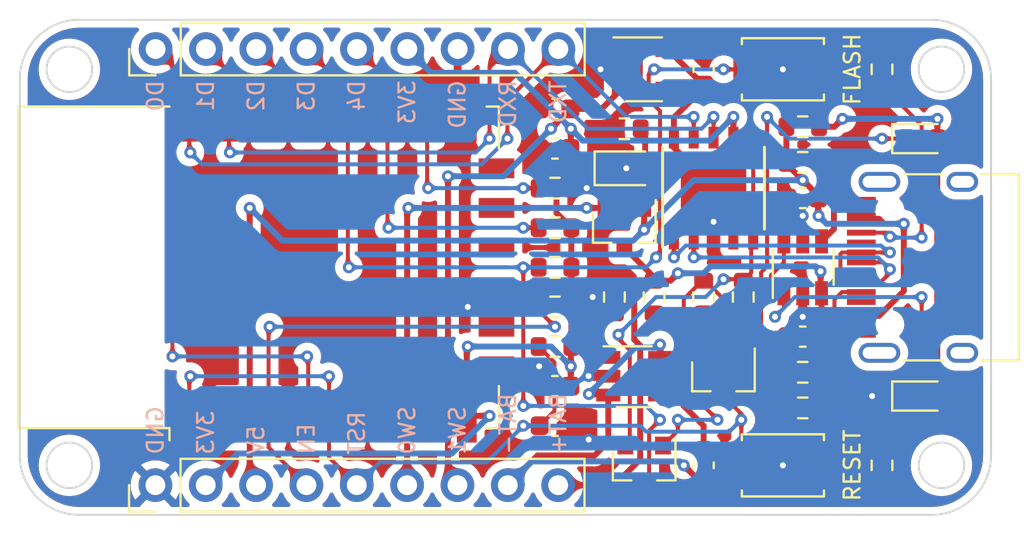
<source format=kicad_pcb>
(kicad_pcb (version 20211014) (generator pcbnew)
  (title_block (title "SlimeVR-Tracker") (date "2021-11-13") (rev "3.2") (company "https://sukimoe.net") (comment 1 "SlimeVR追踪器核心板，单Type-C接口实现充电与程序下载") (comment 2 "无需额外安装驱动，可直接被主流系统识别并进行串口通信") (comment 3 "集成电池保护芯片，峰值充电电流500mA，可自动切换供电"))
  (layers (0 "F.Cu" signal) (31 "B.Cu" signal) (34 "B.Paste" user) (35 "F.Paste" user) (36 "B.SilkS" user "B.Silkscreen") (37 "F.SilkS" user "F.Silkscreen") (38 "B.Mask" user) (39 "F.Mask" user) (44 "Edge.Cuts" user))
  (net 0 "")
  (net 1 "+3V3")
  (net 2 "GND")
  (net 3 "/BAT+")
  (net 4 "Net-(C2-Pad2)")
  (net 5 "+5V")
  (net 6 "/BAT-")
  (net 7 "Net-(C4-Pad2)")
  (net 8 "/VCC_SW1")
  (net 9 "/RST")
  (net 10 "/VCC_SW0")
  (net 12 "/D+")
  (net 13 "/CC2")
  (net 15 "/D-")
  (net 16 "/CC1")
  (net 18 "/EN")
  (net 19 "/IO16")
  (net 20 "/IO5")
  (net 21 "/IO4")
  (net 22 "/BOOT")
  (net 23 "/IO2")
  (net 24 "/RXD")
  (net 25 "/TXD")
  (net 26 "/CHRG")
  (net 27 "Net-(LED1-Pad2)")
  (net 28 "/STDBY")
  (net 29 "/RTS")
  (net 30 "/DTR")
  (net 31 "Net-(R3-Pad1)")
  (net 32 "Net-(R4-Pad1)")
  (net 33 "Net-(R7-Pad2)")
  (net 34 "/IO15")
  (net 47 "/H_F")
  (net 48 "Net-(Q2-Pad1)")
  (net 49 "Net-(Q3-Pad1)")
  (footprint "Resistor_SMD:R_0603_1608Metric" (layer "F.Cu") (at 164.5 112.8)
    (fp_text reference "R5" hide)
    (fp_text value "1R" hide)
  )
  (footprint "Connector_PinHeader_2.54mm:PinHeader_1x09_P2.54mm_Vertical" (layer "F.Cu") (at 131.84 118.5 90)
    (fp_text reference "J2" hide)
    (fp_text value "Conn_01x09_Male" hide)
  )
  (footprint "MY_Smd:ESSOP-10_3.9x4.9mm_P1.00mm_EP" (layer "F.Cu") (at 160 103.5 90)
    (fp_text reference "U5" hide)
    (fp_text value "CH9340K" hide)
  )
  (footprint "Package_TO_SOT_SMD:SOT-23" (layer "F.Cu") (at 156.5 117.5 -90)
    (fp_text reference "Q3" hide)
    (fp_text value "S8050" hide)
  )
  (footprint "Resistor_SMD:R_0603_1608Metric" (layer "F.Cu") (at 161.5 109 90)
    (fp_text reference "R10" hide)
    (fp_text value "12K" hide)
  )
  (footprint "Capacitor_SMD:C_0603_1608Metric" (layer "F.Cu") (at 152 115.5 180)
    (fp_text reference "C9" hide)
    (fp_text value "100nF" hide)
  )
  (footprint "Capacitor_SMD:C_0603_1608Metric" (layer "F.Cu") (at 152 101.5 180)
    (fp_text reference "C6" hide)
    (fp_text value "4.7uF" hide)
  )
  (footprint "LED_SMD:LED_0603_1608Metric" (layer "F.Cu") (at 170.5 114)
    (fp_text reference "LED1" hide)
    (fp_text value "RED" hide)
  )
  (footprint "Resistor_SMD:R_0603_1608Metric" (layer "F.Cu") (at 164.5 100.4)
    (fp_text reference "R6" hide)
    (fp_text value "1K" hide)
  )
  (footprint "Package_TO_SOT_SMD:SOT-23" (layer "F.Cu") (at 155.5 105.5 -90)
    (fp_text reference "Q1" hide)
    (fp_text value "CJ3401" hide)
  )
  (footprint "Capacitor_SMD:C_0603_1608Metric" (layer "F.Cu") (at 152 113.5 180)
    (fp_text reference "C1" hide)
    (fp_text value "22uF" hide)
  )
  (footprint "Package_TO_SOT_SMD:TSOT-23-6" (layer "F.Cu") (at 164.5 107.5 90)
    (fp_text reference "U2" hide)
    (fp_text value "TP4057" hide)
  )
  (footprint "Button_Switch_SMD:SW_Push_SPST_NO_Alps_SKRK" (layer "F.Cu") (at 163.5 97.5)
    (fp_text reference "SW1" hide)
    (fp_text value "FLASH")
  )
  (footprint "Resistor_SMD:R_0603_1608Metric" (layer "F.Cu") (at 152 109.5 180)
    (fp_text reference "R14" hide)
    (fp_text value "10K" hide)
  )
  (footprint "Resistor_SMD:R_0603_1608Metric" (layer "F.Cu") (at 159.5 109 90)
    (fp_text reference "R11" hide)
    (fp_text value "12K" hide)
  )
  (footprint "Package_TO_SOT_SMD:SOT-23" (layer "F.Cu") (at 160.5 113 -90)
    (fp_text reference "Q2" hide)
    (fp_text value "S8050" hide)
  )
  (footprint "Resistor_SMD:R_0603_1608Metric" (layer "F.Cu") (at 152 107.5 180)
    (fp_text reference "R12" hide)
    (fp_text value "10K" hide)
  )
  (footprint "Diode_SMD:D_SOD-323" (layer "F.Cu") (at 155.5 102.5)
    (fp_text reference "D1" hide)
    (fp_text value "1N5819" hide)
  )
  (footprint "Connector_PinHeader_2.54mm:PinHeader_1x09_P2.54mm_Vertical" (layer "F.Cu") (at 131.85 96.475 90)
    (fp_text reference "J3" hide)
    (fp_text value "Conn_01x09_Male" hide)
  )
  (footprint "Resistor_SMD:R_0603_1608Metric" (layer "F.Cu") (at 168.5 97.5 90)
    (fp_text reference "R2" hide)
    (fp_text value "5K1" hide)
  )
  (footprint "Resistor_SMD:R_0603_1608Metric" (layer "F.Cu") (at 168.5 117.5 -90)
    (fp_text reference "R1" hide)
    (fp_text value "5K1" hide)
  )
  (footprint "Capacitor_SMD:C_0603_1608Metric" (layer "F.Cu") (at 159.5 117.5 90)
    (fp_text reference "C4" hide)
    (fp_text value "100nF" hide)
  )
  (footprint "Button_Switch_SMD:SW_Push_SPST_NO_Alps_SKRK" (layer "F.Cu") (at 163.5 117.5)
    (fp_text reference "SW2" hide)
    (fp_text value "RESET")
  )
  (footprint "Resistor_SMD:R_0603_1608Metric" (layer "F.Cu") (at 155.5 100.5)
    (fp_text reference "R9" hide)
    (fp_text value "10K" hide)
  )
  (footprint "Capacitor_SMD:C_0603_1608Metric" (layer "F.Cu") (at 152 99.5 180)
    (fp_text reference "C5" hide)
    (fp_text value "4.7uF" hide)
  )
  (footprint "Resistor_SMD:R_0603_1608Metric" (layer "F.Cu") (at 164.5 114.6)
    (fp_text reference "R3" hide)
    (fp_text value "1K66" hide)
  )
  (footprint "Package_TO_SOT_SMD:TSOT-23-6" (layer "F.Cu") (at 156 113)
    (fp_text reference "U3" hide)
    (fp_text value "DW06D" hide)
  )
  (footprint "RF_Module:ESP-12E" (layer "F.Cu") (at 137.05 107.5 90)
    (fp_text reference "U1" hide)
    (fp_text value "ESP-12E" hide)
  )
  (footprint "Resistor_SMD:R_0603_1608Metric" (layer "F.Cu") (at 155 109 -90)
    (fp_text reference "R7" hide)
    (fp_text value "1K" hide)
  )
  (footprint "Capacitor_SMD:C_0603_1608Metric" (layer "F.Cu") (at 164.5 111 180)
    (fp_text reference "C2" hide)
    (fp_text value "10uF" hide)
  )
  (footprint "LED_SMD:LED_0603_1608Metric" (layer "F.Cu") (at 170.5 101)
    (fp_text reference "LED2" hide)
    (fp_text value "GREEN" hide)
  )
  (footprint "Capacitor_SMD:C_0603_1608Metric" (layer "F.Cu") (at 164.5 104)
    (fp_text reference "C3" hide)
    (fp_text value "1uF" hide)
  )
  (footprint "Resistor_SMD:R_0603_1608Metric" (layer "F.Cu") (at 152 105.5 180)
    (fp_text reference "R13" hide)
    (fp_text value "10K" hide)
  )
  (footprint "Connector_USB:USB_C_Receptacle_HRO_TYPE-C-31-M-12" (layer "F.Cu") (at 171.5 107.5 90)
    (fp_text reference "J1" hide)
    (fp_text value "USB_C_Receptacle_USB2.0" hide)
  )
  (footprint "Capacitor_SMD:C_0603_1608Metric" (layer "F.Cu") (at 159.5 97.5 90)
    (fp_text reference "C7" hide)
    (fp_text value "100nF" hide)
  )
  (footprint "Resistor_SMD:R_0603_1608Metric" (layer "F.Cu") (at 152 103.5 180)
    (fp_text reference "R16" hide)
    (fp_text value "10K" hide)
  )
  (footprint "Resistor_SMD:R_0603_1608Metric" (layer "F.Cu") (at 164.5 102.2 180)
    (fp_text reference "R4" hide)
    (fp_text value "1R" hide)
  )
  (footprint "Package_TO_SOT_SMD:SOT-23-5" (layer "F.Cu") (at 156.5 97.5)
    (fp_text reference "U4" hide)
    (fp_text value "SPX3819M5-L-3-3" hide)
  )
  (footprint "Resistor_SMD:R_0603_1608Metric" (layer "F.Cu") (at 157 109 90)
    (fp_text reference "R8" hide)
    (fp_text value "100R" hide)
  )
  (footprint "Resistor_SMD:R_0603_1608Metric" (layer "F.Cu") (at 152 111.5 180)
    (fp_text reference "R15" hide)
    (fp_text value "10K" hide)
  )
  (gr_arc locked (start 125 98) (mid 125.87868 95.87868) (end 128 95) (layer "Edge.Cuts") (width 0.1))
  (gr_circle locked (center 171.5 117.5) (end 170.35 117.5) (layer "Edge.Cuts") (width 0.1) (fill none))
  (gr_line locked (start 171 120) (end 128 120) (layer "Edge.Cuts") (width 0.1))
  (gr_circle locked (center 127.5 117.5) (end 128.65 117.5) (layer "Edge.Cuts") (width 0.1) (fill none))
  (gr_line locked (start 125 117) (end 125 98) (layer "Edge.Cuts") (width 0.1))
  (gr_arc locked (start 174 117) (mid 173.12132 119.12132) (end 171 120) (layer "Edge.Cuts") (width 0.1))
  (gr_arc locked (start 128 120) (mid 125.87868 119.12132) (end 125 117) (layer "Edge.Cuts") (width 0.1))
  (gr_line locked (start 174 98) (end 174 117) (layer "Edge.Cuts") (width 0.1))
  (gr_circle locked (center 127.5 97.5) (end 128.65 97.5) (layer "Edge.Cuts") (width 0.1) (fill none))
  (gr_circle locked (center 171.5 97.5) (end 170.35 97.5) (layer "Edge.Cuts") (width 0.1) (fill none))
  (gr_arc locked (start 171 95) (mid 173.12132 95.87868) (end 174 98) (layer "Edge.Cuts") (width 0.1))
  (gr_line locked (start 128 95) (end 171 95) (layer "Edge.Cuts") (width 0.1))
  (gr_text "SW1" (at 147.08 117.03 90) (layer "B.SilkS") (effects (font (size 0.8 0.8) (thickness 0.12)) (justify right mirror)))
  (gr_text "SW0" (at 144.54 117.03 90) (layer "B.SilkS") (effects (font (size 0.8 0.8) (thickness 0.12)) (justify right mirror)))
  (gr_text "BAT+" (at 152.16 117.03 90) (layer "B.SilkS") (effects (font (size 0.8 0.8) (thickness 0.12)) (justify right mirror)))
  (gr_text "BAT-" (at 149.62 117.03 90) (layer "B.SilkS") (effects (font (size 0.8 0.8) (thickness 0.12)) (justify right mirror)))
  (gr_text "3V3" (at 144.54 97.98 90) (layer "B.SilkS") (effects (font (size 0.8 0.8) (thickness 0.12)) (justify left mirror)))
  (gr_text "TXD" (at 152.16 97.98 90) (layer "B.SilkS") (effects (font (size 0.8 0.8) (thickness 0.12)) (justify left mirror)))
  (gr_text "GND" (at 147.08 97.98 90) (layer "B.SilkS") (effects (font (size 0.8 0.8) (thickness 0.12)) (justify left mirror)))
  (gr_text "D4" (at 142 97.98 90) (layer "B.SilkS") (effects (font (size 0.8 0.8) (thickness 0.12)) (justify left mirror)))
  (gr_text "5V" (at 136.92 117.03 90) (layer "B.SilkS") (effects (font (size 0.8 0.8) (thickness 0.12)) (justify right mirror)))
  (gr_text "D3" (at 139.46 97.98 90) (layer "B.SilkS") (effects (font (size 0.8 0.8) (thickness 0.12)) (justify left mirror)))
  (gr_text "GND" (at 131.84 117.03 90) (layer "B.SilkS") (effects (font (size 0.8 0.8) (thickness 0.12)) (justify right mirror)))
  (gr_text "EN" (at 139.46 117.03 90) (layer "B.SilkS") (effects (font (size 0.8 0.8) (thickness 0.12)) (justify right mirror)))
  (gr_text "RST" (at 142 117.03 90) (layer "B.SilkS") (effects (font (size 0.8 0.8) (thickness 0.12)) (justify right mirror)))
  (gr_text "D0" (at 131.84 97.98 90) (layer "B.SilkS") (effects (font (size 0.8 0.8) (thickness 0.12)) (justify left mirror)))
  (gr_text "RXD" (at 149.62 97.98 90) (layer "B.SilkS") (effects (font (size 0.8 0.8) (thickness 0.12)) (justify left mirror)))
  (gr_text "D2" (at 136.92 97.98 90) (layer "B.SilkS") (effects (font (size 0.8 0.8) (thickness 0.12)) (justify left mirror)))
  (gr_text "3V3" (at 134.38 117.03 90) (layer "B.SilkS") (effects (font (size 0.8 0.8) (thickness 0.12)) (justify right mirror)))
  (gr_text "D1" (at 134.38 97.98 90) (layer "B.SilkS") (effects (font (size 0.8 0.8) (thickness 0.12)) (justify left mirror)))
  (segment (start 152.8 112.5) (end 152.8 113.475) (width 0.3) (layer "F.Cu") (net 1))
  (segment (start 152.825 111.5) (end 152.825 109.5) (width 0.3) (layer "F.Cu") (net 1))
  (segment (start 158 100.95) (end 158 101.454022) (width 0.3) (layer "F.Cu") (net 1))
  (segment (start 161 101.454022) (end 161 100.95) (width 0.3) (layer "F.Cu") (net 1))
  (segment (start 158 101.454022) (end 158.395489 101.849511) (width 0.3) (layer "F.Cu") (net 1))
  (segment (start 158.395489 101.849511) (end 160.604511 101.849511) (width 0.3) (layer "F.Cu") (net 1))
  (segment (start 152.8 113.475) (end 152.775 113.5) (width 0.3) (layer "F.Cu") (net 1))
  (segment (start 152.07548 104.75048) (end 152.825 105.5) (width 0.3) (layer "F.Cu") (net 1))
  (segment (start 152.8 112.5) (end 152.8 111.525) (width 0.3) (layer "F.Cu") (net 1))
  (segment (start 152.8 111.525) (end 152.825 111.5) (width 0.3) (layer "F.Cu") (net 1))
  (segment (start 148.7 115) (end 147.65 115) (width 0.3) (layer "F.Cu") (net 1))
  (segment (start 147.6 111.5) (end 147.55 111.55) (width 0.3) (layer "F.Cu") (net 1))
  (segment (start 152.825 107.5) (end 152.825 105.5) (width 0.3) (layer "F.Cu") (net 1))
  (segment (start 152.825 109.5) (end 152.825 107.5) (width 0.3) (layer "F.Cu") (net 1))
  (segment (start 159.475 98.275) (end 157.75 96.55) (width 0.3) (layer "F.Cu") (net 1))
  (segment (start 159.5 98.275) (end 159.5 98.4375) (width 0.3) (layer "F.Cu") (net 1))
  (segment (start 159.5 98.275) (end 159.475 98.275) (width 0.3) (layer "F.Cu") (net 1))
  (segment (start 152.8 101.475) (end 152.775 101.5) (width 0.3) (layer "F.Cu") (net 1))
  (segment (start 158 99.9375) (end 158 100.95) (width 0.3) (layer "F.Cu") (net 1))
  (segment (start 161 100.95) (end 161 99.9) (width 0.3) (layer "F.Cu") (net 1))
  (segment (start 157.75 96.55) (end 157.6 96.55) (width 0.3) (layer "F.Cu") (net 1))
  (segment (start 159.5 98.4375) (end 158 99.9375) (width 0.3) (layer "F.Cu") (net 1))
  (segment (start 152.775 101.5) (end 152.07548 102.19952) (width 0.3) (layer "F.Cu") (net 1))
  (segment (start 160.604511 101.849511) (end 161 101.454022) (width 0.3) (layer "F.Cu") (net 1))
  (segment (start 152.07548 102.19952) (end 152.07548 104.75048) (width 0.3) (layer "F.Cu") (net 1))
  (segment (start 152.8 100.5) (end 152.8 101.475) (width 0.3) (layer "F.Cu") (net 1))
  (segment (start 147.55 111.55) (end 147.55 115.1) (width 0.3) (layer "F.Cu") (net 1))
  (segment (start 147.65 115) (end 147.55 115.1) (width 0.3) (layer "F.Cu") (net 1))
  (via (at 152.8 112.5) (size 0.6) (drill 0.3) (layers "F.Cu" "B.Cu") (net 1))
  (via (at 147.6 111.5) (size 0.6) (drill 0.3) (layers "F.Cu" "B.Cu") (net 1))
  (via (at 148.7 115) (size 0.6) (drill 0.3) (layers "F.Cu" "B.Cu") (net 1))
  (via (at 161 99.9) (size 0.6) (drill 0.3) (layers "F.Cu" "B.Cu") (net 1))
  (via (at 152.8 100.5) (size 0.6) (drill 0.3) (layers "F.Cu" "B.Cu") (net 1))
  (segment (start 135.98 116.9) (end 146.8 116.9) (width 0.3) (layer "B.Cu") (net 1))
  (segment (start 145.749511 97.674511) (end 149.974511 97.674511) (width 0.3) (layer "B.Cu") (net 1))
  (segment (start 144.55 96.475) (end 145.749511 97.674511) (width 0.3) (layer "B.Cu") (net 1))
  (segment (start 153.4 101.1) (end 159.8 101.1) (width 0.3) (layer "B.Cu") (net 1))
  (segment (start 134.38 118.5) (end 135.98 116.9) (width 0.3) (layer "B.Cu") (net 1))
  (segment (start 147.6 111.5) (end 151.8 111.5) (width 0.3) (layer "B.Cu") (net 1))
  (segment (start 149.974511 97.674511) (end 152.8 100.5) (width 0.3) (layer "B.Cu") (net 1))
  (segment (start 159.8 101.1) (end 161 99.9) (width 0.3) (layer "B.Cu") (net 1))
  (segment (start 152.8 100.5) (end 153.4 101.1) (width 0.3) (layer "B.Cu") (net 1))
  (segment (start 146.8 116.9) (end 148.7 115) (width 0.3) (layer "B.Cu") (net 1))
  (segment (start 151.8 111.5) (end 152.8 112.5) (width 0.3) (layer "B.Cu") (net 1))
  (via (at 168 114) (size 0.6) (drill 0.3) (layers "F.Cu" "B.Cu") (net 2))
  (via (at 147.6 109.5) (size 0.6) (drill 0.3) (layers "F.Cu" "B.Cu") (net 2))
  (via (at 155.6 102.5) (size 0.6) (drill 0.3) (layers "F.Cu" "B.Cu") (net 2))
  (via (at 164.5 104.9) (size 0.6) (drill 0.3) (layers "F.Cu" "B.Cu") (net 2))
  (via (at 153.7 116.2) (size 0.6) (drill 0.3) (layers "F.Cu" "B.Cu") (net 2))
  (via (at 153.9 109) (size 0.6) (drill 0.3) (layers "F.Cu" "B.Cu") (net 2))
  (via (at 163.5 97.5) (size 0.6) (drill 0.3) (layers "F.Cu" "B.Cu") (net 2))
  (via (at 153.690734 112.990734) (size 0.6) (drill 0.3) (layers "F.Cu" "B.Cu") (net 2))
  (via (at 163.5 117.5) (size 0.6) (drill 0.3) (layers "F.Cu" "B.Cu") (net 2))
  (via (at 154.3 97.5) (size 0.6) (drill 0.3) (layers "F.Cu" "B.Cu") (net 2))
  (via (at 153.6 103.5) (size 0.6) (drill 0.3) (layers "F.Cu" "B.Cu") (net 2))
  (via (at 164.5 110) (size 0.6) (drill 0.3) (layers "F.Cu" "B.Cu") (net 2))
  (via (at 160 105.2) (size 0.6) (drill 0.3) (layers "F.Cu" "B.Cu") (net 2))
  (via (at 151.2 112.5) (size 0.6) (drill 0.3) (layers "F.Cu" "B.Cu") (net 2))
  (segment (start 155.5 106.5) (end 157 108) (width 0.3) (layer "F.Cu") (net 3))
  (segment (start 165.4 107.7) (end 165.4 108.76) (width 0.3) (layer "F.Cu") (net 3))
  (segment (start 165.4 108.76) (end 165.45 108.81) (width 0.3) (layer "F.Cu") (net 3))
  (segment (start 165.45 108.81) (end 165.45 110.825) (width 0.3) (layer "F.Cu") (net 3))
  (segment (start 156.299511 117.2) (end 156.299511 111.449511) (width 0.3) (layer "F.Cu") (net 3))
  (segment (start 156.299511 111.449511) (end 156 111.15) (width 0.3) (layer "F.Cu") (net 3))
  (segment (start 157.825 108.175) (end 157 108.175) (width 0.3) (layer "F.Cu") (net 3))
  (segment (start 158.2 107.8) (end 157.825 108.175) (width 0.3) (layer "F.Cu") (net 3))
  (segment (start 165.45 110.825) (end 165.275 111) (width 0.3) (layer "F.Cu") (net 3))
  (segment (start 152.16 118.5) (end 154.999511 118.5) (width 0.3) (layer "F.Cu") (net 3))
  (segment (start 157 108) (end 157 108.175) (width 0.3) (layer "F.Cu") (net 3))
  (segment (start 156 109.175) (end 157 108.175) (width 0.3) (layer "F.Cu") (net 3))
  (segment (start 154.999511 118.5) (end 156.299511 117.2) (width 0.3) (layer "F.Cu") (net 3))
  (segment (start 156 111.15) (end 156 109.175) (width 0.3) (layer "F.Cu") (net 3))
  (via (at 158.2 107.8) (size 0.6) (drill 0.3) (layers "F.Cu" "B.Cu") (net 3))
  (via (at 165.4 107.7) (size 0.6) (drill 0.3) (layers "F.Cu" "B.Cu") (net 3))
  (segment (start 165.150489 107.450489) (end 165.4 107.7) (width 0.3) (layer "B.Cu") (net 3))
  (segment (start 159.5 107.8) (end 159.849511 107.450489) (width 0.3) (layer "B.Cu") (net 3))
  (segment (start 158.2 107.8) (end 159.5 107.8) (width 0.3) (layer "B.Cu") (net 3))
  (segment (start 159.849511 107.450489) (end 165.150489 107.450489) (width 0.3) (layer "B.Cu") (net 3))
  (segment (start 163.675 112.8) (end 163.675 111.05) (width 0.2) (layer "F.Cu") (net 4))
  (segment (start 163.675 111.05) (end 163.725 111) (width 0.2) (layer "F.Cu") (net 4))
  (segment (start 168.6 105.3) (end 168.35 105.05) (width 0.3) (layer "F.Cu") (net 5))
  (segment (start 156.55 102.5) (end 156.55 100.725) (width 0.3) (layer "F.Cu") (net 5))
  (segment (start 156.55 100.725) (end 156.325 100.5) (width 0.3) (layer "F.Cu") (net 5))
  (segment (start 165.275 103.875) (end 164.5 103.1) (width 0.3) (layer "F.Cu") (net 5))
  (segment (start 163.675 102.2) (end 163.675 102.275) (width 0.3) (layer "F.Cu") (net 5))
  (segment (start 156.5 105.6) (end 156.5 104.55) (width 0.3) (layer "F.Cu") (net 5))
  (segment (start 165.3 104.9) (end 165.275 104.875) (width 0.3) (layer "F.Cu") (net 5))
  (segment (start 163.675 100.4) (end 163.675 102.2) (width 0.3) (layer "F.Cu") (net 5))
  (segment (start 169.6 105.3) (end 168.6 105.3) (width 0.3) (layer "F.Cu") (net 5))
  (segment (start 165.275 104.875) (end 165.275 104) (width 0.3) (layer "F.Cu") (net 5))
  (segment (start 168.35 109.95) (end 167.455 109.95) (width 0.3) (layer "F.Cu") (net 5))
  (segment (start 136.92 118.5) (end 136.6 118.18) (width 0.3) (layer "F.Cu") (net 5))
  (segment (start 169.6 108.7) (end 168.35 109.95) (width 0.3) (layer "F.Cu") (net 5))
  (segment (start 156.55 102.5) (end 156.55 104.4) (width 0.3) (layer "F.Cu") (net 5))
  (segment (start 165.275 104) (end 165.275 103.875) (width 0.3) (layer "F.Cu") (net 5))
  (segment (start 136.6 118.18) (end 136.6 104.5) (width 0.3) (layer "F.Cu") (net 5))
  (segment (start 169.6 105.3) (end 169.6 108.7) (width 0.3) (layer "F.Cu") (net 5))
  (segment (start 168.35 105.05) (end 167.455 105.05) (width 0.3) (layer "F.Cu") (net 5))
  (segment (start 156.5 104.55) (end 156.45 104.5) (width 0.3) (layer "F.Cu") (net 5))
  (segment (start 156.55 104.4) (end 156.45 104.5) (width 0.3) (layer "F.Cu") (net 5))
  (segment (start 163.675 102.275) (end 164.5 103.1) (width 0.3) (layer "F.Cu") (net 5))
  (via (at 165.3 104.9) (size 0.6) (drill 0.3) (layers "F.Cu" "B.Cu") (net 5))
  (via (at 136.6 104.5) (size 0.6) (drill 0.3) (layers "F.Cu" "B.Cu") (net 5))
  (via (at 169.6 105.3) (size 0.6) (drill 0.3) (layers "F.Cu" "B.Cu") (net 5))
  (via (at 156.5 105.6) (size 0.6) (drill 0.3) (layers "F.Cu" "B.Cu") (net 5))
  (via (at 164.5 103.1) (size 0.6) (drill 0.3) (layers "F.Cu" "B.Cu") (net 5))
  (segment (start 165.3 104.9) (end 165.7 105.3) (width 0.3) (layer "B.Cu") (net 5))
  (segment (start 159 103.1) (end 164.5 103.1) (width 0.3) (layer "B.Cu") (net 5))
  (segment (start 155.950489 106.149511) (end 138.249511 106.149511) (width 0.3) (layer "B.Cu") (net 5))
  (segment (start 138.249511 106.149511) (end 136.6 104.5) (width 0.3) (layer "B.Cu") (net 5))
  (segment (start 156.5 105.6) (end 155.950489 106.149511) (width 0.3) (layer "B.Cu") (net 5))
  (segment (start 165.7 105.3) (end 169.6 105.3) (width 0.3) (layer "B.Cu") (net 5))
  (segment (start 156.5 105.6) (end 159 103.1) (width 0.3) (layer "B.Cu") (net 5))
  (segment (start 158.5 117.5) (end 159.275 118.275) (width 0.3) (layer "F.Cu") (net 6))
  (segment (start 151.12 117) (end 151.13 117) (width 0.3) (layer "F.Cu") (net 6))
  (segment (start 154.69 116.31) (end 154.69 113.95) (width 0.3) (layer "F.Cu") (net 6))
  (segment (start 149.63 118.5) (end 151.13 117) (width 0.3) (layer "F.Cu") (net 6))
  (segment (start 154 117) (end 154.69 116.31) (width 0.3) (layer "F.Cu") (net 6))
  (segment (start 151.13 117) (end 154 117) (width 0.3) (layer "F.Cu") (net 6))
  (segment (start 153.708758 113.9005) (end 154.6405 113.9005) (width 0.3) (layer "F.Cu") (net 6))
  (segment (start 159.275 118.275) (end 159.5 118.275) (width 0.3) (layer "F.Cu") (net 6))
  (segment (start 157.31 111.41) (end 157.31 112.05) (width 0.3) (layer "F.Cu") (net 6))
  (segment (start 157.3 111.4) (end 157.31 111.41) (width 0.3) (layer "F.Cu") (net 6))
  (segment (start 149.62 118.5) (end 151.12 117) (width 0.3) (layer "F.Cu") (net 6))
  (segment (start 154.6405 113.9005) (end 154.69 113.95) (width 0.3) (layer "F.Cu") (net 6))
  (via (at 157.3 111.4) (size 0.6) (drill 0.3) (layers "F.Cu" "B.Cu") (net 6))
  (via (at 158.5 117.5) (size 0.6) (drill 0.3) (layers "F.Cu" "B.Cu") (net 6))
  (via (at 153.708758 113.9005) (size 0.6) (drill 0.3) (layers "F.Cu" "B.Cu") (net 6))
  (segment (start 153.708758 113.891242) (end 156.050489 111.549511) (width 0.3) (layer "B.Cu") (net 6))
  (segment (start 150.829511 117.300489) (end 149.63 118.5) (width 0.3) (layer "B.Cu") (net 6))
  (segment (start 153.708758 113.9005) (end 153.708758 113.891242) (width 0.3) (layer "B.Cu") (net 6))
  (segment (start 158.300489 117.300489) (end 150.829511 117.300489) (width 0.3) (layer "B.Cu") (net 6))
  (segment (start 158.5 117.5) (end 158.300489 117.300489) (width 0.3) (layer "B.Cu") (net 6))
  (segment (start 156.050489 111.549511) (end 157.150489 111.549511) (width 0.3) (layer "B.Cu") (net 6))
  (segment (start 157.150489 111.549511) (end 157.3 111.4) (width 0.3) (layer "B.Cu") (net 6))
  (segment (start 157.31 113) (end 158.3 113) (width 0.3) (layer "F.Cu") (net 7))
  (segment (start 157.025 109.825) (end 158.5 111.3) (width 0.3) (layer "F.Cu") (net 7))
  (segment (start 158.5 112.8) (end 158.5 113.2) (width 0.3) (layer "F.Cu") (net 7))
  (segment (start 158.3 113) (end 158.5 112.8) (width 0.3) (layer "F.Cu") (net 7))
  (segment (start 158.5 114.5) (end 159.5 115.5) (width 0.3) (layer "F.Cu") (net 7))
  (segment (start 158.5 111.3) (end 158.5 112.8) (width 0.3) (layer "F.Cu") (net 7))
  (segment (start 158.3 113) (end 158.5 113.2) (width 0.3) (layer "F.Cu") (net 7))
  (segment (start 159.5 115.5) (end 159.5 116.725) (width 0.3) (layer "F.Cu") (net 7))
  (segment (start 157 109.825) (end 157.025 109.825) (width 0.3) (layer "F.Cu") (net 7))
  (segment (start 158.5 113.2) (end 158.5 114.5) (width 0.3) (layer "F.Cu") (net 7))
  (segment (start 156.279511 96.825489) (end 156.004022 96.55) (width 0.3) (layer "F.Cu") (net 8))
  (segment (start 156.004022 98.45) (end 156.279511 98.174511) (width 0.3) (layer "F.Cu") (net 8))
  (segment (start 154.35 99.5) (end 152.975 99.5) (width 0.3) (layer "F.Cu") (net 8))
  (segment (start 147.08 118.5) (end 146.6 118.02) (width 0.3) (layer "F.Cu") (net 8))
  (segment (start 146.6 118.02) (end 146.6 102.9) (width 0.3) (layer "F.Cu") (net 8))
  (segment (start 155.4 98.45) (end 156.004022 98.45) (width 0.3) (layer "F.Cu") (net 8))
  (segment (start 152.775 99.525) (end 151.8 100.5) (width 0.3) (layer "F.Cu") (net 8))
  (segment (start 154.35 99.5) (end 155.4 98.45) (width 0.3) (layer "F.Cu") (net 8))
  (segment (start 152.775 99.5) (end 152.775 99.525) (width 0.3) (layer "F.Cu") (net 8))
  (segment (start 156.004022 96.55) (end 155.4 96.55) (width 0.3) (layer "F.Cu") (net 8))
  (segment (start 156.279511 98.174511) (end 156.279511 96.825489) (width 0.3) (layer "F.Cu") (net 8))
  (via (at 151.8 100.5) (size 0.6) (drill 0.3) (layers "F.Cu" "B.Cu") (net 8))
  (via (at 146.6 102.9) (size 0.6) (drill 0.3) (layers "F.Cu" "B.Cu") (net 8))
  (segment (start 151.8 100.5) (end 149.4 102.9) (width 0.3) (layer "B.Cu") (net 8))
  (segment (start 149.4 102.9) (end 146.6 102.9) (width 0.3) (layer "B.Cu") (net 8))
  (segment (start 133.55 113.05) (end 133.6 113) (width 0.2) (layer "F.Cu") (net 9))
  (segment (start 140.6 117.1) (end 140.6 113) (width 0.2) (layer "F.Cu") (net 9))
  (segment (start 133.55 115.1) (end 133.55 113.05) (width 0.2) (layer "F.Cu") (net 9))
  (segment (start 150.4 115.5) (end 151.225 115.5) (width 0.2) (layer "F.Cu") (net 9))
  (segment (start 161.4 115.2) (end 161.4 114.9) (width 0.2) (layer "F.Cu") (net 9))
  (segment (start 151.97452 114.75048) (end 151.225 115.5) (width 0.2) (layer "F.Cu") (net 9))
  (segment (start 151.97452 112.29952) (end 151.97452 114.75048) (width 0.2) (layer "F.Cu") (net 9))
  (segment (start 161.4 117.5) (end 161.4 115.2) (width 0.2) (layer "F.Cu") (net 9))
  (segment (start 142 118.5) (end 140.6 117.1) (width 0.2) (layer "F.Cu") (net 9))
  (segment (start 151.175 111.5) (end 151.97452 112.29952) (width 0.2) (layer "F.Cu") (net 9))
  (segment (start 161.4 114.9) (end 160.5 114) (width 0.2) (layer "F.Cu") (net 9))
  (via (at 161.4 115.2) (size 0.6) (drill 0.3) (layers "F.Cu" "B.Cu") (net 9))
  (via (at 140.6 113) (size 0.6) (drill 0.3) (layers "F.Cu" "B.Cu") (net 9))
  (via (at 133.6 113) (size 0.6) (drill 0.3) (layers "F.Cu" "B.Cu") (net 9))
  (via (at 150.4 115.5) (size 0.6) (drill 0.3) (layers "F.Cu" "B.Cu") (net 9))
  (segment (start 143.159511 117.350489) (end 148.549511 117.350489) (width 0.2) (layer "B.Cu") (net 9))
  (segment (start 156.599511 115.799511) (end 156.3 115.5) (width 0.2) (layer "B.Cu") (net 9))
  (segment (start 148.549511 117.350489) (end 150.4 115.5) (width 0.2) (layer "B.Cu") (net 9))
  (segment (start 156.3 115.5) (end 150.4 115.5) (width 0.2) (layer "B.Cu") (net 9))
  (segment (start 160.800489 115.799511) (end 156.599511 115.799511) (width 0.2) (layer "B.Cu") (net 9))
  (segment (start 161.4 115.2) (end 160.800489 115.799511) (width 0.2) (layer "B.Cu") (net 9))
  (segment (start 133.6 113) (end 140.6 113) (width 0.2) (layer "B.Cu") (net 9))
  (segment (start 142.01 118.5) (end 143.159511 117.350489) (width 0.2) (layer "B.Cu") (net 9))
  (segment (start 154.55 102.6) (end 154.45 102.5) (width 0.3) (layer "F.Cu") (net 10))
  (segment (start 153.6 104.5) (end 154.55 104.5) (width 0.3) (layer "F.Cu") (net 10))
  (segment (start 154.55 104.5) (end 154.55 102.6) (width 0.3) (layer "F.Cu") (net 10))
  (segment (start 144.54 104.56) (end 144.54 118.5) (width 0.3) (layer "F.Cu") (net 10))
  (segment (start 144.6 104.5) (end 144.54 104.56) (width 0.3) (layer "F.Cu") (net 10))
  (via (at 153.6 104.5) (size 0.6) (drill 0.3) (layers "F.Cu" "B.Cu") (net 10))
  (via (at 144.6 104.5) (size 0.6) (drill 0.3) (layers "F.Cu" "B.Cu") (net 10))
  (segment (start 144.6 104.5) (end 153.6 104.5) (width 0.3) (layer "B.Cu") (net 10))
  (segment (start 166.4 107.669022) (end 166.480978 107.75) (width 0.2) (layer "F.Cu") (net 12))
  (segment (start 166.4 106.830978) (end 166.4 107.669022) (width 0.2) (layer "F.Cu") (net 12))
  (segment (start 168.9 106.749003) (end 168.899003 106.75) (width 0.2) (layer "F.Cu") (net 12))
  (segment (start 168.899003 106.75) (end 167.455 106.75) (width 0.2) (layer "F.Cu") (net 12))
  (segment (start 166.480978 107.75) (end 167.455 107.75) (width 0.2) (layer "F.Cu") (net 12))
  (segment (start 166.480978 106.75) (end 166.4 106.830978) (width 0.2) (layer "F.Cu") (net 12))
  (segment (start 167.455 106.75) (end 166.480978 106.75) (width 0.2) (layer "F.Cu") (net 12))
  (segment (start 158 106.05) (end 158 107) (width 0.2) (layer "F.Cu") (net 12))
  (via (at 158 107) (size 0.6) (drill 0.3) (layers "F.Cu" "B.Cu") (net 12))
  (via (at 168.9 106.749003) (size 0.6) (drill 0.3) (layers "F.Cu" "B.Cu") (net 12))
  (segment (start 168.9 106.749003) (end 168.799003 106.749003) (width 0.2) (layer "B.Cu") (net 12))
  (segment (start 158.599511 106.400489) (end 158 107) (width 0.2) (layer "B.Cu") (net 12))
  (segment (start 168.799003 106.749003) (end 168.450489 106.400489) (width 0.2) (layer "B.Cu") (net 12))
  (segment (start 168.450489 106.400489) (end 158.599511 106.400489) (width 0.2) (layer "B.Cu") (net 12))
  (segment (start 170.5 106) (end 170.5 100.325) (width 0.2) (layer "F.Cu") (net 13))
  (segment (start 170.5 100.325) (end 168.5 98.325) (width 0.2) (layer "F.Cu") (net 13))
  (segment (start 168.7005 105.75) (end 167.455 105.75) (width 0.2) (layer "F.Cu") (net 13))
  (segment (start 168.9 105.9495) (end 168.7005 105.75) (width 0.2) (layer "F.Cu") (net 13))
  (via (at 168.9 105.9495) (size 0.6) (drill 0.3) (layers "F.Cu" "B.Cu") (net 13))
  (via (at 170.5 106) (size 0.6) (drill 0.3) (layers "F.Cu" "B.Cu") (net 13))
  (segment (start 168.9505 106) (end 168.9 105.9495) (width 0.2) (layer "B.Cu") (net 13))
  (segment (start 170.5 106) (end 168.9505 106) (width 0.2) (layer "B.Cu") (net 13))
  (segment (start 168.429022 108.25) (end 168.9 107.779022) (width 0.2) (layer "F.Cu") (net 15))
  (segment (start 168.55 107.25) (end 167.455 107.25) (width 0.2) (layer "F.Cu") (net 15))
  (segment (start 168.9 107.779022) (end 168.9 107.6) (width 0.2) (layer "F.Cu") (net 15))
  (segment (start 168.9 107.6) (end 168.55 107.25) (width 0.2) (layer "F.Cu") (net 15))
  (segment (start 167.455 108.25) (end 168.429022 108.25) (width 0.2) (layer "F.Cu") (net 15))
  (segment (start 159 106.05) (end 159 107) (width 0.2) (layer "F.Cu") (net 15))
  (via (at 168.9 107.6) (size 0.6) (drill 0.3) (layers "F.Cu" "B.Cu") (net 15))
  (via (at 159 107) (size 0.6) (drill 0.3) (layers "F.Cu" "B.Cu") (net 15))
  (segment (start 168.9 107.6) (end 168.3 107) (width 0.2) (layer "B.Cu") (net 15))
  (segment (start 168.3 107) (end 159 107) (width 0.2) (layer "B.Cu") (net 15))
  (segment (start 166.1 109.130978) (end 166.480978 108.75) (width 0.2) (layer "F.Cu") (net 16))
  (segment (start 166.480978 108.75) (end 167.455 108.75) (width 0.2) (layer "F.Cu") (net 16))
  (segment (start 166.1 114.275) (end 166.1 109.130978) (width 0.2) (layer "F.Cu") (net 16))
  (segment (start 168.5 116.675) (end 166.1 114.275) (width 0.2) (layer "F.Cu") (net 16))
  (segment (start 151.175 109.5) (end 151.175 109.675) (width 0.2) (layer "F.Cu") (net 18))
  (segment (start 137.6 110.5) (end 137.55 110.55) (width 0.2) (layer "F.Cu") (net 18))
  (segment (start 137.55 116.59) (end 137.55 115.1) (width 0.2) (layer "F.Cu") (net 18))
  (segment (start 151.175 109.675) (end 152 110.5) (width 0.2) (layer "F.Cu") (net 18))
  (segment (start 139.46 118.5) (end 137.55 116.59) (width 0.2) (layer "F.Cu") (net 18))
  (segment (start 137.55 110.55) (end 137.55 115.1) (width 0.2) (layer "F.Cu") (net 18))
  (via (at 137.6 110.5) (size 0.6) (drill 0.3) (layers "F.Cu" "B.Cu") (net 18))
  (via (at 152 110.5) (size 0.6) (drill 0.3) (layers "F.Cu" "B.Cu") (net 18))
  (segment (start 137.6 110.5) (end 152 110.5) (width 0.2) (layer "B.Cu") (net 18))
  (segment (start 139.55 112.05) (end 139.55 115.1) (width 0.2) (layer "F.Cu") (net 19))
  (segment (start 139.5 112) (end 139.55 112.05) (width 0.2) (layer "F.Cu") (net 19))
  (segment (start 132.7 112) (end 132.7 97.325) (width 0.2) (layer "F.Cu") (net 19))
  (segment (start 132.7 97.325) (end 131.85 96.475) (width 0.2) (layer "F.Cu") (net 19))
  (via (at 139.5 112) (size 0.6) (drill 0.3) (layers "F.Cu" "B.Cu") (net 19))
  (via (at 132.7 112) (size 0.6) (drill 0.3) (layers "F.Cu" "B.Cu") (net 19))
  (segment (start 132.7 112) (end 139.5 112) (width 0.2) (layer "B.Cu") (net 19))
  (segment (start 137.55 99.635) (end 137.55 99.9) (width 0.2) (layer "F.Cu") (net 20))
  (segment (start 134.39 96.475) (end 137.55 99.635) (width 0.2) (layer "F.Cu") (net 20))
  (segment (start 136.93 96.475) (end 139.55 99.095) (width 0.2) (layer "F.Cu") (net 21))
  (segment (start 139.55 99.095) (end 139.55 99.9) (width 0.2) (layer "F.Cu") (net 21))
  (segment (start 141.55 107.45) (end 141.55 99.9) (width 0.2) (layer "F.Cu") (net 22))
  (segment (start 157.3 106.8) (end 157.3 99.604022) (width 0.2) (layer "F.Cu") (net 22))
  (segment (start 157.3 115.200978) (end 156.749031 115.751947) (width 0.2) (layer "F.Cu") (net 22))
  (segment (start 141.6 107.5) (end 141.55 107.45) (width 0.2) (layer "F.Cu") (net 22))
  (segment (start 139.47 96.475) (end 141.55 98.555) (width 0.2) (layer "F.Cu") (net 22))
  (segment (start 160.5 97.5) (end 161.4 97.5) (width 0.2) (layer "F.Cu") (net 22))
  (segment (start 156.749031 118.250969) (end 156.5 118.5) (width 0.2) (layer "F.Cu") (net 22))
  (segment (start 157.3 115.2) (end 157.3 115.200978) (width 0.2) (layer "F.Cu") (net 22))
  (segment (start 141.55 98.555) (end 141.55 99.9) (width 0.2) (layer "F.Cu") (net 22))
  (segment (start 157.3 99.604022) (end 156.729031 99.033053) (width 0.2) (layer "F.Cu") (net 22))
  (segment (start 156.729031 97.770969) (end 157 97.5) (width 0.2) (layer "F.Cu") (net 22))
  (segment (start 150.4 107.5) (end 151.175 107.5) (width 0.2) (layer "F.Cu") (net 22))
  (segment (start 156.749031 115.751947) (end 156.749031 118.250969) (width 0.2) (layer "F.Cu") (net 22))
  (segment (start 156.729031 99.033053) (end 156.729031 97.770969) (width 0.2) (layer "F.Cu") (net 22))
  (segment (start 150.4 114.5) (end 150.4 107.5) (width 0.2) (layer "F.Cu") (net 22))
  (segment (start 157.1 107) (end 157.3 106.8) (width 0.2) (layer "F.Cu") (net 22))
  (via (at 150.4 114.5) (size 0.6) (drill 0.3) (layers "F.Cu" "B.Cu") (net 22))
  (via (at 157 97.5) (size 0.6) (drill 0.3) (layers "F.Cu" "B.Cu") (net 22))
  (via (at 157.3 115.2) (size 0.6) (drill 0.3) (layers "F.Cu" "B.Cu") (net 22))
  (via (at 141.6 107.5) (size 0.6) (drill 0.3) (layers "F.Cu" "B.Cu") (net 22))
  (via (at 157.1 107) (size 0.6) (drill 0.3) (layers "F.Cu" "B.Cu") (net 22))
  (via (at 150.4 107.5) (size 0.6) (drill 0.3) (layers "F.Cu" "B.Cu") (net 22))
  (via (at 160.5 97.5) (size 0.6) (drill 0.3) (layers "F.Cu" "B.Cu") (net 22))
  (segment (start 156.6 107.5) (end 150.4 107.5) (width 0.2) (layer "B.Cu") (net 22))
  (segment (start 157.1 107) (end 156.6 107.5) (width 0.2) (layer "B.Cu") (net 22))
  (segment (start 156.6 114.5) (end 150.4 114.5) (width 0.2) (layer "B.Cu") (net 22))
  (segment (start 157.3 115.2) (end 156.6 114.5) (width 0.2) (layer "B.Cu") (net 22))
  (segment (start 141.6 107.5) (end 150.4 107.5) (width 0.2) (layer "B.Cu") (net 22))
  (segment (start 157 97.5) (end 160.5 97.5) (width 0.2) (layer "B.Cu") (net 22))
  (segment (start 143.55 98.015) (end 143.55 99.9) (width 0.2) (layer "F.Cu") (net 23))
  (segment (start 143.55 105.45) (end 143.55 99.9) (width 0.2) (layer "F.Cu") (net 23))
  (segment (start 142.01 96.475) (end 143.55 98.015) (width 0.2) (layer "F.Cu") (net 23))
  (segment (start 150.4 105.5) (end 151.175 105.5) (width 0.2) (layer "F.Cu") (net 23))
  (segment (start 143.6 105.5) (end 143.55 105.45) (width 0.2) (layer "F.Cu") (net 23))
  (via (at 143.6 105.5) (size 0.6) (drill 0.3) (layers "F.Cu" "B.Cu") (net 23))
  (via (at 150.4 105.5) (size 0.6) (drill 0.3) (layers "F.Cu" "B.Cu") (net 23))
  (segment (start 143.6 105.5) (end 150.4 105.5) (width 0.2) (layer "B.Cu") (net 23))
  (segment (start 148.7 97.405) (end 149.63 96.475) (width 0.2) (layer "F.Cu") (net 24))
  (segment (start 135.6 101.7) (end 135.55 101.65) (width 0.2) (layer "F.Cu") (net 24))
  (segment (start 135.55 101.65) (end 135.55 99.9) (width 0.2) (layer "F.Cu") (net 24))
  (segment (start 160 100.95) (end 160 99.9) (width 0.2) (layer "F.Cu") (net 24))
  (segment (start 148.7 101) (end 148.7 97.405) (width 0.2) (layer "F.Cu") (net 24))
  (via (at 160 99.9) (size 0.6) (drill 0.3) (layers "F.Cu" "B.Cu") (net 24))
  (via (at 135.6 101.7) (size 0.6) (drill 0.3) (layers "F.Cu" "B.Cu") (net 24))
  (via (at 148.7 101) (size 0.6) (drill 0.3) (layers "F.Cu" "B.Cu") (net 24))
  (segment (start 159.400489 100.499511) (end 160 99.9) (width 0.2) (layer "B.Cu") (net 24))
  (segment (start 148 101.7) (end 148.7 101) (width 0.2) (layer "B.Cu") (net 24))
  (segment (start 149.63 96.475) (end 153.654511 100.499511) (width 0.2) (layer "B.Cu") (net 24))
  (segment (start 153.654511 100.499511) (end 159.400489 100.499511) (width 0.2) (layer "B.Cu") (net 24))
  (segment (start 135.6 101.7) (end 148 101.7) (width 0.2) (layer "B.Cu") (net 24))
  (segment (start 133.55 101.65) (end 133.55 99.9) (width 0.2) (layer "F.Cu") (net 25))
  (segment (start 149.6 99.045) (end 152.17 96.475) (width 0.2) (layer "F.Cu") (net 25))
  (segment (start 159 100.95) (end 159 99.9) (width 0.2) (layer "F.Cu") (net 25))
  (segment (start 149.6 101) (end 149.6 99.045) (width 0.2) (layer "F.Cu") (net 25))
  (segment (start 133.6 101.7) (end 133.55 101.65) (width 0.2) (layer "F.Cu") (net 25))
  (via (at 159 99.9) (size 0.6) (drill 0.3) (layers "F.Cu" "B.Cu") (net 25))
  (via (at 149.6 101) (size 0.6) (drill 0.3) (layers "F.Cu" "B.Cu") (net 25))
  (via (at 133.6 101.7) (size 0.6) (drill 0.3) (layers "F.Cu" "B.Cu") (net 25))
  (segment (start 133.6 101.7) (end 134.2 102.3) (width 0.2) (layer "B.Cu") (net 25))
  (segment (start 152.17 96.475) (end 152.175 96.475) (width 0.2) (layer "B.Cu") (net 25))
  (segment (start 152.175 96.475) (end 155.6 99.9) (width 0.2) (layer "B.Cu") (net 25))
  (segment (start 148.3 102.3) (end 149.6 101) (width 0.2) (layer "B.Cu") (net 25))
  (segment (start 134.2 102.3) (end 148.3 102.3) (width 0.2) (layer "B.Cu") (net 25))
  (segment (start 155.6 99.9) (end 159 99.9) (width 0.2) (layer "B.Cu") (net 25))
  (segment (start 163.1 110) (end 163.55 109.55) (width 0.2) (layer "F.Cu") (net 26))
  (segment (start 170.5 109) (end 170.5 113.2125) (width 0.2) (layer "F.Cu") (net 26))
  (segment (start 163.55 109.55) (end 163.55 108.81) (width 0.2) (layer "F.Cu") (net 26))
  (segment (start 170.5 113.2125) (end 169.7125 114) (width 0.2) (layer "F.Cu") (net 26))
  (via (at 163.1 110) (size 0.6) (drill 0.3) (layers "F.Cu" "B.Cu") (net 26))
  (via (at 170.5 109) (size 0.6) (drill 0.3) (layers "F.Cu" "B.Cu") (net 26))
  (segment (start 164.1 109) (end 170.5 109) (width 0.2) (layer "B.Cu") (net 26))
  (segment (start 163.1 110) (end 164.1 109) (width 0.2) (layer "B.Cu") (net 26))
  (segment (start 166.5 100) (end 166.1 100.4) (width 0.3) (layer "F.Cu") (net 27))
  (segment (start 171.2875 101) (end 171.2875 114) (width 0.3) (layer "F.Cu") (net 27))
  (segment (start 171.2875 101) (end 171.2875 100.0125) (width 0.3) (layer "F.Cu") (net 27))
  (segment (start 166.1 100.4) (end 165.325 100.4) (width 0.3) (layer "F.Cu") (net 27))
  (segment (start 171.2875 100.0125) (end 171.3 100) (width 0.3) (layer "F.Cu") (net 27))
  (via (at 166.5 100) (size 0.6) (drill 0.3) (layers "F.Cu" "B.Cu") (net 27))
  (via (at 171.3 100) (size 0.6) (drill 0.3) (layers "F.Cu" "B.Cu") (net 27))
  (segment (start 166.5 100) (end 171.3 100) (width 0.3) (layer "B.Cu") (net 27))
  (segment (start 162.7 99.9) (end 162.7 104.6) (width 0.2) (layer "F.Cu") (net 28))
  (segment (start 163.1 105) (end 163.75 105) (width 0.2) (layer "F.Cu") (net 28))
  (segment (start 163.75 105) (end 164.5 105.75) (width 0.2) (layer "F.Cu") (net 28))
  (segment (start 162.7 104.6) (end 163.1 105) (width 0.2) (layer "F.Cu") (net 28))
  (segment (start 164.5 105.75) (end 164.5 106.19) (width 0.2) (layer "F.Cu") (net 28))
  (segment (start 168.5 101) (end 169.7125 101) (width 0.2) (layer "F.Cu") (net 28))
  (via (at 162.7 99.9) (size 0.6) (drill 0.3) (layers "F.Cu" "B.Cu") (net 28))
  (via (at 168.5 101) (size 0.6) (drill 0.3) (layers "F.Cu" "B.Cu") (net 28))
  (segment (start 163.8 101) (end 168.5 101) (width 0.2) (layer "B.Cu") (net 28))
  (segment (start 162.7 99.9) (end 163.8 101) (width 0.2) (layer "B.Cu") (net 28))
  (segment (start 162.1 109) (end 160.4 109) (width 0.2) (layer "F.Cu") (net 29))
  (segment (start 162.4 107.760001) (end 162.4 108.7) (width 0.2) (layer "F.Cu") (net 29))
  (segment (start 158.5 109.1) (end 158.5 110.4) (width 0.2) (layer "F.Cu") (net 29))
  (segment (start 162.4 108.7) (end 162.1 109) (width 0.2) (layer "F.Cu") (net 29))
  (segment (start 159.575 108.175) (end 159.5 108.175) (width 0.2) (layer "F.Cu") (net 29))
  (segment (start 162 100.95) (end 162 104.6) (width 0.2) (layer "F.Cu") (net 29))
  (segment (start 159.425 108.175) (end 158.5 109.1) (width 0.2) (layer "F.Cu") (net 29))
  (segment (start 162.7 107.460001) (end 162.4 107.760001) (width 0.2) (layer "F.Cu") (net 29))
  (segment (start 162.7 105.3) (end 162.7 107.460001) (width 0.2) (layer "F.Cu") (net 29))
  (segment (start 159.5 108.175) (end 159.425 108.175) (width 0.2) (layer "F.Cu") (net 29))
  (segment (start 159.55 111.45) (end 159.55 112) (width 0.2) (layer "F.Cu") (net 29))
  (segment (start 159.5 108.175) (end 159.525 108.175) (width 0.2) (layer "F.Cu") (net 29))
  (segment (start 158.5 110.4) (end 159.55 111.45) (width 0.2) (layer "F.Cu") (net 29))
  (segment (start 160.4 109) (end 159.575 108.175) (width 0.2) (layer "F.Cu") (net 29))
  (segment (start 162 104.6) (end 162.7 105.3) (width 0.2) (layer "F.Cu") (net 29))
  (segment (start 161.9 107.775) (end 161.9 106.15) (width 0.2) (layer "F.Cu") (net 30))
  (segment (start 155.2 110.9) (end 155.2 111.1) (width 0.2) (layer "F.Cu") (net 30))
  (segment (start 155.77452 116.27548) (end 155.55 116.5) (width 0.2) (layer "F.Cu") (net 30))
  (segment (start 155.2 111.1) (end 155.77452 111.67452) (width 0.2) (layer "F.Cu") (net 30))
  (segment (start 161.9 106.15) (end 162 106.05) (width 0.2) (layer "F.Cu") (net 30))
  (segment (start 155.77452 111.67452) (end 155.77452 116.27548) (width 0.2) (layer "F.Cu") (net 30))
  (segment (start 160.5 108.1) (end 161.425 108.1) (width 0.2) (layer "F.Cu") (net 30))
  (segment (start 161.5 108.175) (end 161.9 107.775) (width 0.2) (layer "F.Cu") (net 30))
  (segment (start 161.425 108.1) (end 161.5 108.175) (width 0.2) (layer "F.Cu") (net 30))
  (via (at 155.2 110.9) (size 0.6) (drill 0.3) (layers "F.Cu" "B.Cu") (net 30))
  (via (at 160.5 108.1) (size 0.6) (drill 0.3) (layers "F.Cu" "B.Cu") (net 30))
  (segment (start 159.6 109) (end 160.5 108.1) (width 0.2) (layer "B.Cu") (net 30))
  (segment (start 155.2 110.9) (end 157.1 109) (width 0.2) (layer "B.Cu") (net 30))
  (segment (start 157.1 109) (end 159.6 109) (width 0.2) (layer "B.Cu") (net 30))
  (segment (start 163.675 114.6) (end 162.400489 113.325489) (width 0.2) (layer "F.Cu") (net 31))
  (segment (start 163.55 107.25) (end 163.55 106.19) (width 0.2) (layer "F.Cu") (net 31))
  (segment (start 162.9 107.9) (end 163.55 107.25) (width 0.2) (layer "F.Cu") (net 31))
  (segment (start 162.400489 113.325489) (end 162.400489 109.499511) (width 0.2) (layer "F.Cu") (net 31))
  (segment (start 162.400489 109.499511) (end 162.9 109) (width 0.2) (layer "F.Cu") (net 31))
  (segment (start 162.9 109) (end 162.9 107.9) (width 0.2) (layer "F.Cu") (net 31))
  (segment (start 166.07452 102.94952) (end 166.07452 105.56548) (width 0.3) (layer "F.Cu") (net 32))
  (segment (start 166.07452 105.56548) (end 165.45 106.19) (width 0.3) (layer "F.Cu") (net 32))
  (segment (start 165.325 102.2) (end 166.07452 102.94952) (width 0.3) (layer "F.Cu") (net 32))
  (segment (start 154.69 112.05) (end 154.400489 111.760489) (width 0.2) (layer "F.Cu") (net 33))
  (segment (start 154.400489 111.760489) (end 154.400489 110.424511) (width 0.2) (layer "F.Cu") (net 33))
  (segment (start 154.400489 110.424511) (end 155 109.825) (width 0.2) (layer "F.Cu") (net 33))
  (segment (start 145.6 103.5) (end 145.55 103.45) (width 0.2) (layer "F.Cu") (net 34))
  (segment (start 150.4 103.5) (end 151.175 103.5) (width 0.2) (layer "F.Cu") (net 34))
  (segment (start 145.55 103.45) (end 145.55 99.9) (width 0.2) (layer "F.Cu") (net 34))
  (via (at 150.4 103.5) (size 0.6) (drill 0.3) (layers "F.Cu" "B.Cu") (net 34))
  (via (at 145.6 103.5) (size 0.6) (drill 0.3) (layers "F.Cu" "B.Cu") (net 34))
  (segment (start 145.6 103.5) (end 150.4 103.5) (width 0.2) (layer "B.Cu") (net 34))
  (segment (start 161 106.05) (end 161 104.5) (width 0.2) (layer "F.Cu") (net 47))
  (segment (start 161 104.5) (end 160 103.5) (width 0.2) (layer "F.Cu") (net 47))
  (segment (start 161.45 109.875) (end 161.5 109.825) (width 0.2) (layer "F.Cu") (net 48))
  (segment (start 161.45 112) (end 161.45 109.875) (width 0.2) (layer "F.Cu") (net 48))
  (segment (start 160.5 110.825) (end 160.5 112.5) (width 0.2) (layer "F.Cu") (net 49))
  (segment (start 160.5 112.5) (end 159.6 113.4) (width 0.2) (layer "F.Cu") (net 49))
  (segment (start 158.2 115.2) (end 158.2 115.75) (width 0.2) (layer "F.Cu") (net 49))
  (segment (start 158.2 115.75) (end 157.45 116.5) (width 0.2) (layer "F.Cu") (net 49))
  (segment (start 159.6 114.6) (end 160.2 115.2) (width 0.2) (layer "F.Cu") (net 49))
  (segment (start 159.5 109.825) (end 160.5 110.825) (width 0.2) (layer "F.Cu") (net 49))
  (segment (start 159.6 113.4) (end 159.6 114.6) (width 0.2) (layer "F.Cu") (net 49))
  (via (at 158.2 115.2) (size 0.6) (drill 0.3) (layers "F.Cu" "B.Cu") (net 49))
  (via (at 160.2 115.2) (size 0.6) (drill 0.3) (layers "F.Cu" "B.Cu") (net 49))
  (segment (start 158.2 115.2) (end 160.2 115.2) (width 0.2) (layer "B.Cu") (net 49))
  (zone (net 8) (net_name "/VCC_SW1") (layer "F.Cu") (priority 16962) (connect_pads yes (clearance 0)) (min_thickness 0.0254) (fill yes (thermal_gap 0.508) (thermal_bridge_width 0.508))
    (polygon (pts (xy 146.75 103.37) (xy 146.750666 103.331913) (xy 146.752637 103.296493) (xy 146.755868 103.263781) (xy 146.760313 103.233821) (xy 146.765929 103.206656) (xy 146.77267 103.182327) (xy 146.780493 103.160879) (xy 146.789351 103.142353) (xy 146.799202 103.126793) (xy 146.81 103.114242) (xy 146.6 102.75) (xy 146.39 103.114242) (xy 146.400797 103.126793) (xy 146.410648 103.142353) (xy 146.419506 103.160879) (xy 146.427329 103.182327) (xy 146.43407 103.206656) (xy 146.439686 103.233821) (xy 146.444131 103.263781) (xy 146.447362 103.296493) (xy 146.449333 103.331913) (xy 146.45 103.37)))
  )
  (zone (net 5) (net_name "+5V") (layer "F.Cu") (priority 16962) (connect_pads yes (clearance 0)) (min_thickness 0.0254) (fill yes (thermal_gap 0.508) (thermal_bridge_width 0.508))
    (polygon (pts (xy 169.13 105.45) (xy 169.168086 105.450666) (xy 169.203506 105.452637) (xy 169.236218 105.455868) (xy 169.266178 105.460313) (xy 169.293343 105.465929) (xy 169.317672 105.47267) (xy 169.33912 105.480493) (xy 169.357646 105.489351) (xy 169.373206 105.499202) (xy 169.385758 105.51) (xy 169.75 105.3) (xy 169.385758 105.09) (xy 169.373206 105.100797) (xy 169.357646 105.110648) (xy 169.33912 105.119506) (xy 169.317672 105.127329) (xy 169.293343 105.13407) (xy 169.266178 105.139686) (xy 169.236218 105.144131) (xy 169.203506 105.147362) (xy 169.168086 105.149333) (xy 169.13 105.15)))
  )
  (zone (net 1) (net_name "+3V3") (layer "F.Cu") (priority 16962) (connect_pads yes (clearance 0)) (min_thickness 0.0254) (fill yes (thermal_gap 0.508) (thermal_bridge_width 0.508))
    (polygon (pts (xy 152.65 112.03) (xy 152.649333 112.068086) (xy 152.647362 112.103506) (xy 152.644131 112.136218) (xy 152.639686 112.166178) (xy 152.63407 112.193343) (xy 152.627329 112.217672) (xy 152.619506 112.23912) (xy 152.610648 112.257646) (xy 152.600797 112.273206) (xy 152.59 112.285758) (xy 152.8 112.65) (xy 153.01 112.285758) (xy 152.999202 112.273206) (xy 152.989351 112.257646) (xy 152.980493 112.23912) (xy 152.97267 112.217672) (xy 152.965929 112.193343) (xy 152.960313 112.166178) (xy 152.955868 112.136218) (xy 152.952637 112.103506) (xy 152.950666 112.068086) (xy 152.95 112.03)))
  )
  (zone (net 13) (net_name "/CC2") (layer "F.Cu") (priority 16962) (connect_pads yes (clearance 0)) (min_thickness 0.0254) (fill yes (thermal_gap 0.508) (thermal_bridge_width 0.508))
    (polygon (pts (xy 170.4 105.53) (xy 170.398396 105.569541) (xy 170.393808 105.604908) (xy 170.386573 105.636503) (xy 170.377026 105.664728) (xy 170.365503 105.689983) (xy 170.35234 105.712669) (xy 170.337872 105.733189) (xy 170.322435 105.751942) (xy 170.306366 105.769331) (xy 170.29 105.785758) (xy 170.5 106.15) (xy 170.71 105.785758) (xy 170.693633 105.769331) (xy 170.677564 105.751942) (xy 170.662127 105.733189) (xy 170.647659 105.712669) (xy 170.634496 105.689983) (xy 170.622973 105.664728) (xy 170.613426 105.636503) (xy 170.606191 105.604908) (xy 170.601603 105.569541) (xy 170.6 105.53)))
  )
  (zone (net 28) (net_name "/STDBY") (layer "F.Cu") (priority 16962) (connect_pads yes (clearance 0)) (min_thickness 0.0254) (fill yes (thermal_gap 0.508) (thermal_bridge_width 0.508))
    (polygon (pts (xy 162.8 100.37) (xy 162.801603 100.330458) (xy 162.806191 100.295091) (xy 162.813426 100.263496) (xy 162.822973 100.235271) (xy 162.834496 100.210016) (xy 162.847659 100.18733) (xy 162.862127 100.16681) (xy 162.877564 100.148057) (xy 162.893633 100.130668) (xy 162.91 100.114242) (xy 162.7 99.75) (xy 162.49 100.114242) (xy 162.506366 100.130668) (xy 162.522435 100.148057) (xy 162.537872 100.16681) (xy 162.55234 100.18733) (xy 162.565503 100.210016) (xy 162.577026 100.235271) (xy 162.586573 100.263496) (xy 162.593808 100.295091) (xy 162.598396 100.330458) (xy 162.6 100.37)))
  )
  (zone (net 26) (net_name "/CHRG") (layer "F.Cu") (priority 16962) (connect_pads yes (clearance 0)) (min_thickness 0.0254) (fill yes (thermal_gap 0.508) (thermal_bridge_width 0.508))
    (polygon (pts (xy 170.6 109.47) (xy 170.601603 109.430458) (xy 170.606191 109.395091) (xy 170.613426 109.363496) (xy 170.622973 109.335271) (xy 170.634496 109.310016) (xy 170.647659 109.28733) (xy 170.662127 109.26681) (xy 170.677564 109.248057) (xy 170.693633 109.230668) (xy 170.71 109.214242) (xy 170.5 108.85) (xy 170.29 109.214242) (xy 170.306366 109.230668) (xy 170.322435 109.248057) (xy 170.337872 109.26681) (xy 170.35234 109.28733) (xy 170.365503 109.310016) (xy 170.377026 109.335271) (xy 170.386573 109.363496) (xy 170.393808 109.395091) (xy 170.398396 109.430458) (xy 170.4 109.47)))
  )
  (zone (net 3) (net_name "/BAT+") (layer "F.Cu") (priority 16962) (connect_pads yes (clearance 0)) (min_thickness 0.0254) (fill yes (thermal_gap 0.508) (thermal_bridge_width 0.508))
    (polygon (pts (xy 157.973727 108.238405) (xy 158.001129 108.211945) (xy 158.027569 108.188293) (xy 158.052983 108.167447) (xy 158.077311 108.149406) (xy 158.100491 108.134168) (xy 158.12246 108.121732) (xy 158.143158 108.112097) (xy 158.162521 108.105261) (xy 158.180489 108.101224) (xy 158.197 108.099984) (xy 158.306066 107.693934) (xy 157.900016 107.803) (xy 157.898775 107.81951) (xy 157.894738 107.837478) (xy 157.887902 107.856841) (xy 157.878267 107.877539) (xy 157.865831 107.899508) (xy 157.850593 107.922688) (xy 157.832552 107.947016) (xy 157.811706 107.97243) (xy 157.788054 107.99887) (xy 157.761595 108.026273)))
  )
  (zone (net 9) (net_name "/RST") (layer "F.Cu") (priority 16962) (connect_pads yes (clearance 0)) (min_thickness 0.0254) (fill yes (thermal_gap 0.508) (thermal_bridge_width 0.508))
    (polygon (pts (xy 140.7 113.47) (xy 140.701603 113.430458) (xy 140.706191 113.395091) (xy 140.713426 113.363496) (xy 140.722973 113.335271) (xy 140.734496 113.310016) (xy 140.747659 113.28733) (xy 140.762127 113.26681) (xy 140.777564 113.248057) (xy 140.793633 113.230668) (xy 140.81 113.214242) (xy 140.6 112.85) (xy 140.39 113.214242) (xy 140.406366 113.230668) (xy 140.422435 113.248057) (xy 140.437872 113.26681) (xy 140.45234 113.28733) (xy 140.465503 113.310016) (xy 140.477026 113.335271) (xy 140.486573 113.363496) (xy 140.493808 113.395091) (xy 140.498396 113.430458) (xy 140.5 113.47)))
  )
  (zone (net 22) (net_name "/BOOT") (layer "F.Cu") (priority 16962) (connect_pads yes (clearance 0)) (min_thickness 0.0254) (fill yes (thermal_gap 0.508) (thermal_bridge_width 0.508))
    (polygon (pts (xy 140.495304 97.358882) (xy 140.413613 97.265624) (xy 140.355578 97.174917) (xy 140.317673 97.08628) (xy 140.296375 96.999234) (xy 140.288159 96.913299) (xy 140.289501 96.827996) (xy 140.296876 96.742844) (xy 140.30676 96.657364) (xy 140.315628 96.571076) (xy 140.319957 96.4835) (xy 139.16948 96.17448) (xy 139.4785 97.324957) (xy 139.566076 97.320628) (xy 139.652364 97.31176) (xy 139.737844 97.301876) (xy 139.822996 97.294501) (xy 139.908299 97.293159) (xy 139.994234 97.301375) (xy 140.08128 97.322673) (xy 140.169917 97.360578) (xy 140.260624 97.418613) (xy 140.353882 97.500304)))
  )
  (zone (net 5) (net_name "+5V") (layer "F.Cu") (priority 16962) (connect_pads yes (clearance 0)) (min_thickness 0.0254) (fill yes (thermal_gap 0.508) (thermal_bridge_width 0.508))
    (polygon (pts (xy 164.061595 102.873727) (xy 164.088054 102.901129) (xy 164.111706 102.927569) (xy 164.132552 102.952983) (xy 164.150593 102.977311) (xy 164.165831 103.000491) (xy 164.178267 103.02246) (xy 164.187902 103.043158) (xy 164.194738 103.062521) (xy 164.198775 103.080489) (xy 164.200016 103.097) (xy 164.606066 103.206066) (xy 164.497 102.800016) (xy 164.480489 102.798775) (xy 164.462521 102.794738) (xy 164.443158 102.787902) (xy 164.42246 102.778267) (xy 164.400491 102.765831) (xy 164.377311 102.750593) (xy 164.352983 102.732552) (xy 164.327569 102.711706) (xy 164.301129 102.688054) (xy 164.273727 102.661595)))
  )
  (zone (net 10) (net_name "/VCC_SW0") (layer "F.Cu") (priority 16962) (connect_pads yes (clearance 0)) (min_thickness 0.0254) (fill yes (thermal_gap 0.508) (thermal_bridge_width 0.508))
    (polygon (pts (xy 144.69 104.98) (xy 144.690982 104.945098) (xy 144.69382 104.91258) (xy 144.698353 104.882554) (xy 144.704418 104.855128) (xy 144.711852 104.830412) (xy 144.720495 104.808512) (xy 144.730184 104.78954) (xy 144.740756 104.773602) (xy 144.752051 104.760808) (xy 144.763905 104.751266) (xy 144.629417 104.352913) (xy 144.352062 104.668898) (xy 144.361699 104.685966) (xy 144.369558 104.706101) (xy 144.375819 104.729324) (xy 144.380661 104.755654) (xy 144.384264 104.785111) (xy 144.386809 104.817715) (xy 144.388475 104.853486) (xy 144.389442 104.892444) (xy 144.38989 104.934608) (xy 144.39 104.98)))
  )
  (zone (net 3) (net_name "/BAT+") (layer "F.Cu") (priority 16962) (connect_pads yes (clearance 0)) (min_thickness 0.0254) (fill yes (thermal_gap 0.508) (thermal_bridge_width 0.508))
    (polygon (pts (xy 165.55 108.17) (xy 165.550666 108.131913) (xy 165.552637 108.096493) (xy 165.555868 108.063781) (xy 165.560313 108.033821) (xy 165.565929 108.006656) (xy 165.57267 107.982327) (xy 165.580493 107.960879) (xy 165.589351 107.942353) (xy 165.599202 107.926793) (xy 165.61 107.914242) (xy 165.4 107.55) (xy 165.19 107.914242) (xy 165.200797 107.926793) (xy 165.210648 107.942353) (xy 165.219506 107.960879) (xy 165.227329 107.982327) (xy 165.23407 108.006656) (xy 165.239686 108.033821) (xy 165.244131 108.063781) (xy 165.247362 108.096493) (xy 165.249333 108.131913) (xy 165.25 108.17)))
  )
  (zone (net 15) (net_name "/D-") (layer "F.Cu") (priority 16962) (connect_pads yes (clearance 0)) (min_thickness 0.0254) (fill yes (thermal_gap 0.508) (thermal_bridge_width 0.508))
    (polygon (pts (xy 168.737366 108.083077) (xy 168.773292 108.047942) (xy 168.80642 108.017172) (xy 168.837178 107.990316) (xy 168.865996 107.966924) (xy 168.8933 107.946543) (xy 168.919519 107.928722) (xy 168.945082 107.913011) (xy 168.970416 107.898958) (xy 168.995951 107.886112) (xy 169.022114 107.874022) (xy 168.952304 107.459415) (xy 168.628475 107.72757) (xy 168.635784 107.744594) (xy 168.642165 107.763181) (xy 168.647085 107.783111) (xy 168.650012 107.804162) (xy 168.650415 107.826114) (xy 168.647762 107.848746) (xy 168.64152 107.871837) (xy 168.631157 107.895166) (xy 168.616143 107.918512) (xy 168.595945 107.941656)))
  )
  (zone (net 1) (net_name "+3V3") (layer "F.Cu") (priority 16962) (connect_pads yes (clearance 0)) (min_thickness 0.0254) (fill yes (thermal_gap 0.508) (thermal_bridge_width 0.508))
    (polygon (pts (xy 147.7 111.98) (xy 147.700929 111.94444) (xy 147.703625 111.911314) (xy 147.707947 111.880719) (xy 147.713753 111.852756) (xy 147.720905 111.827526) (xy 147.729261 111.805127) (xy 147.738681 111.78566) (xy 147.749024 111.769225) (xy 147.760151 111.755922) (xy 147.771921 111.745851) (xy 147.624659 111.352041) (xy 147.357636 111.676804) (xy 147.36759 111.69318) (xy 147.375898 111.712636) (xy 147.382699 111.735178) (xy 147.388136 111.760813) (xy 147.392349 111.789549) (xy 147.39548 111.821394) (xy 147.397669 111.856354) (xy 147.399058 111.894437) (xy 147.399788 111.935649) (xy 147.4 111.98)))
  )
  (zone (net 18) (net_name "/EN") (layer "F.Cu") (priority 16962) (connect_pads yes (clearance 0)) (min_thickness 0.0254) (fill yes (thermal_gap 0.508) (thermal_bridge_width 0.508))
    (polygon (pts (xy 151.596951 110.238372) (xy 151.623776 110.267465) (xy 151.645541 110.295717) (xy 151.662766 110.323174) (xy 151.675972 110.349882) (xy 151.685682 110.375888) (xy 151.692416 110.401238) (xy 151.696695 110.425977) (xy 151.69904 110.450153) (xy 151.699973 110.473812) (xy 151.700016 110.497) (xy 152.106066 110.606066) (xy 151.997 110.200016) (xy 151.973812 110.199973) (xy 151.950153 110.19904) (xy 151.925977 110.196695) (xy 151.901238 110.192416) (xy 151.875888 110.185682) (xy 151.849882 110.175972) (xy 151.823174 110.162766) (xy 151.795717 110.145541) (xy 151.767465 110.123776) (xy 151.738372 110.096951)))
  )
  (zone (net 25) (net_name "/TXD") (layer "F.Cu") (priority 16962) (connect_pads yes (clearance 0)) (min_thickness 0.0254) (fill yes (thermal_gap 0.508) (thermal_bridge_width 0.508))
    (polygon (pts (xy 149.5 100.53) (xy 149.498396 100.569541) (xy 149.493808 100.604908) (xy 149.486573 100.636503) (xy 149.477026 100.664728) (xy 149.465503 100.689983) (xy 149.45234 100.712669) (xy 149.437872 100.733189) (xy 149.422435 100.751942) (xy 149.406366 100.769331) (xy 149.39 100.785758) (xy 149.6 101.15) (xy 149.81 100.785758) (xy 149.793633 100.769331) (xy 149.777564 100.751942) (xy 149.762127 100.733189) (xy 149.747659 100.712669) (xy 149.734496 100.689983) (xy 149.722973 100.664728) (xy 149.713426 100.636503) (xy 149.706191 100.604908) (xy 149.701603 100.569541) (xy 149.7 100.53)))
  )
  (zone (net 6) (net_name "/BAT-") (layer "F.Cu") (priority 16962) (connect_pads yes (clearance 0)) (min_thickness 0.0254) (fill yes (thermal_gap 0.508) (thermal_bridge_width 0.508))
    (polygon (pts (xy 150.468527 117.439341) (xy 150.378033 117.51972) (xy 150.290011 117.579096) (xy 150.204074 117.620404) (xy 150.119838 117.646576) (xy 150.036915 117.660547) (xy 149.95492 117.665249) (xy 149.873467 117.663616) (xy 149.79217 117.658581) (xy 149.710643 117.653079) (xy 149.6285 117.650043) (xy 149.31948 118.80052) (xy 150.469957 118.4915) (xy 150.46692 118.409356) (xy 150.461418 118.327829) (xy 150.456383 118.246532) (xy 150.45475 118.165079) (xy 150.459452 118.083084) (xy 150.473423 118.000161) (xy 150.499595 117.915925) (xy 150.540903 117.829988) (xy 150.600279 117.741966) (xy 150.680659 117.651473)))
  )
  (zone (net 8) (net_name "/VCC_SW1") (layer "F.Cu") (priority 16962) (connect_pads yes (clearance 0)) (min_thickness 0.0254) (fill yes (thermal_gap 0.508) (thermal_bridge_width 0.508))
    (polygon (pts (xy 146.45 117.28) (xy 146.446151 117.430392) (xy 146.435413 117.562648) (xy 146.418999 117.67979) (xy 146.398123 117.784839) (xy 146.373998 117.880816) (xy 146.347837 117.970742) (xy 146.320853 118.057638) (xy 146.29426 118.144526) (xy 146.269271 118.234427) (xy 146.2471 118.330362) (xy 147.318031 118.852088) (xy 147.232946 117.663874) (xy 147.17255 117.652879) (xy 147.108648 117.640014) (xy 147.043563 117.623696) (xy 146.979619 117.602344) (xy 146.919138 117.574378) (xy 146.864443 117.538217) (xy 146.817859 117.492279) (xy 146.781708 117.434985) (xy 146.758314 117.364752) (xy 146.75 117.28)))
  )
  (zone (net 15) (net_name "/D-") (layer "F.Cu") (priority 16962) (connect_pads yes (clearance 0)) (min_thickness 0.0254) (fill yes (thermal_gap 0.508) (thermal_bridge_width 0.508))
    (polygon (pts (xy 168.496951 107.338372) (xy 168.523776 107.367465) (xy 168.545541 107.395717) (xy 168.562766 107.423174) (xy 168.575972 107.449882) (xy 168.585682 107.475888) (xy 168.592416 107.501238) (xy 168.596695 107.525977) (xy 168.59904 107.550153) (xy 168.599973 107.573812) (xy 168.600016 107.597) (xy 169.006066 107.706066) (xy 168.897 107.300016) (xy 168.873812 107.299973) (xy 168.850153 107.29904) (xy 168.825977 107.296695) (xy 168.801238 107.292416) (xy 168.775888 107.285682) (xy 168.749882 107.275972) (xy 168.723174 107.262766) (xy 168.695717 107.245541) (xy 168.667465 107.223776) (xy 168.638372 107.196951)))
  )
  (zone (net 20) (net_name "/IO5") (layer "F.Cu") (priority 16962) (connect_pads yes (clearance 0)) (min_thickness 0.0254) (fill yes (thermal_gap 0.508) (thermal_bridge_width 0.508))
    (polygon (pts (xy 135.415304 97.358882) (xy 135.333613 97.265624) (xy 135.275578 97.174917) (xy 135.237673 97.08628) (xy 135.216375 96.999234) (xy 135.208159 96.913299) (xy 135.209501 96.827996) (xy 135.216876 96.742844) (xy 135.22676 96.657364) (xy 135.235628 96.571076) (xy 135.239957 96.4835) (xy 134.08948 96.17448) (xy 134.3985 97.324957) (xy 134.486076 97.320628) (xy 134.572364 97.31176) (xy 134.657844 97.301876) (xy 134.742996 97.294501) (xy 134.828299 97.293159) (xy 134.914234 97.301375) (xy 135.00128 97.322673) (xy 135.089917 97.360578) (xy 135.180624 97.418613) (xy 135.273882 97.500304)))
  )
  (zone (net 25) (net_name "/TXD") (layer "F.Cu") (priority 16962) (connect_pads yes (clearance 0)) (min_thickness 0.0254) (fill yes (thermal_gap 0.508) (thermal_bridge_width 0.508))
    (polygon (pts (xy 133.45 101.22) (xy 133.4488 101.265097) (xy 133.445325 101.305627) (xy 133.439758 101.342069) (xy 133.432282 101.374906) (xy 133.423081 101.40462) (xy 133.412339 101.431692) (xy 133.40024 101.456604) (xy 133.386967 101.479837) (xy 133.372704 101.501874) (xy 133.357636 101.523196) (xy 133.624659 101.847959) (xy 133.771921 101.454149) (xy 133.75405 101.441047) (xy 133.736395 101.426493) (xy 133.719349 101.410172) (xy 133.703303 101.39177) (xy 133.68865 101.370971) (xy 133.675782 101.34746) (xy 133.66509 101.320922) (xy 133.656968 101.291043) (xy 133.651807 101.257507) (xy 133.65 101.22)))
  )
  (zone (net 12) (net_name "/D+") (layer "F.Cu") (priority 16962) (connect_pads yes (clearance 0)) (min_thickness 0.0254) (fill yes (thermal_gap 0.508) (thermal_bridge_width 0.508))
    (polygon (pts (xy 168.429003 106.85) (xy 168.468758 106.851593) (xy 168.504327 106.856153) (xy 168.536113 106.863349) (xy 168.564518 106.872849) (xy 168.589944 106.884324) (xy 168.612793 106.897442) (xy 168.633469 106.911873) (xy 168.652373 106.927286) (xy 168.669909 106.94335) (xy 168.686478 106.959735) (xy 169.049999 106.74849) (xy 168.685039 106.539739) (xy 168.668638 106.556174) (xy 168.651257 106.572299) (xy 168.632496 106.587779) (xy 168.611955 106.60228) (xy 168.589237 106.615468) (xy 168.56394 106.627008) (xy 168.535668 106.636565) (xy 168.50402 106.643806) (xy 168.468598 106.648395) (xy 168.429003 106.65)))
  )
  (zone (net 6) (net_name "/BAT-") (layer "F.Cu") (priority 16962) (connect_pads yes (clearance 0)) (min_thickness 0.0254) (fill yes (thermal_gap 0.508) (thermal_bridge_width 0.508))
    (polygon (pts (xy 154.178758 113.7505) (xy 154.140671 113.749833) (xy 154.105251 113.747862) (xy 154.072539 113.744631) (xy 154.042579 113.740186) (xy 154.015414 113.73457) (xy 153.991085 113.727829) (xy 153.969637 113.720006) (xy 153.951111 113.711148) (xy 153.935551 113.701297) (xy 153.923 113.6905) (xy 153.558758 113.9005) (xy 153.923 114.1105) (xy 153.935551 114.099702) (xy 153.951111 114.089851) (xy 153.969637 114.080993) (xy 153.991085 114.07317) (xy 154.015414 114.066429) (xy 154.042579 114.060813) (xy 154.072539 114.056368) (xy 154.105251 114.053137) (xy 154.140671 114.051166) (xy 154.178758 114.0505)))
  )
  (zone (net 49) (net_name "Net-(Q3-Pad1)") (layer "F.Cu") (priority 16962) (connect_pads yes (clearance 0)) (min_thickness 0.0254) (fill yes (thermal_gap 0.508) (thermal_bridge_width 0.508))
    (polygon (pts (xy 159.796951 114.938372) (xy 159.823776 114.967465) (xy 159.845541 114.995717) (xy 159.862766 115.023174) (xy 159.875972 115.049882) (xy 159.885682 115.075888) (xy 159.892416 115.101238) (xy 159.896695 115.125977) (xy 159.89904 115.150153) (xy 159.899973 115.173812) (xy 159.900016 115.197) (xy 160.306066 115.306066) (xy 160.197 114.900016) (xy 160.173812 114.899973) (xy 160.150153 114.89904) (xy 160.125977 114.896695) (xy 160.101238 114.892416) (xy 160.075888 114.885682) (xy 160.049882 114.875972) (xy 160.023174 114.862766) (xy 159.995717 114.845541) (xy 159.967465 114.823776) (xy 159.938372 114.796951)))
  )
  (zone (net 9) (net_name "/RST") (layer "F.Cu") (priority 16962) (connect_pads yes (clearance 0)) (min_thickness 0.0254) (fill yes (thermal_gap 0.508) (thermal_bridge_width 0.508))
    (polygon (pts (xy 161.202011 114.843432) (xy 161.214703 114.858945) (xy 161.222846 114.874985) (xy 161.226988 114.891247) (xy 161.227677 114.907427) (xy 161.225461 114.923221) (xy 161.220889 114.938324) (xy 161.214508 114.952434) (xy 161.206868 114.965245) (xy 161.198516 114.976455) (xy 161.19 114.985758) (xy 161.4 115.35) (xy 161.61 114.985758) (xy 161.587673 114.963318) (xy 161.56613 114.940683) (xy 161.544718 114.917433) (xy 161.52278 114.893145) (xy 161.499661 114.867397) (xy 161.474706 114.839768) (xy 161.447261 114.809837) (xy 161.416671 114.777182) (xy 161.382279 114.74138) (xy 161.343432 114.702011)))
  )
  (zone (net 18) (net_name "/EN") (layer "F.Cu") (priority 16962) (connect_pads yes (clearance 0)) (min_thickness 0.0254) (fill yes (thermal_gap 0.508) (thermal_bridge_width 0.508))
    (polygon (pts (xy 138.434696 117.616118) (xy 138.516386 117.709375) (xy 138.574421 117.800082) (xy 138.612326 117.888719) (xy 138.633624 117.975765) (xy 138.64184 118.0617) (xy 138.640498 118.147003) (xy 138.633123 118.232155) (xy 138.623239 118.317635) (xy 138.614371 118.403923) (xy 138.610043 118.4915) (xy 139.76052 118.80052) (xy 139.4515 117.650043) (xy 139.363923 117.654371) (xy 139.277635 117.663239) (xy 139.192155 117.673123) (xy 139.107003 117.680498) (xy 139.0217 117.68184) (xy 138.935765 117.673624) (xy 138.848719 117.652326) (xy 138.760082 117.614421) (xy 138.669375 117.556386) (xy 138.576118 117.474696)))
  )
  (zone (net 25) (net_name "/TXD") (layer "F.Cu") (priority 16962) (connect_pads yes (clearance 0)) (min_thickness 0.0254) (fill yes (thermal_gap 0.508) (thermal_bridge_width 0.508))
    (polygon (pts (xy 159.1 100.37) (xy 159.101603 100.330458) (xy 159.106191 100.295091) (xy 159.113426 100.263496) (xy 159.122973 100.235271) (xy 159.134496 100.210016) (xy 159.147659 100.18733) (xy 159.162127 100.16681) (xy 159.177564 100.148057) (xy 159.193633 100.130668) (xy 159.21 100.114242) (xy 159 99.75) (xy 158.79 100.114242) (xy 158.806366 100.130668) (xy 158.822435 100.148057) (xy 158.837872 100.16681) (xy 158.85234 100.18733) (xy 158.865503 100.210016) (xy 158.877026 100.235271) (xy 158.886573 100.263496) (xy 158.893808 100.295091) (xy 158.898396 100.330458) (xy 158.9 100.37)))
  )
  (zone (net 34) (net_name "/IO15") (layer "F.Cu") (priority 16962) (connect_pads yes (clearance 0)) (min_thickness 0.0254) (fill yes (thermal_gap 0.508) (thermal_bridge_width 0.508))
    (polygon (pts (xy 150.87 103.4) (xy 150.830458 103.398396) (xy 150.795091 103.393808) (xy 150.763496 103.386573) (xy 150.735271 103.377026) (xy 150.710016 103.365503) (xy 150.68733 103.35234) (xy 150.66681 103.337872) (xy 150.648057 103.322435) (xy 150.630668 103.306366) (xy 150.614242 103.29) (xy 150.25 103.5) (xy 150.614242 103.71) (xy 150.630668 103.693633) (xy 150.648057 103.677564) (xy 150.66681 103.662127) (xy 150.68733 103.647659) (xy 150.710016 103.634496) (xy 150.735271 103.622973) (xy 150.763496 103.613426) (xy 150.795091 103.606191) (xy 150.830458 103.601603) (xy 150.87 103.6)))
  )
  (zone (net 6) (net_name "/BAT-") (layer "F.Cu") (priority 16962) (connect_pads yes (clearance 0)) (min_thickness 0.0254) (fill yes (thermal_gap 0.508) (thermal_bridge_width 0.508))
    (polygon (pts (xy 150.478527 117.439341) (xy 150.387731 117.520029) (xy 150.299406 117.579715) (xy 150.213168 117.621307) (xy 150.128632 117.647713) (xy 150.045412 117.661842) (xy 149.963124 117.666603) (xy 149.881383 117.664905) (xy 149.799805 117.659657) (xy 149.718003 117.653767) (xy 149.635595 117.650144) (xy 149.316982 118.798001) (xy 150.469998 118.498595) (xy 150.467708 118.415617) (xy 150.463058 118.333358) (xy 150.458963 118.251404) (xy 150.458336 118.169339) (xy 150.464094 118.086752) (xy 150.479151 118.003227) (xy 150.506421 117.91835) (xy 150.548819 117.831708) (xy 150.60926 117.742887) (xy 150.690659 117.651473)))
  )
  (zone (net 1) (net_name "+3V3") (layer "F.Cu") (priority 16962) (connect_pads yes (clearance 0)) (min_thickness 0.0254) (fill yes (thermal_gap 0.508) (thermal_bridge_width 0.508))
    (polygon (pts (xy 152.95 100.97) (xy 152.950666 100.931913) (xy 152.952637 100.896493) (xy 152.955868 100.863781) (xy 152.960313 100.833821) (xy 152.965929 100.806656) (xy 152.97267 100.782327) (xy 152.980493 100.760879) (xy 152.989351 100.742353) (xy 152.999202 100.726793) (xy 153.01 100.714242) (xy 152.8 100.35) (xy 152.59 100.714242) (xy 152.600797 100.726793) (xy 152.610648 100.742353) (xy 152.619506 100.760879) (xy 152.627329 100.782327) (xy 152.63407 100.806656) (xy 152.639686 100.833821) (xy 152.644131 100.863781) (xy 152.647362 100.896493) (xy 152.649333 100.931913) (xy 152.65 100.97)))
  )
  (zone (net 23) (net_name "/IO2") (layer "F.Cu") (priority 16962) (connect_pads yes (clearance 0)) (min_thickness 0.0254) (fill yes (thermal_gap 0.508) (thermal_bridge_width 0.508))
    (polygon (pts (xy 143.45 105.02) (xy 143.4488 105.065097) (xy 143.445325 105.105627) (xy 143.439758 105.142069) (xy 143.432282 105.174906) (xy 143.423081 105.20462) (xy 143.412339 105.231692) (xy 143.40024 105.256604) (xy 143.386967 105.279837) (xy 143.372704 105.301874) (xy 143.357636 105.323196) (xy 143.624659 105.647959) (xy 143.771921 105.254149) (xy 143.75405 105.241047) (xy 143.736395 105.226493) (xy 143.719349 105.210172) (xy 143.703303 105.19177) (xy 143.68865 105.170971) (xy 143.675782 105.14746) (xy 143.66509 105.120922) (xy 143.656968 105.091043) (xy 143.651807 105.057507) (xy 143.65 105.02)))
  )
  (zone locked (net 0) (net_name "") (layers F&B.Cu) (connect_pads (clearance 0)) (min_thickness 0.254)
    (keepout (tracks allowed) (vias allowed) (pads allowed) (copperpour not_allowed) (footprints allowed))
    (fill (thermal_gap 0.508) (thermal_bridge_width 0.508))
    (polygon (pts (xy 132.3 115.6) (xy 125 115.6) (xy 125 99.4) (xy 132.3 99.4)))
  )
  (zone (net 6) (net_name "/BAT-") (layer "F.Cu") (priority 16962) (connect_pads yes (clearance 0)) (min_thickness 0.0254) (fill yes (thermal_gap 0.508) (thermal_bridge_width 0.508))
    (polygon (pts (xy 157.46 111.88) (xy 157.460557 111.839578) (xy 157.462234 111.801969) (xy 157.465041 111.767214) (xy 157.468984 111.73535) (xy 157.474074 111.706419) (xy 157.480319 111.680459) (xy 157.487728 111.65751) (xy 157.496308 111.637612) (xy 157.506069 111.620804) (xy 157.51702 111.607127) (xy 157.295003 111.250084) (xy 157.097255 111.62112) (xy 157.108553 111.633521) (xy 157.118859 111.649083) (xy 157.128124 111.667743) (xy 157.136304 111.689441) (xy 157.143352 111.714116) (xy 157.149222 111.741706) (xy 157.153868 111.77215) (xy 157.157244 111.805388) (xy 157.159303 111.841358) (xy 157.16 111.88)))
  )
  (zone (net 12) (net_name "/D+") (layer "F.Cu") (priority 16962) (connect_pads yes (clearance 0)) (min_thickness 0.0254) (fill yes (thermal_gap 0.508) (thermal_bridge_width 0.508))
    (polygon (pts (xy 157.9 106.53) (xy 157.898396 106.569541) (xy 157.893808 106.604908) (xy 157.886573 106.636503) (xy 157.877026 106.664728) (xy 157.865503 106.689983) (xy 157.85234 106.712669) (xy 157.837872 106.733189) (xy 157.822435 106.751942) (xy 157.806366 106.769331) (xy 157.79 106.785758) (xy 158 107.15) (xy 158.21 106.785758) (xy 158.193633 106.769331) (xy 158.177564 106.751942) (xy 158.162127 106.733189) (xy 158.147659 106.712669) (xy 158.134496 106.689983) (xy 158.122973 106.664728) (xy 158.113426 106.636503) (xy 158.106191 106.604908) (xy 158.101603 106.569541) (xy 158.1 106.53)))
  )
  (zone (net 34) (net_name "/IO15") (layer "F.Cu") (priority 16962) (connect_pads yes (clearance 0)) (min_thickness 0.0254) (fill yes (thermal_gap 0.508) (thermal_bridge_width 0.508))
    (polygon (pts (xy 145.45 103.02) (xy 145.4488 103.065097) (xy 145.445325 103.105627) (xy 145.439758 103.142069) (xy 145.432282 103.174906) (xy 145.423081 103.20462) (xy 145.412339 103.231692) (xy 145.40024 103.256604) (xy 145.386967 103.279837) (xy 145.372704 103.301874) (xy 145.357636 103.323196) (xy 145.624659 103.647959) (xy 145.771921 103.254149) (xy 145.75405 103.241047) (xy 145.736395 103.226493) (xy 145.719349 103.210172) (xy 145.703303 103.19177) (xy 145.68865 103.170971) (xy 145.675782 103.14746) (xy 145.66509 103.120922) (xy 145.656968 103.091043) (xy 145.651807 103.057507) (xy 145.65 103.02)))
  )
  (zone (net 24) (net_name "/RXD") (layer "F.Cu") (priority 16962) (connect_pads yes (clearance 0)) (min_thickness 0.0254) (fill yes (thermal_gap 0.508) (thermal_bridge_width 0.508))
    (polygon (pts (xy 135.45 101.22) (xy 135.4488 101.265097) (xy 135.445325 101.305627) (xy 135.439758 101.342069) (xy 135.432282 101.374906) (xy 135.423081 101.40462) (xy 135.412339 101.431692) (xy 135.40024 101.456604) (xy 135.386967 101.479837) (xy 135.372704 101.501874) (xy 135.357636 101.523196) (xy 135.624659 101.847959) (xy 135.771921 101.454149) (xy 135.75405 101.441047) (xy 135.736395 101.426493) (xy 135.719349 101.410172) (xy 135.703303 101.39177) (xy 135.68865 101.370971) (xy 135.675782 101.34746) (xy 135.66509 101.320922) (xy 135.656968 101.291043) (xy 135.651807 101.257507) (xy 135.65 101.22)))
  )
  (zone (net 15) (net_name "/D-") (layer "F.Cu") (priority 16962) (connect_pads yes (clearance 0)) (min_thickness 0.0254) (fill yes (thermal_gap 0.508) (thermal_bridge_width 0.508))
    (polygon (pts (xy 158.9 106.53) (xy 158.898396 106.569541) (xy 158.893808 106.604908) (xy 158.886573 106.636503) (xy 158.877026 106.664728) (xy 158.865503 106.689983) (xy 158.85234 106.712669) (xy 158.837872 106.733189) (xy 158.822435 106.751942) (xy 158.806366 106.769331) (xy 158.79 106.785758) (xy 159 107.15) (xy 159.21 106.785758) (xy 159.193633 106.769331) (xy 159.177564 106.751942) (xy 159.162127 106.733189) (xy 159.147659 106.712669) (xy 159.134496 106.689983) (xy 159.122973 106.664728) (xy 159.113426 106.636503) (xy 159.106191 106.604908) (xy 159.101603 106.569541) (xy 159.1 106.53)))
  )
  (zone (net 1) (net_name "+3V3") (layer "F.Cu") (priority 16962) (connect_pads yes (clearance 0)) (min_thickness 0.0254) (fill yes (thermal_gap 0.508) (thermal_bridge_width 0.508))
    (polygon (pts (xy 152.95 112.97) (xy 152.950666 112.931913) (xy 152.952637 112.896493) (xy 152.955868 112.863781) (xy 152.960313 112.833821) (xy 152.965929 112.806656) (xy 152.97267 112.782327) (xy 152.980493 112.760879) (xy 152.989351 112.742353) (xy 152.999202 112.726793) (xy 153.01 112.714242) (xy 152.8 112.35) (xy 152.59 112.714242) (xy 152.600797 112.726793) (xy 152.610648 112.742353) (xy 152.619506 112.760879) (xy 152.627329 112.782327) (xy 152.63407 112.806656) (xy 152.639686 112.833821) (xy 152.644131 112.863781) (xy 152.647362 112.896493) (xy 152.649333 112.931913) (xy 152.65 112.97)))
  )
  (zone (net 22) (net_name "/BOOT") (layer "F.Cu") (priority 16962) (connect_pads yes (clearance 0)) (min_thickness 0.0254) (fill yes (thermal_gap 0.508) (thermal_bridge_width 0.508))
    (polygon (pts (xy 160.97 97.4) (xy 160.930458 97.398396) (xy 160.895091 97.393808) (xy 160.863496 97.386573) (xy 160.835271 97.377026) (xy 160.810016 97.365503) (xy 160.78733 97.35234) (xy 160.76681 97.337872) (xy 160.748057 97.322435) (xy 160.730668 97.306366) (xy 160.714242 97.29) (xy 160.35 97.5) (xy 160.714242 97.71) (xy 160.730668 97.693633) (xy 160.748057 97.677564) (xy 160.76681 97.662127) (xy 160.78733 97.647659) (xy 160.810016 97.634496) (xy 160.835271 97.622973) (xy 160.863496 97.613426) (xy 160.895091 97.606191) (xy 160.930458 97.601603) (xy 160.97 97.6)))
  )
  (zone (net 26) (net_name "/CHRG") (layer "F.Cu") (priority 16962) (connect_pads yes (clearance 0)) (min_thickness 0.0254) (fill yes (thermal_gap 0.508) (thermal_bridge_width 0.508))
    (polygon (pts (xy 163.361628 109.596951) (xy 163.332534 109.623776) (xy 163.304282 109.645541) (xy 163.276825 109.662766) (xy 163.250117 109.675972) (xy 163.224111 109.685682) (xy 163.198761 109.692416) (xy 163.174022 109.696695) (xy 163.149846 109.69904) (xy 163.126187 109.699973) (xy 163.103 109.700016) (xy 162.993934 110.106066) (xy 163.399984 109.997) (xy 163.400026 109.973812) (xy 163.400959 109.950153) (xy 163.403304 109.925977) (xy 163.407583 109.901238) (xy 163.414317 109.875888) (xy 163.424027 109.849882) (xy 163.437233 109.823174) (xy 163.454458 109.795717) (xy 163.476223 109.767465) (xy 163.503049 109.738372)))
  )
  (zone (net 24) (net_name "/RXD") (layer "F.Cu") (priority 16962) (connect_pads yes (clearance 0)) (min_thickness 0.0254) (fill yes (thermal_gap 0.508) (thermal_bridge_width 0.508))
    (polygon (pts (xy 160.1 100.37) (xy 160.101603 100.330458) (xy 160.106191 100.295091) (xy 160.113426 100.263496) (xy 160.122973 100.235271) (xy 160.134496 100.210016) (xy 160.147659 100.18733) (xy 160.162127 100.16681) (xy 160.177564 100.148057) (xy 160.193633 100.130668) (xy 160.21 100.114242) (xy 160 99.75) (xy 159.79 100.114242) (xy 159.806366 100.130668) (xy 159.822435 100.148057) (xy 159.837872 100.16681) (xy 159.85234 100.18733) (xy 159.865503 100.210016) (xy 159.877026 100.235271) (xy 159.886573 100.263496) (xy 159.893808 100.295091) (xy 159.898396 100.330458) (xy 159.9 100.37)))
  )
  (zone (net 49) (net_name "Net-(Q3-Pad1)") (layer "F.Cu") (priority 16962) (connect_pads yes (clearance 0)) (min_thickness 0.0254) (fill yes (thermal_gap 0.508) (thermal_bridge_width 0.508))
    (polygon (pts (xy 158.3 115.67) (xy 158.301603 115.630458) (xy 158.306191 115.595091) (xy 158.313426 115.563496) (xy 158.322973 115.535271) (xy 158.334496 115.510016) (xy 158.347659 115.48733) (xy 158.362127 115.46681) (xy 158.377564 115.448057) (xy 158.393633 115.430668) (xy 158.41 115.414242) (xy 158.2 115.05) (xy 157.99 115.414242) (xy 158.006366 115.430668) (xy 158.022435 115.448057) (xy 158.037872 115.46681) (xy 158.05234 115.48733) (xy 158.065503 115.510016) (xy 158.077026 115.535271) (xy 158.086573 115.563496) (xy 158.093808 115.595091) (xy 158.098396 115.630458) (xy 158.1 115.67)))
  )
  (zone (net 24) (net_name "/RXD") (layer "F.Cu") (priority 16962) (connect_pads yes (clearance 0)) (min_thickness 0.0254) (fill yes (thermal_gap 0.508) (thermal_bridge_width 0.508))
    (polygon (pts (xy 148.6 100.53) (xy 148.598396 100.569541) (xy 148.593808 100.604908) (xy 148.586573 100.636503) (xy 148.577026 100.664728) (xy 148.565503 100.689983) (xy 148.55234 100.712669) (xy 148.537872 100.733189) (xy 148.522435 100.751942) (xy 148.506366 100.769331) (xy 148.49 100.785758) (xy 148.7 101.15) (xy 148.91 100.785758) (xy 148.893633 100.769331) (xy 148.877564 100.751942) (xy 148.862127 100.733189) (xy 148.847659 100.712669) (xy 148.834496 100.689983) (xy 148.822973 100.664728) (xy 148.813426 100.636503) (xy 148.806191 100.604908) (xy 148.801603 100.569541) (xy 148.8 100.53)))
  )
  (zone (net 9) (net_name "/RST") (layer "F.Cu") (priority 16962) (connect_pads yes (clearance 0)) (min_thickness 0.0254) (fill yes (thermal_gap 0.508) (thermal_bridge_width 0.508))
    (polygon (pts (xy 140.974696 117.616118) (xy 141.056386 117.709375) (xy 141.114421 117.800082) (xy 141.152326 117.888719) (xy 141.173624 117.975765) (xy 141.18184 118.0617) (xy 141.180498 118.147003) (xy 141.173123 118.232155) (xy 141.163239 118.317635) (xy 141.154371 118.403923) (xy 141.150043 118.4915) (xy 142.30052 118.80052) (xy 141.9915 117.650043) (xy 141.903923 117.654371) (xy 141.817635 117.663239) (xy 141.732155 117.673123) (xy 141.647003 117.680498) (xy 141.5617 117.68184) (xy 141.475765 117.673624) (xy 141.388719 117.652326) (xy 141.300082 117.614421) (xy 141.209375 117.556386) (xy 141.116118 117.474696)))
  )
  (zone (net 9) (net_name "/RST") (layer "F.Cu") (priority 16962) (connect_pads yes (clearance 0)) (min_thickness 0.0254) (fill yes (thermal_gap 0.508) (thermal_bridge_width 0.508))
    (polygon (pts (xy 150.87 115.4) (xy 150.830458 115.398396) (xy 150.795091 115.393808) (xy 150.763496 115.386573) (xy 150.735271 115.377026) (xy 150.710016 115.365503) (xy 150.68733 115.35234) (xy 150.66681 115.337872) (xy 150.648057 115.322435) (xy 150.630668 115.306366) (xy 150.614242 115.29) (xy 150.25 115.5) (xy 150.614242 115.71) (xy 150.630668 115.693633) (xy 150.648057 115.677564) (xy 150.66681 115.662127) (xy 150.68733 115.647659) (xy 150.710016 115.634496) (xy 150.735271 115.622973) (xy 150.763496 115.613426) (xy 150.795091 115.606191) (xy 150.830458 115.601603) (xy 150.87 115.6)))
  )
  (zone (net 10) (net_name "/VCC_SW0") (layer "F.Cu") (priority 16962) (connect_pads yes (clearance 0)) (min_thickness 0.0254) (fill yes (thermal_gap 0.508) (thermal_bridge_width 0.508))
    (polygon (pts (xy 144.39 117.15) (xy 144.382847 117.270825) (xy 144.362592 117.375052) (xy 144.331035 117.465027) (xy 144.289977 117.543098) (xy 144.24122 117.611612) (xy 144.186566 117.672916) (xy 144.127815 117.729358) (xy 144.06677 117.783284) (xy 144.005231 117.837042) (xy 143.945 117.892979) (xy 144.54 118.925) (xy 145.135 117.892979) (xy 145.074768 117.837042) (xy 145.013229 117.783284) (xy 144.952184 117.729358) (xy 144.893433 117.672916) (xy 144.838779 117.611612) (xy 144.790022 117.543098) (xy 144.748964 117.465027) (xy 144.717407 117.375052) (xy 144.697152 117.270825) (xy 144.69 117.15)))
  )
  (zone (net 22) (net_name "/BOOT") (layer "F.Cu") (priority 16962) (connect_pads yes (clearance 0)) (min_thickness 0.0254) (fill yes (thermal_gap 0.508) (thermal_bridge_width 0.508))
    (polygon (pts (xy 150.3 114.03) (xy 150.298396 114.069541) (xy 150.293808 114.104908) (xy 150.286573 114.136503) (xy 150.277026 114.164728) (xy 150.265503 114.189983) (xy 150.25234 114.212669) (xy 150.237872 114.233189) (xy 150.222435 114.251942) (xy 150.206366 114.269331) (xy 150.19 114.285758) (xy 150.4 114.65) (xy 150.61 114.285758) (xy 150.593633 114.269331) (xy 150.577564 114.251942) (xy 150.562127 114.233189) (xy 150.547659 114.212669) (xy 150.534496 114.189983) (xy 150.522973 114.164728) (xy 150.513426 114.136503) (xy 150.506191 114.104908) (xy 150.501603 114.069541) (xy 150.5 114.03)))
  )
  (zone (net 27) (net_name "Net-(LED1-Pad2)") (layer "F.Cu") (priority 16962) (connect_pads yes (clearance 0)) (min_thickness 0.0254) (fill yes (thermal_gap 0.508) (thermal_bridge_width 0.508))
    (polygon (pts (xy 171.4375 100.4825) (xy 171.438205 100.443703) (xy 171.440289 100.40758) (xy 171.443705 100.374196) (xy 171.448407 100.343618) (xy 171.454347 100.31591) (xy 171.461478 100.291139) (xy 171.469753 100.26937) (xy 171.479126 100.250668) (xy 171.489548 100.235099) (xy 171.500975 100.22273) (xy 171.306193 99.850128) (xy 171.081334 100.205389) (xy 171.092314 100.219346) (xy 171.102041 100.236464) (xy 171.110539 100.256702) (xy 171.117829 100.280022) (xy 171.123935 100.306386) (xy 171.128879 100.335754) (xy 171.132685 100.368088) (xy 171.135375 100.40335) (xy 171.136972 100.4415) (xy 171.1375 100.4825)))
  )
  (zone locked (net 2) (net_name "GND") (layers F&B.Cu) (connect_pads thru_hole_only (clearance 0.4)) (min_thickness 0.2) (fill yes (thermal_gap 0.4) (thermal_bridge_width 0.4) (smoothing fillet) (radius 1) (island_removal_mode 2) (island_area_min 0.3))
    (polygon (pts (xy 175 121) (xy 124 121) (xy 124 94) (xy 175 94)))
  )
  (zone (net 3) (net_name "/BAT+") (layer "F.Cu") (priority 16962) (connect_pads yes (clearance 0)) (min_thickness 0.0254) (fill yes (thermal_gap 0.508) (thermal_bridge_width 0.508))
    (polygon (pts (xy 153.51 118.35) (xy 153.389174 118.342847) (xy 153.284947 118.322592) (xy 153.194972 118.291035) (xy 153.116901 118.249977) (xy 153.048387 118.20122) (xy 152.987083 118.146566) (xy 152.930641 118.087815) (xy 152.876715 118.02677) (xy 152.822957 117.965231) (xy 152.767021 117.905) (xy 151.735 118.5) (xy 152.767021 119.095) (xy 152.822957 119.034768) (xy 152.876715 118.973229) (xy 152.930641 118.912184) (xy 152.987083 118.853433) (xy 153.048387 118.798779) (xy 153.116901 118.750022) (xy 153.194972 118.708964) (xy 153.284947 118.677407) (xy 153.389174 118.657152) (xy 153.51 118.65)))
  )
  (zone (net 10) (net_name "/VCC_SW0") (layer "F.Cu") (priority 16962) (connect_pads yes (clearance 0)) (min_thickness 0.0254) (fill yes (thermal_gap 0.508) (thermal_bridge_width 0.508))
    (polygon (pts (xy 154.07 104.35) (xy 154.031913 104.349333) (xy 153.996493 104.347362) (xy 153.963781 104.344131) (xy 153.933821 104.339686) (xy 153.906656 104.33407) (xy 153.882327 104.327329) (xy 153.860879 104.319506) (xy 153.842353 104.310648) (xy 153.826793 104.300797) (xy 153.814242 104.29) (xy 153.45 104.5) (xy 153.814242 104.71) (xy 153.826793 104.699202) (xy 153.842353 104.689351) (xy 153.860879 104.680493) (xy 153.882327 104.67267) (xy 153.906656 104.665929) (xy 153.933821 104.660313) (xy 153.963781 104.655868) (xy 153.996493 104.652637) (xy 154.031913 104.650666) (xy 154.07 104.65)))
  )
  (zone (net 24) (net_name "/RXD") (layer "F.Cu") (priority 16962) (connect_pads yes (clearance 0)) (min_thickness 0.0254) (fill yes (thermal_gap 0.508) (thermal_bridge_width 0.508))
    (polygon (pts (xy 148.8 97.449781) (xy 148.815598 97.345253) (xy 148.859113 97.276997) (xy 148.925621 97.23908) (xy 149.0102 97.225572) (xy 149.107927 97.230541) (xy 149.21388 97.248056) (xy 149.323136 97.272186) (xy 149.430773 97.297001) (xy 149.531869 97.316568) (xy 149.6215 97.324957) (xy 149.93052 96.17448) (xy 148.780043 96.4835) (xy 148.775789 96.576102) (xy 148.762564 96.661361) (xy 148.742584 96.742367) (xy 148.718069 96.822208) (xy 148.691237 96.903973) (xy 148.664309 96.990752) (xy 148.639502 97.085633) (xy 148.619035 97.191705) (xy 148.605128 97.312058) (xy 148.6 97.449781)))
  )
  (zone (net 30) (net_name "/DTR") (layer "F.Cu") (priority 16962) (connect_pads yes (clearance 0)) (min_thickness 0.0254) (fill yes (thermal_gap 0.508) (thermal_bridge_width 0.508))
    (polygon (pts (xy 160.97 108) (xy 160.930458 107.998396) (xy 160.895091 107.993808) (xy 160.863496 107.986573) (xy 160.835271 107.977026) (xy 160.810016 107.965503) (xy 160.78733 107.95234) (xy 160.76681 107.937872) (xy 160.748057 107.922435) (xy 160.730668 107.906366) (xy 160.714242 107.89) (xy 160.35 108.1) (xy 160.714242 108.31) (xy 160.730668 108.293633) (xy 160.748057 108.277564) (xy 160.76681 108.262127) (xy 160.78733 108.247659) (xy 160.810016 108.234496) (xy 160.835271 108.222973) (xy 160.863496 108.213426) (xy 160.895091 108.206191) (xy 160.930458 108.201603) (xy 160.97 108.2)))
  )
  (zone (net 1) (net_name "+3V3") (layer "F.Cu") (priority 16962) (connect_pads yes (clearance 0)) (min_thickness 0.0254) (fill yes (thermal_gap 0.508) (thermal_bridge_width 0.508))
    (polygon (pts (xy 148.23 115.15) (xy 148.268086 115.150666) (xy 148.303506 115.152637) (xy 148.336218 115.155868) (xy 148.366178 115.160313) (xy 148.393343 115.165929) (xy 148.417672 115.17267) (xy 148.43912 115.180493) (xy 148.457646 115.189351) (xy 148.473206 115.199202) (xy 148.485758 115.21) (xy 148.85 115) (xy 148.485758 114.79) (xy 148.473206 114.800797) (xy 148.457646 114.810648) (xy 148.43912 114.819506) (xy 148.417672 114.827329) (xy 148.393343 114.83407) (xy 148.366178 114.839686) (xy 148.336218 114.844131) (xy 148.303506 114.847362) (xy 148.268086 114.849333) (xy 148.23 114.85)))
  )
  (zone (net 30) (net_name "/DTR") (layer "F.Cu") (priority 16962) (connect_pads yes (clearance 0)) (min_thickness 0.0254) (fill yes (thermal_gap 0.508) (thermal_bridge_width 0.508))
    (polygon (pts (xy 155.489912 111.248491) (xy 155.47054 111.226122) (xy 155.456349 111.203461) (xy 155.446798 111.180756) (xy 155.441351 111.158253) (xy 155.439467 111.136198) (xy 155.440608 111.114838) (xy 155.444236 111.094419) (xy 155.449812 111.075188) (xy 155.456796 111.057392) (xy 155.464651 111.041277) (xy 155.154948 110.756926) (xy 155.064044 111.167424) (xy 155.090072 111.181142) (xy 155.115363 111.195587) (xy 155.140393 111.211197) (xy 155.165641 111.228411) (xy 155.191585 111.247666) (xy 155.218704 111.269401) (xy 155.247476 111.294055) (xy 155.278379 111.322065) (xy 155.311891 111.353872) (xy 155.348491 111.389912)))
  )
  (zone (net 1) (net_name "+3V3") (layer "F.Cu") (priority 16962) (connect_pads yes (clearance 0)) (min_thickness 0.0254) (fill yes (thermal_gap 0.508) (thermal_bridge_width 0.508))
    (polygon (pts (xy 161.15 100.37) (xy 161.150666 100.331913) (xy 161.152637 100.296493) (xy 161.155868 100.263781) (xy 161.160313 100.233821) (xy 161.165929 100.206656) (xy 161.17267 100.182327) (xy 161.180493 100.160879) (xy 161.189351 100.142353) (xy 161.199202 100.126793) (xy 161.21 100.114242) (xy 161 99.75) (xy 160.79 100.114242) (xy 160.800797 100.126793) (xy 160.810648 100.142353) (xy 160.819506 100.160879) (xy 160.827329 100.182327) (xy 160.83407 100.206656) (xy 160.839686 100.233821) (xy 160.844131 100.263781) (xy 160.847362 100.296493) (xy 160.849333 100.331913) (xy 160.85 100.37)))
  )
  (zone (net 9) (net_name "/RST") (layer "F.Cu") (priority 16962) (connect_pads yes (clearance 0)) (min_thickness 0.0254) (fill yes (thermal_gap 0.508) (thermal_bridge_width 0.508))
    (polygon (pts (xy 161.5 115.67) (xy 161.501603 115.630458) (xy 161.506191 115.595091) (xy 161.513426 115.563496) (xy 161.522973 115.535271) (xy 161.534496 115.510016) (xy 161.547659 115.48733) (xy 161.562127 115.46681) (xy 161.577564 115.448057) (xy 161.593633 115.430668) (xy 161.61 115.414242) (xy 161.4 115.05) (xy 161.19 115.414242) (xy 161.206366 115.430668) (xy 161.222435 115.448057) (xy 161.237872 115.46681) (xy 161.25234 115.48733) (xy 161.265503 115.510016) (xy 161.277026 115.535271) (xy 161.286573 115.563496) (xy 161.293808 115.595091) (xy 161.298396 115.630458) (xy 161.3 115.67)))
  )
  (zone (net 19) (net_name "/IO16") (layer "F.Cu") (priority 16962) (connect_pads yes (clearance 0)) (min_thickness 0.0254) (fill yes (thermal_gap 0.508) (thermal_bridge_width 0.508))
    (polygon (pts (xy 132.6 111.53) (xy 132.598396 111.569541) (xy 132.593808 111.604908) (xy 132.586573 111.636503) (xy 132.577026 111.664728) (xy 132.565503 111.689983) (xy 132.55234 111.712669) (xy 132.537872 111.733189) (xy 132.522435 111.751942) (xy 132.506366 111.769331) (xy 132.49 111.785758) (xy 132.7 112.15) (xy 132.91 111.785758) (xy 132.893633 111.769331) (xy 132.877564 111.751942) (xy 132.862127 111.733189) (xy 132.847659 111.712669) (xy 132.834496 111.689983) (xy 132.822973 111.664728) (xy 132.813426 111.636503) (xy 132.806191 111.604908) (xy 132.801603 111.569541) (xy 132.8 111.53)))
  )
  (zone (net 5) (net_name "+5V") (layer "F.Cu") (priority 16962) (connect_pads yes (clearance 0)) (min_thickness 0.0254) (fill yes (thermal_gap 0.508) (thermal_bridge_width 0.508))
    (polygon (pts (xy 156.35 105.13) (xy 156.349333 105.168086) (xy 156.347362 105.203506) (xy 156.344131 105.236218) (xy 156.339686 105.266178) (xy 156.33407 105.293343) (xy 156.327329 105.317672) (xy 156.319506 105.33912) (xy 156.310648 105.357646) (xy 156.300797 105.373206) (xy 156.29 105.385758) (xy 156.5 105.75) (xy 156.71 105.385758) (xy 156.699202 105.373206) (xy 156.689351 105.357646) (xy 156.680493 105.33912) (xy 156.67267 105.317672) (xy 156.665929 105.293343) (xy 156.660313 105.266178) (xy 156.655868 105.236218) (xy 156.652637 105.203506) (xy 156.650666 105.168086) (xy 156.65 105.13)))
  )
  (zone (net 5) (net_name "+5V") (layer "F.Cu") (priority 16962) (connect_pads yes (clearance 0)) (min_thickness 0.0254) (fill yes (thermal_gap 0.508) (thermal_bridge_width 0.508))
    (polygon (pts (xy 136.75 104.97) (xy 136.750666 104.931913) (xy 136.752637 104.896493) (xy 136.755868 104.863781) (xy 136.760313 104.833821) (xy 136.765929 104.806656) (xy 136.77267 104.782327) (xy 136.780493 104.760879) (xy 136.789351 104.742353) (xy 136.799202 104.726793) (xy 136.81 104.714242) (xy 136.6 104.35) (xy 136.39 104.714242) (xy 136.400797 104.726793) (xy 136.410648 104.742353) (xy 136.419506 104.760879) (xy 136.427329 104.782327) (xy 136.43407 104.806656) (xy 136.439686 104.833821) (xy 136.444131 104.863781) (xy 136.447362 104.896493) (xy 136.449333 104.931913) (xy 136.45 104.97)))
  )
  (zone (net 22) (net_name "/BOOT") (layer "F.Cu") (priority 16962) (connect_pads yes (clearance 0)) (min_thickness 0.0254) (fill yes (thermal_gap 0.508) (thermal_bridge_width 0.508))
    (polygon (pts (xy 141.45 107.02) (xy 141.4488 107.065097) (xy 141.445325 107.105627) (xy 141.439758 107.142069) (xy 141.432282 107.174906) (xy 141.423081 107.20462) (xy 141.412339 107.231692) (xy 141.40024 107.256604) (xy 141.386967 107.279837) (xy 141.372704 107.301874) (xy 141.357636 107.323196) (xy 141.624659 107.647959) (xy 141.771921 107.254149) (xy 141.75405 107.241047) (xy 141.736395 107.226493) (xy 141.719349 107.210172) (xy 141.703303 107.19177) (xy 141.68865 107.170971) (xy 141.675782 107.14746) (xy 141.66509 107.120922) (xy 141.656968 107.091043) (xy 141.651807 107.057507) (xy 141.65 107.02)))
  )
  (zone (net 8) (net_name "/VCC_SW1") (layer "F.Cu") (priority 16962) (connect_pads yes (clearance 0)) (min_thickness 0.0254) (fill yes (thermal_gap 0.508) (thermal_bridge_width 0.508))
    (polygon (pts (xy 152.026273 100.061595) (xy 151.99887 100.088054) (xy 151.97243 100.111706) (xy 151.947016 100.132552) (xy 151.922688 100.150593) (xy 151.899508 100.165831) (xy 151.877539 100.178267) (xy 151.856841 100.187902) (xy 151.837478 100.194738) (xy 151.81951 100.198775) (xy 151.803 100.200016) (xy 151.693934 100.606066) (xy 152.099984 100.497) (xy 152.101224 100.480489) (xy 152.105261 100.462521) (xy 152.112097 100.443158) (xy 152.121732 100.42246) (xy 152.134168 100.400491) (xy 152.149406 100.377311) (xy 152.167447 100.352983) (xy 152.188293 100.327569) (xy 152.211945 100.301129) (xy 152.238405 100.273727)))
  )
  (zone (net 27) (net_name "Net-(LED1-Pad2)") (layer "F.Cu") (priority 16962) (connect_pads yes (clearance 0)) (min_thickness 0.0254) (fill yes (thermal_gap 0.508) (thermal_bridge_width 0.508))
    (polygon (pts (xy 166.273727 100.438405) (xy 166.301129 100.411945) (xy 166.327569 100.388293) (xy 166.352983 100.367447) (xy 166.377311 100.349406) (xy 166.400491 100.334168) (xy 166.42246 100.321732) (xy 166.443158 100.312097) (xy 166.462521 100.305261) (xy 166.480489 100.301224) (xy 166.497 100.299984) (xy 166.606066 99.893934) (xy 166.200016 100.003) (xy 166.198775 100.01951) (xy 166.194738 100.037478) (xy 166.187902 100.056841) (xy 166.178267 100.077539) (xy 166.165831 100.099508) (xy 166.150593 100.122688) (xy 166.132552 100.147016) (xy 166.111706 100.17243) (xy 166.088054 100.19887) (xy 166.061595 100.226273)))
  )
  (zone (net 22) (net_name "/BOOT") (layer "F.Cu") (priority 16962) (connect_pads yes (clearance 0)) (min_thickness 0.0254) (fill yes (thermal_gap 0.508) (thermal_bridge_width 0.508))
    (polygon (pts (xy 150.5 107.97) (xy 150.501603 107.930458) (xy 150.506191 107.895091) (xy 150.513426 107.863496) (xy 150.522973 107.835271) (xy 150.534496 107.810016) (xy 150.547659 107.78733) (xy 150.562127 107.76681) (xy 150.577564 107.748057) (xy 150.593633 107.730668) (xy 150.61 107.714242) (xy 150.4 107.35) (xy 150.19 107.714242) (xy 150.206366 107.730668) (xy 150.222435 107.748057) (xy 150.237872 107.76681) (xy 150.25234 107.78733) (xy 150.265503 107.810016) (xy 150.277026 107.835271) (xy 150.286573 107.863496) (xy 150.293808 107.895091) (xy 150.298396 107.930458) (xy 150.3 107.97)))
  )
  (zone (net 22) (net_name "/BOOT") (layer "F.Cu") (priority 16962) (connect_pads yes (clearance 0)) (min_thickness 0.0254) (fill yes (thermal_gap 0.508) (thermal_bridge_width 0.508))
    (polygon (pts (xy 150.87 107.4) (xy 150.830458 107.398396) (xy 150.795091 107.393808) (xy 150.763496 107.386573) (xy 150.735271 107.377026) (xy 150.710016 107.365503) (xy 150.68733 107.35234) (xy 150.66681 107.337872) (xy 150.648057 107.322435) (xy 150.630668 107.306366) (xy 150.614242 107.29) (xy 150.25 107.5) (xy 150.614242 107.71) (xy 150.630668 107.693633) (xy 150.648057 107.677564) (xy 150.66681 107.662127) (xy 150.68733 107.647659) (xy 150.710016 107.634496) (xy 150.735271 107.622973) (xy 150.763496 107.613426) (xy 150.795091 107.606191) (xy 150.830458 107.601603) (xy 150.87 107.6)))
  )
  (zone (net 21) (net_name "/IO4") (layer "F.Cu") (priority 16962) (connect_pads yes (clearance 0)) (min_thickness 0.0254) (fill yes (thermal_gap 0.508) (thermal_bridge_width 0.508))
    (polygon (pts (xy 137.955304 97.358882) (xy 137.873613 97.265624) (xy 137.815578 97.174917) (xy 137.777673 97.08628) (xy 137.756375 96.999234) (xy 137.748159 96.913299) (xy 137.749501 96.827996) (xy 137.756876 96.742844) (xy 137.76676 96.657364) (xy 137.775628 96.571076) (xy 137.779957 96.4835) (xy 136.62948 96.17448) (xy 136.9385 97.324957) (xy 137.026076 97.320628) (xy 137.112364 97.31176) (xy 137.197844 97.301876) (xy 137.282996 97.294501) (xy 137.368299 97.293159) (xy 137.454234 97.301375) (xy 137.54128 97.322673) (xy 137.629917 97.360578) (xy 137.720624 97.418613) (xy 137.813882 97.500304)))
  )
  (zone (net 5) (net_name "+5V") (layer "F.Cu") (priority 16962) (connect_pads yes (clearance 0)) (min_thickness 0.0254) (fill yes (thermal_gap 0.508) (thermal_bridge_width 0.508))
    (polygon (pts (xy 164.938405 103.326273) (xy 164.911945 103.29887) (xy 164.888293 103.27243) (xy 164.867447 103.247016) (xy 164.849406 103.222688) (xy 164.834168 103.199508) (xy 164.821732 103.177539) (xy 164.812097 103.156841) (xy 164.805261 103.137478) (xy 164.801224 103.11951) (xy 164.799984 103.103) (xy 164.393934 102.993934) (xy 164.503 103.399984) (xy 164.51951 103.401224) (xy 164.537478 103.405261) (xy 164.556841 103.412097) (xy 164.577539 103.421732) (xy 164.599508 103.434168) (xy 164.622688 103.449406) (xy 164.647016 103.467447) (xy 164.67243 103.488293) (xy 164.69887 103.511945) (xy 164.726273 103.538405)))
  )
  (zone (net 9) (net_name "/RST") (layer "F.Cu") (priority 16962) (connect_pads yes (clearance 0)) (min_thickness 0.0254) (fill yes (thermal_gap 0.508) (thermal_bridge_width 0.508))
    (polygon (pts (xy 133.65 113.48) (xy 133.651807 113.442492) (xy 133.656968 113.408956) (xy 133.66509 113.379077) (xy 133.675782 113.352539) (xy 133.68865 113.329028) (xy 133.703303 113.308229) (xy 133.719349 113.289827) (xy 133.736395 113.273506) (xy 133.75405 113.258952) (xy 133.771921 113.245851) (xy 133.624659 112.852041) (xy 133.357636 113.176804) (xy 133.372704 113.198125) (xy 133.386967 113.220162) (xy 133.40024 113.243395) (xy 133.412339 113.268307) (xy 133.423081 113.295379) (xy 133.432282 113.325093) (xy 133.439758 113.35793) (xy 133.445325 113.394372) (xy 133.4488 113.434902) (xy 133.45 113.48)))
  )
  (zone (net 28) (net_name "/STDBY") (layer "F.Cu") (priority 16962) (connect_pads yes (clearance 0)) (min_thickness 0.0254) (fill yes (thermal_gap 0.508) (thermal_bridge_width 0.508))
    (polygon (pts (xy 168.97 100.9) (xy 168.930458 100.898396) (xy 168.895091 100.893808) (xy 168.863496 100.886573) (xy 168.835271 100.877026) (xy 168.810016 100.865503) (xy 168.78733 100.85234) (xy 168.76681 100.837872) (xy 168.748057 100.822435) (xy 168.730668 100.806366) (xy 168.714242 100.79) (xy 168.35 101) (xy 168.714242 101.21) (xy 168.730668 101.193633) (xy 168.748057 101.177564) (xy 168.76681 101.162127) (xy 168.78733 101.147659) (xy 168.810016 101.134496) (xy 168.835271 101.122973) (xy 168.863496 101.113426) (xy 168.895091 101.106191) (xy 168.930458 101.101603) (xy 168.97 101.1)))
  )
  (zone (net 22) (net_name "/BOOT") (layer "F.Cu") (priority 16962) (connect_pads yes (clearance 0)) (min_thickness 0.0254) (fill yes (thermal_gap 0.508) (thermal_bridge_width 0.508))
    (polygon (pts (xy 157.2 106.59) (xy 157.197896 106.612657) (xy 157.191998 106.632268) (xy 157.182921 106.649007) (xy 157.17128 106.66305) (xy 157.157692 106.674573) (xy 157.142774 106.683751) (xy 157.127141 106.690761) (xy 157.111409 106.695777) (xy 157.096195 106.698976) (xy 157.082115 106.700534) (xy 157.001574 107.11319) (xy 157.399048 106.976129) (xy 157.397021 106.944808) (xy 157.395902 106.913859) (xy 157.395527 106.882535) (xy 157.395733 106.850087) (xy 157.396355 106.81577) (xy 157.397231 106.778837) (xy 157.398197 106.73854) (xy 157.399089 106.694132) (xy 157.399745 106.644868) (xy 157.4 106.59)))
  )
  (zone (net 6) (net_name "/BAT-") (layer "F.Cu") (priority 16962) (connect_pads yes (clearance 0)) (min_thickness 0.0254) (fill yes (thermal_gap 0.508) (thermal_bridge_width 0.508))
    (polygon (pts (xy 158.938405 117.726273) (xy 158.911945 117.69887) (xy 158.888293 117.67243) (xy 158.867447 117.647016) (xy 158.849406 117.622688) (xy 158.834168 117.599508) (xy 158.821732 117.577539) (xy 158.812097 117.556841) (xy 158.805261 117.537478) (xy 158.801224 117.51951) (xy 158.799984 117.503) (xy 158.393934 117.393934) (xy 158.503 117.799984) (xy 158.51951 117.801224) (xy 158.537478 117.805261) (xy 158.556841 117.812097) (xy 158.577539 117.821732) (xy 158.599508 117.834168) (xy 158.622688 117.849406) (xy 158.647016 117.867447) (xy 158.67243 117.888293) (xy 158.69887 117.911945) (xy 158.726273 117.938405)))
  )
  (zone (net 18) (net_name "/EN") (layer "F.Cu") (priority 16962) (connect_pads yes (clearance 0)) (min_thickness 0.0254) (fill yes (thermal_gap 0.508) (thermal_bridge_width 0.508))
    (polygon (pts (xy 137.65 110.98) (xy 137.651807 110.942492) (xy 137.656968 110.908956) (xy 137.66509 110.879077) (xy 137.675782 110.852539) (xy 137.68865 110.829028) (xy 137.703303 110.808229) (xy 137.719349 110.789827) (xy 137.736395 110.773506) (xy 137.75405 110.758952) (xy 137.771921 110.745851) (xy 137.624659 110.352041) (xy 137.357636 110.676804) (xy 137.372704 110.698125) (xy 137.386967 110.720162) (xy 137.40024 110.743395) (xy 137.412339 110.768307) (xy 137.423081 110.795379) (xy 137.432282 110.825093) (xy 137.439758 110.85793) (xy 137.445325 110.894372) (xy 137.4488 110.934902) (xy 137.45 110.98)))
  )
  (zone (net 22) (net_name "/BOOT") (layer "F.Cu") (priority 16962) (connect_pads yes (clearance 0)) (min_thickness 0.0254) (fill yes (thermal_gap 0.508) (thermal_bridge_width 0.508))
    (polygon (pts (xy 157.038372 115.604027) (xy 157.067565 115.577091) (xy 157.095903 115.555214) (xy 157.123434 115.537876) (xy 157.150209 115.524558) (xy 157.176275 115.514741) (xy 157.201682 115.507906) (xy 157.226481 115.503532) (xy 157.250719 115.501101) (xy 157.274447 115.500094) (xy 157.297714 115.499991) (xy 157.405813 115.093682) (xy 157.000023 115.203713) (xy 157.000027 115.226921) (xy 156.999125 115.250603) (xy 156.996797 115.274805) (xy 156.992525 115.299571) (xy 156.985787 115.324948) (xy 156.976066 115.350982) (xy 156.962841 115.377719) (xy 156.945593 115.405205) (xy 156.923802 115.433485) (xy 156.896951 115.462606)))
  )
  (zone (net 5) (net_name "+5V") (layer "F.Cu") (priority 16962) (connect_pads yes (clearance 0)) (min_thickness 0.0254) (fill yes (thermal_gap 0.508) (thermal_bridge_width 0.508))
    (polygon (pts (xy 169.75 105.77) (xy 169.750666 105.731913) (xy 169.752637 105.696493) (xy 169.755868 105.663781) (xy 169.760313 105.633821) (xy 169.765929 105.606656) (xy 169.77267 105.582327) (xy 169.780493 105.560879) (xy 169.789351 105.542353) (xy 169.799202 105.526793) (xy 169.81 105.514242) (xy 169.6 105.15) (xy 169.39 105.514242) (xy 169.400797 105.526793) (xy 169.410648 105.542353) (xy 169.419506 105.560879) (xy 169.427329 105.582327) (xy 169.43407 105.606656) (xy 169.439686 105.633821) (xy 169.444131 105.663781) (xy 169.447362 105.696493) (xy 169.449333 105.731913) (xy 169.45 105.77)))
  )
  (zone (net 5) (net_name "+5V") (layer "F.Cu") (priority 16962) (connect_pads yes (clearance 0)) (min_thickness 0.0254) (fill yes (thermal_gap 0.508) (thermal_bridge_width 0.508))
    (polygon (pts (xy 136.45 117.2) (xy 136.444794 117.341594) (xy 136.430117 117.465473) (xy 136.407375 117.574488) (xy 136.377977 117.671487) (xy 136.34333 117.759321) (xy 136.304841 117.84084) (xy 136.263919 117.918894) (xy 136.221971 117.996333) (xy 136.180405 118.076006) (xy 136.140629 118.160765) (xy 137.079558 118.893911) (xy 137.243579 117.714) (xy 137.178861 117.688274) (xy 137.111816 117.661637) (xy 137.044596 117.632291) (xy 136.979355 117.598437) (xy 136.918244 117.558279) (xy 136.863417 117.510018) (xy 136.817026 117.451857) (xy 136.781224 117.381999) (xy 136.758164 117.298646) (xy 136.75 117.2)))
  )
  (zone (net 23) (net_name "/IO2") (layer "F.Cu") (priority 16962) (connect_pads yes (clearance 0)) (min_thickness 0.0254) (fill yes (thermal_gap 0.508) (thermal_bridge_width 0.508))
    (polygon (pts (xy 143.035304 97.358882) (xy 142.953613 97.265624) (xy 142.895578 97.174917) (xy 142.857673 97.08628) (xy 142.836375 96.999234) (xy 142.828159 96.913299) (xy 142.829501 96.827996) (xy 142.836876 96.742844) (xy 142.84676 96.657364) (xy 142.855628 96.571076) (xy 142.859957 96.4835) (xy 141.70948 96.17448) (xy 142.0185 97.324957) (xy 142.106076 97.320628) (xy 142.192364 97.31176) (xy 142.277844 97.301876) (xy 142.362996 97.294501) (xy 142.448299 97.293159) (xy 142.534234 97.301375) (xy 142.62128 97.322673) (xy 142.709917 97.360578) (xy 142.800624 97.418613) (xy 142.893882 97.500304)))
  )
  (zone (net 19) (net_name "/IO16") (layer "F.Cu") (priority 16962) (connect_pads yes (clearance 0)) (min_thickness 0.0254) (fill yes (thermal_gap 0.508) (thermal_bridge_width 0.508))
    (polygon (pts (xy 132.8 97.482918) (xy 132.797109 97.341847) (xy 132.789277 97.217949) (xy 132.777764 97.108212) (xy 132.76383 97.009624) (xy 132.748735 96.919171) (xy 132.73374 96.833841) (xy 132.720104 96.750622) (xy 132.709088 96.6665) (xy 132.701952 96.578463) (xy 132.699957 96.4835) (xy 131.54948 96.17448) (xy 131.8585 97.324957) (xy 131.940054 97.318537) (xy 132.031682 97.304033) (xy 132.12899 97.286329) (xy 132.227582 97.270306) (xy 132.323064 97.260848) (xy 132.411041 97.262837) (xy 132.487118 97.281156) (xy 132.5469 97.320687) (xy 132.585992 97.386313) (xy 132.6 97.482918)))
  )
  (zone (net 19) (net_name "/IO16") (layer "F.Cu") (priority 16962) (connect_pads yes (clearance 0)) (min_thickness 0.0254) (fill yes (thermal_gap 0.508) (thermal_bridge_width 0.508))
    (polygon (pts (xy 139.65 112.48) (xy 139.651199 112.434902) (xy 139.654674 112.394372) (xy 139.660241 112.35793) (xy 139.667717 112.325093) (xy 139.676918 112.295379) (xy 139.68766 112.268307) (xy 139.699759 112.243395) (xy 139.713032 112.220162) (xy 139.727295 112.198125) (xy 139.742364 112.176804) (xy 139.475341 111.852041) (xy 139.328079 112.245851) (xy 139.345949 112.258952) (xy 139.363604 112.273506) (xy 139.38065 112.289827) (xy 139.396696 112.308229) (xy 139.411349 112.329028) (xy 139.424217 112.352539) (xy 139.434909 112.379077) (xy 139.443031 112.408956) (xy 139.448192 112.442492) (xy 139.45 112.48)))
  )
  (zone (net 5) (net_name "+5V") (layer "F.Cu") (priority 16962) (connect_pads yes (clearance 0)) (min_thickness 0.0254) (fill yes (thermal_gap 0.508) (thermal_bridge_width 0.508))
    (polygon (pts (xy 165.125 104.415) (xy 165.124586 104.457513) (xy 165.123298 104.497063) (xy 165.121066 104.533623) (xy 165.117822 104.567168) (xy 165.113495 104.59767) (xy 165.108017 104.625104) (xy 165.101318 104.649443) (xy 165.093328 104.670661) (xy 165.083978 104.688732) (xy 165.0732 104.703629) (xy 165.312253 105.049498) (xy 165.491795 104.669318) (xy 165.480098 104.657576) (xy 165.46932 104.642579) (xy 165.459534 104.624406) (xy 165.450814 104.603137) (xy 165.443233 104.578853) (xy 165.436865 104.551632) (xy 165.431785 104.521557) (xy 165.428064 104.488706) (xy 165.425778 104.45316) (xy 165.425 104.415)))
  )
  (zone (net 13) (net_name "/CC2") (layer "F.Cu") (priority 16962) (connect_pads yes (clearance 0)) (min_thickness 0.0254) (fill yes (thermal_gap 0.508) (thermal_bridge_width 0.508))
    (polygon (pts (xy 168.4905 105.85) (xy 168.513062 105.852095) (xy 168.532588 105.857972) (xy 168.549253 105.867016) (xy 168.563232 105.878613) (xy 168.574701 105.89215) (xy 168.583835 105.907012) (xy 168.59081 105.922586) (xy 168.595801 105.938256) (xy 168.598985 105.95341) (xy 168.600537 105.967434) (xy 169.013206 106.047908) (xy 168.876081 105.650456) (xy 168.844805 105.652497) (xy 168.8139 105.653654) (xy 168.78262 105.654085) (xy 168.750219 105.653947) (xy 168.71595 105.653398) (xy 168.679069 105.652595) (xy 168.638829 105.651696) (xy 168.594485 105.650859) (xy 168.54529 105.650241) (xy 168.4905 105.65)))
  )
  (zone (net 25) (net_name "/TXD") (layer "F.Cu") (priority 16962) (connect_pads yes (clearance 0)) (min_thickness 0.0254) (fill yes (thermal_gap 0.508) (thermal_bridge_width 0.508))
    (polygon (pts (xy 151.286118 97.500304) (xy 151.379375 97.418613) (xy 151.470082 97.360578) (xy 151.558719 97.322673) (xy 151.645765 97.301375) (xy 151.7317 97.293159) (xy 151.817003 97.294501) (xy 151.902155 97.301876) (xy 151.987635 97.31176) (xy 152.073923 97.320628) (xy 152.1615 97.324957) (xy 152.47052 96.17448) (xy 151.320043 96.4835) (xy 151.324371 96.571076) (xy 151.333239 96.657364) (xy 151.343123 96.742844) (xy 151.350498 96.827996) (xy 151.35184 96.913299) (xy 151.343624 96.999234) (xy 151.322326 97.08628) (xy 151.284421 97.174917) (xy 151.226386 97.265624) (xy 151.144696 97.358882)))
  )
  (zone (net 23) (net_name "/IO2") (layer "F.Cu") (priority 16962) (connect_pads yes (clearance 0)) (min_thickness 0.0254) (fill yes (thermal_gap 0.508) (thermal_bridge_width 0.508))
    (polygon (pts (xy 150.87 105.4) (xy 150.830458 105.398396) (xy 150.795091 105.393808) (xy 150.763496 105.386573) (xy 150.735271 105.377026) (xy 150.710016 105.365503) (xy 150.68733 105.35234) (xy 150.66681 105.337872) (xy 150.648057 105.322435) (xy 150.630668 105.306366) (xy 150.614242 105.29) (xy 150.25 105.5) (xy 150.614242 105.71) (xy 150.630668 105.693633) (xy 150.648057 105.677564) (xy 150.66681 105.662127) (xy 150.68733 105.647659) (xy 150.710016 105.634496) (xy 150.735271 105.622973) (xy 150.763496 105.613426) (xy 150.795091 105.606191) (xy 150.830458 105.601603) (xy 150.87 105.6)))
  )
  (zone (net 22) (net_name "/BOOT") (layer "F.Cu") (priority 16962) (connect_pads yes (clearance 0)) (min_thickness 0.0254) (fill yes (thermal_gap 0.508) (thermal_bridge_width 0.508))
    (polygon (pts (xy 156.829031 97.86776) (xy 156.832389 97.843841) (xy 156.841718 97.825886) (xy 156.855898 97.813087) (xy 156.873811 97.804635) (xy 156.894337 97.799723) (xy 156.916358 97.797543) (xy 156.938753 97.797287) (xy 156.960405 97.798147) (xy 156.980193 97.799315) (xy 156.997 97.799984) (xy 157.106066 97.393934) (xy 156.700016 97.503) (xy 156.698276 97.533027) (xy 156.693025 97.562337) (xy 156.685133 97.591735) (xy 156.67547 97.622028) (xy 156.664906 97.654023) (xy 156.654312 97.688527) (xy 156.644556 97.726346) (xy 156.636511 97.768286) (xy 156.631046 97.815155) (xy 156.629031 97.86776)))
  )
  (zone (net 22) (net_name "/BOOT") (layer "B.Cu") (priority 16962) (connect_pads yes (clearance 0)) (min_thickness 0.0254) (fill yes (thermal_gap 0.508) (thermal_bridge_width 0.508))
    (polygon (pts (xy 149.93 107.6) (xy 149.969541 107.601603) (xy 150.004908 107.606191) (xy 150.036503 107.613426) (xy 150.064728 107.622973) (xy 150.089983 107.634496) (xy 150.112669 107.647659) (xy 150.133189 107.662127) (xy 150.151942 107.677564) (xy 150.169331 107.693633) (xy 150.185758 107.71) (xy 150.55 107.5) (xy 150.185758 107.29) (xy 150.169331 107.306366) (xy 150.151942 107.322435) (xy 150.133189 107.337872) (xy 150.112669 107.35234) (xy 150.089983 107.365503) (xy 150.064728 107.377026) (xy 150.036503 107.386573) (xy 150.004908 107.393808) (xy 149.969541 107.398396) (xy 149.93 107.4)))
  )
  (zone (net 23) (net_name "/IO2") (layer "B.Cu") (priority 16962) (connect_pads yes (clearance 0)) (min_thickness 0.0254) (fill yes (thermal_gap 0.508) (thermal_bridge_width 0.508))
    (polygon (pts (xy 149.93 105.6) (xy 149.969541 105.601603) (xy 150.004908 105.606191) (xy 150.036503 105.613426) (xy 150.064728 105.622973) (xy 150.089983 105.634496) (xy 150.112669 105.647659) (xy 150.133189 105.662127) (xy 150.151942 105.677564) (xy 150.169331 105.693633) (xy 150.185758 105.71) (xy 150.55 105.5) (xy 150.185758 105.29) (xy 150.169331 105.306366) (xy 150.151942 105.322435) (xy 150.133189 105.337872) (xy 150.112669 105.35234) (xy 150.089983 105.365503) (xy 150.064728 105.377026) (xy 150.036503 105.386573) (xy 150.004908 105.393808) (xy 149.969541 105.398396) (xy 149.93 105.4)))
  )
  (zone (net 1) (net_name "+3V3") (layer "B.Cu") (priority 16962) (connect_pads yes (clearance 0)) (min_thickness 0.0254) (fill yes (thermal_gap 0.508) (thermal_bridge_width 0.508))
    (polygon (pts (xy 148.07 111.35) (xy 148.031913 111.349333) (xy 147.996493 111.347362) (xy 147.963781 111.344131) (xy 147.933821 111.339686) (xy 147.906656 111.33407) (xy 147.882327 111.327329) (xy 147.860879 111.319506) (xy 147.842353 111.310648) (xy 147.826793 111.300797) (xy 147.814242 111.29) (xy 147.45 111.5) (xy 147.814242 111.71) (xy 147.826793 111.699202) (xy 147.842353 111.689351) (xy 147.860879 111.680493) (xy 147.882327 111.67267) (xy 147.906656 111.665929) (xy 147.933821 111.660313) (xy 147.963781 111.655868) (xy 147.996493 111.652637) (xy 148.031913 111.650666) (xy 148.07 111.65)))
  )
  (zone (net 19) (net_name "/IO16") (layer "B.Cu") (priority 16962) (connect_pads yes (clearance 0)) (min_thickness 0.0254) (fill yes (thermal_gap 0.508) (thermal_bridge_width 0.508))
    (polygon (pts (xy 133.17 111.9) (xy 133.130458 111.898396) (xy 133.095091 111.893808) (xy 133.063496 111.886573) (xy 133.035271 111.877026) (xy 133.010016 111.865503) (xy 132.98733 111.85234) (xy 132.96681 111.837872) (xy 132.948057 111.822435) (xy 132.930668 111.806366) (xy 132.914242 111.79) (xy 132.55 112) (xy 132.914242 112.21) (xy 132.930668 112.193633) (xy 132.948057 112.177564) (xy 132.96681 112.162127) (xy 132.98733 112.147659) (xy 133.010016 112.134496) (xy 133.035271 112.122973) (xy 133.063496 112.113426) (xy 133.095091 112.106191) (xy 133.130458 112.101603) (xy 133.17 112.1)))
  )
  (zone (net 49) (net_name "Net-(Q3-Pad1)") (layer "B.Cu") (priority 16962) (connect_pads yes (clearance 0)) (min_thickness 0.0254) (fill yes (thermal_gap 0.508) (thermal_bridge_width 0.508))
    (polygon (pts (xy 159.73 115.3) (xy 159.769541 115.301603) (xy 159.804908 115.306191) (xy 159.836503 115.313426) (xy 159.864728 115.322973) (xy 159.889983 115.334496) (xy 159.912669 115.347659) (xy 159.933189 115.362127) (xy 159.951942 115.377564) (xy 159.969331 115.393633) (xy 159.985758 115.41) (xy 160.35 115.2) (xy 159.985758 114.99) (xy 159.969331 115.006366) (xy 159.951942 115.022435) (xy 159.933189 115.037872) (xy 159.912669 115.05234) (xy 159.889983 115.065503) (xy 159.864728 115.077026) (xy 159.836503 115.086573) (xy 159.804908 115.093808) (xy 159.769541 115.098396) (xy 159.73 115.1)))
  )
  (zone (net 22) (net_name "/BOOT") (layer "B.Cu") (priority 16962) (connect_pads yes (clearance 0)) (min_thickness 0.0254) (fill yes (thermal_gap 0.508) (thermal_bridge_width 0.508))
    (polygon (pts (xy 142.07 107.4) (xy 142.030458 107.398396) (xy 141.995091 107.393808) (xy 141.963496 107.386573) (xy 141.935271 107.377026) (xy 141.910016 107.365503) (xy 141.88733 107.35234) (xy 141.86681 107.337872) (xy 141.848057 107.322435) (xy 141.830668 107.306366) (xy 141.814242 107.29) (xy 141.45 107.5) (xy 141.814242 107.71) (xy 141.830668 107.693633) (xy 141.848057 107.677564) (xy 141.86681 107.662127) (xy 141.88733 107.647659) (xy 141.910016 107.634496) (xy 141.935271 107.622973) (xy 141.963496 107.613426) (xy 141.995091 107.606191) (xy 142.030458 107.601603) (xy 142.07 107.6)))
  )
  (zone (net 9) (net_name "/RST") (layer "B.Cu") (priority 16962) (connect_pads yes (clearance 0)) (min_thickness 0.0254) (fill yes (thermal_gap 0.508) (thermal_bridge_width 0.508))
    (polygon (pts (xy 150.87 115.4) (xy 150.830458 115.398396) (xy 150.795091 115.393808) (xy 150.763496 115.386573) (xy 150.735271 115.377026) (xy 150.710016 115.365503) (xy 150.68733 115.35234) (xy 150.66681 115.337872) (xy 150.648057 115.322435) (xy 150.630668 115.306366) (xy 150.614242 115.29) (xy 150.25 115.5) (xy 150.614242 115.71) (xy 150.630668 115.693633) (xy 150.648057 115.677564) (xy 150.66681 115.662127) (xy 150.68733 115.647659) (xy 150.710016 115.634496) (xy 150.735271 115.622973) (xy 150.763496 115.613426) (xy 150.795091 115.606191) (xy 150.830458 115.601603) (xy 150.87 115.6)))
  )
  (zone (net 49) (net_name "Net-(Q3-Pad1)") (layer "B.Cu") (priority 16962) (connect_pads yes (clearance 0)) (min_thickness 0.0254) (fill yes (thermal_gap 0.508) (thermal_bridge_width 0.508))
    (polygon (pts (xy 158.67 115.1) (xy 158.630458 115.098396) (xy 158.595091 115.093808) (xy 158.563496 115.086573) (xy 158.535271 115.077026) (xy 158.510016 115.065503) (xy 158.48733 115.05234) (xy 158.46681 115.037872) (xy 158.448057 115.022435) (xy 158.430668 115.006366) (xy 158.414242 114.99) (xy 158.05 115.2) (xy 158.414242 115.41) (xy 158.430668 115.393633) (xy 158.448057 115.377564) (xy 158.46681 115.362127) (xy 158.48733 115.347659) (xy 158.510016 115.334496) (xy 158.535271 115.322973) (xy 158.563496 115.313426) (xy 158.595091 115.306191) (xy 158.630458 115.301603) (xy 158.67 115.3)))
  )
  (zone (net 5) (net_name "+5V") (layer "B.Cu") (priority 16962) (connect_pads yes (clearance 0)) (min_thickness 0.0254) (fill yes (thermal_gap 0.508) (thermal_bridge_width 0.508))
    (polygon (pts (xy 156.273727 106.038405) (xy 156.301129 106.011945) (xy 156.327569 105.988293) (xy 156.352983 105.967447) (xy 156.377311 105.949406) (xy 156.400491 105.934168) (xy 156.42246 105.921732) (xy 156.443158 105.912097) (xy 156.462521 105.905261) (xy 156.480489 105.901224) (xy 156.497 105.899984) (xy 156.606066 105.493934) (xy 156.200016 105.603) (xy 156.198775 105.61951) (xy 156.194738 105.637478) (xy 156.187902 105.656841) (xy 156.178267 105.677539) (xy 156.165831 105.699508) (xy 156.150593 105.722688) (xy 156.132552 105.747016) (xy 156.111706 105.77243) (xy 156.088054 105.79887) (xy 156.061595 105.826273)))
  )
  (zone (net 15) (net_name "/D-") (layer "B.Cu") (priority 16962) (connect_pads yes (clearance 0)) (min_thickness 0.0254) (fill yes (thermal_gap 0.508) (thermal_bridge_width 0.508))
    (polygon (pts (xy 159.47 106.9) (xy 159.430458 106.898396) (xy 159.395091 106.893808) (xy 159.363496 106.886573) (xy 159.335271 106.877026) (xy 159.310016 106.865503) (xy 159.28733 106.85234) (xy 159.26681 106.837872) (xy 159.248057 106.822435) (xy 159.230668 106.806366) (xy 159.214242 106.79) (xy 158.85 107) (xy 159.214242 107.21) (xy 159.230668 107.193633) (xy 159.248057 107.177564) (xy 159.26681 107.162127) (xy 159.28733 107.147659) (xy 159.310016 107.134496) (xy 159.335271 107.122973) (xy 159.363496 107.113426) (xy 159.395091 107.106191) (xy 159.430458 107.101603) (xy 159.47 107.1)))
  )
  (zone (net 30) (net_name "/DTR") (layer "B.Cu") (priority 16962) (connect_pads yes (clearance 0)) (min_thickness 0.0254) (fill yes (thermal_gap 0.508) (thermal_bridge_width 0.508))
    (polygon (pts (xy 160.238372 108.503049) (xy 160.267465 108.476223) (xy 160.295717 108.454458) (xy 160.323174 108.437233) (xy 160.349882 108.424027) (xy 160.375888 108.414317) (xy 160.401238 108.407583) (xy 160.425977 108.403304) (xy 160.450153 108.400959) (xy 160.473812 108.400026) (xy 160.497 108.399984) (xy 160.606066 107.993934) (xy 160.200016 108.103) (xy 160.199973 108.126187) (xy 160.19904 108.149846) (xy 160.196695 108.174022) (xy 160.192416 108.198761) (xy 160.185682 108.224111) (xy 160.175972 108.250117) (xy 160.162766 108.276825) (xy 160.145541 108.304282) (xy 160.123776 108.332534) (xy 160.096951 108.361628)))
  )
  (zone (net 1) (net_name "+3V3") (layer "B.Cu") (priority 16962) (connect_pads yes (clearance 0)) (min_thickness 0.0254) (fill yes (thermal_gap 0.508) (thermal_bridge_width 0.508))
    (polygon (pts (xy 160.773727 100.338405) (xy 160.801129 100.311945) (xy 160.827569 100.288293) (xy 160.852983 100.267447) (xy 160.877311 100.249406) (xy 160.900491 100.234168) (xy 160.92246 100.221732) (xy 160.943158 100.212097) (xy 160.962521 100.205261) (xy 160.980489 100.201224) (xy 160.997 100.199984) (xy 161.106066 99.793934) (xy 160.700016 99.903) (xy 160.698775 99.91951) (xy 160.694738 99.937478) (xy 160.687902 99.956841) (xy 160.678267 99.977539) (xy 160.665831 99.999508) (xy 160.650593 100.022688) (xy 160.632552 100.047016) (xy 160.611706 100.07243) (xy 160.588054 100.09887) (xy 160.561595 100.126273)))
  )
  (zone (net 22) (net_name "/BOOT") (layer "B.Cu") (priority 16962) (connect_pads yes (clearance 0)) (min_thickness 0.0254) (fill yes (thermal_gap 0.508) (thermal_bridge_width 0.508))
    (polygon (pts (xy 160.03 97.6) (xy 160.069541 97.601603) (xy 160.104908 97.606191) (xy 160.136503 97.613426) (xy 160.164728 97.622973) (xy 160.189983 97.634496) (xy 160.212669 97.647659) (xy 160.233189 97.662127) (xy 160.251942 97.677564) (xy 160.269331 97.693633) (xy 160.285758 97.71) (xy 160.65 97.5) (xy 160.285758 97.29) (xy 160.269331 97.306366) (xy 160.251942 97.322435) (xy 160.233189 97.337872) (xy 160.212669 97.35234) (xy 160.189983 97.365503) (xy 160.164728 97.377026) (xy 160.136503 97.386573) (xy 160.104908 97.393808) (xy 160.069541 97.398396) (xy 160.03 97.4)))
  )
  (zone (net 28) (net_name "/STDBY") (layer "B.Cu") (priority 16962) (connect_pads yes (clearance 0)) (min_thickness 0.0254) (fill yes (thermal_gap 0.508) (thermal_bridge_width 0.508))
    (polygon (pts (xy 163.103049 100.161628) (xy 163.076223 100.132534) (xy 163.054458 100.104282) (xy 163.037233 100.076825) (xy 163.024027 100.050117) (xy 163.014317 100.024111) (xy 163.007583 99.998761) (xy 163.003304 99.974022) (xy 163.000959 99.949846) (xy 163.000026 99.926187) (xy 162.999984 99.903) (xy 162.593934 99.793934) (xy 162.703 100.199984) (xy 162.726187 100.200026) (xy 162.749846 100.200959) (xy 162.774022 100.203304) (xy 162.798761 100.207583) (xy 162.824111 100.214317) (xy 162.850117 100.224027) (xy 162.876825 100.237233) (xy 162.904282 100.254458) (xy 162.932534 100.276223) (xy 162.961628 100.303049)))
  )
  (zone (net 1) (net_name "+3V3") (layer "B.Cu") (priority 16962) (connect_pads yes (clearance 0)) (min_thickness 0.0254) (fill yes (thermal_gap 0.508) (thermal_bridge_width 0.508))
    (polygon (pts (xy 135.228527 117.439341) (xy 135.138033 117.51972) (xy 135.050011 117.579096) (xy 134.964074 117.620404) (xy 134.879838 117.646576) (xy 134.796915 117.660547) (xy 134.71492 117.665249) (xy 134.633467 117.663616) (xy 134.55217 117.658581) (xy 134.470643 117.653079) (xy 134.3885 117.650043) (xy 134.07948 118.80052) (xy 135.229957 118.4915) (xy 135.22692 118.409356) (xy 135.221418 118.327829) (xy 135.216383 118.246532) (xy 135.21475 118.165079) (xy 135.219452 118.083084) (xy 135.233423 118.000161) (xy 135.259595 117.915925) (xy 135.300903 117.829988) (xy 135.360279 117.741966) (xy 135.440659 117.651473)))
  )
  (zone (net 22) (net_name "/BOOT") (layer "B.Cu") (priority 16962) (connect_pads yes (clearance 0)) (min_thickness 0.0254) (fill yes (thermal_gap 0.508) (thermal_bridge_width 0.508))
    (polygon (pts (xy 156.838372 107.403049) (xy 156.867465 107.376223) (xy 156.895717 107.354458) (xy 156.923174 107.337233) (xy 156.949882 107.324027) (xy 156.975888 107.314317) (xy 157.001238 107.307583) (xy 157.025977 107.303304) (xy 157.050153 107.300959) (xy 157.073812 107.300026) (xy 157.097 107.299984) (xy 157.206066 106.893934) (xy 156.800016 107.003) (xy 156.799973 107.026187) (xy 156.79904 107.049846) (xy 156.796695 107.074022) (xy 156.792416 107.098761) (xy 156.785682 107.124111) (xy 156.775972 107.150117) (xy 156.762766 107.176825) (xy 156.745541 107.204282) (xy 156.723776 107.232534) (xy 156.696951 107.261628)))
  )
  (zone (net 1) (net_name "+3V3") (layer "B.Cu") (priority 16962) (connect_pads yes (clearance 0)) (min_thickness 0.0254) (fill yes (thermal_gap 0.508) (thermal_bridge_width 0.508))
    (polygon (pts (xy 145.610659 97.323527) (xy 145.530279 97.233033) (xy 145.470903 97.145011) (xy 145.429595 97.059074) (xy 145.403423 96.974838) (xy 145.389452 96.891915) (xy 145.38475 96.80992) (xy 145.386383 96.728467) (xy 145.391418 96.64717) (xy 145.39692 96.565643) (xy 145.399957 96.4835) (xy 144.24948 96.17448) (xy 144.5585 97.324957) (xy 144.640643 97.32192) (xy 144.72217 97.316418) (xy 144.803467 97.311383) (xy 144.88492 97.30975) (xy 144.966915 97.314452) (xy 145.049838 97.328423) (xy 145.134074 97.354595) (xy 145.220011 97.395903) (xy 145.308033 97.455279) (xy 145.398527 97.535659)))
  )
  (zone (net 27) (net_name "Net-(LED1-Pad2)") (layer "B.Cu") (priority 16962) (connect_pads yes (clearance 0)) (min_thickness 0.0254) (fill yes (thermal_gap 0.508) (thermal_bridge_width 0.508))
    (polygon (pts (xy 166.97 99.85) (xy 166.931913 99.849333) (xy 166.896493 99.847362) (xy 166.863781 99.844131) (xy 166.833821 99.839686) (xy 166.806656 99.83407) (xy 166.782327 99.827329) (xy 166.760879 99.819506) (xy 166.742353 99.810648) (xy 166.726793 99.800797) (xy 166.714242 99.79) (xy 166.35 100) (xy 166.714242 100.21) (xy 166.726793 100.199202) (xy 166.742353 100.189351) (xy 166.760879 100.180493) (xy 166.782327 100.17267) (xy 166.806656 100.165929) (xy 166.833821 100.160313) (xy 166.863781 100.155868) (xy 166.896493 100.152637) (xy 166.931913 100.150666) (xy 166.97 100.15)))
  )
  (zone (net 13) (net_name "/CC2") (layer "B.Cu") (priority 16962) (connect_pads yes (clearance 0)) (min_thickness 0.0254) (fill yes (thermal_gap 0.508) (thermal_bridge_width 0.508))
    (polygon (pts (xy 170.03 106.1) (xy 170.069541 106.101603) (xy 170.104908 106.106191) (xy 170.136503 106.113426) (xy 170.164728 106.122973) (xy 170.189983 106.134496) (xy 170.212669 106.147659) (xy 170.233189 106.162127) (xy 170.251942 106.177564) (xy 170.269331 106.193633) (xy 170.285758 106.21) (xy 170.65 106) (xy 170.285758 105.79) (xy 170.269331 105.806366) (xy 170.251942 105.822435) (xy 170.233189 105.837872) (xy 170.212669 105.85234) (xy 170.189983 105.865503) (xy 170.164728 105.877026) (xy 170.136503 105.886573) (xy 170.104908 105.893808) (xy 170.069541 105.898396) (xy 170.03 105.9)))
  )
  (zone (net 24) (net_name "/RXD") (layer "B.Cu") (priority 16962) (connect_pads yes (clearance 0)) (min_thickness 0.0254) (fill yes (thermal_gap 0.508) (thermal_bridge_width 0.508))
    (polygon (pts (xy 150.655304 97.358882) (xy 150.573613 97.265624) (xy 150.515578 97.174917) (xy 150.477673 97.08628) (xy 150.456375 96.999234) (xy 150.448159 96.913299) (xy 150.449501 96.827996) (xy 150.456876 96.742844) (xy 150.46676 96.657364) (xy 150.475628 96.571076) (xy 150.479957 96.4835) (xy 149.32948 96.17448) (xy 149.6385 97.324957) (xy 149.726076 97.320628) (xy 149.812364 97.31176) (xy 149.897844 97.301876) (xy 149.982996 97.294501) (xy 150.068299 97.293159) (xy 150.154234 97.301375) (xy 150.24128 97.322673) (xy 150.329917 97.360578) (xy 150.420624 97.418613) (xy 150.513882 97.500304)))
  )
  (zone (net 30) (net_name "/DTR") (layer "B.Cu") (priority 16962) (connect_pads yes (clearance 0)) (min_thickness 0.0254) (fill yes (thermal_gap 0.508) (thermal_bridge_width 0.508))
    (polygon (pts (xy 155.461628 110.496951) (xy 155.432534 110.523776) (xy 155.404282 110.545541) (xy 155.376825 110.562766) (xy 155.350117 110.575972) (xy 155.324111 110.585682) (xy 155.298761 110.592416) (xy 155.274022 110.596695) (xy 155.249846 110.59904) (xy 155.226187 110.599973) (xy 155.203 110.600016) (xy 155.093934 111.006066) (xy 155.499984 110.897) (xy 155.500026 110.873812) (xy 155.500959 110.850153) (xy 155.503304 110.825977) (xy 155.507583 110.801238) (xy 155.514317 110.775888) (xy 155.524027 110.749882) (xy 155.537233 110.723174) (xy 155.554458 110.695717) (xy 155.576223 110.667465) (xy 155.603049 110.638372)))
  )
  (zone (net 9) (net_name "/RST") (layer "B.Cu") (priority 16962) (connect_pads yes (clearance 0)) (min_thickness 0.0254) (fill yes (thermal_gap 0.508) (thermal_bridge_width 0.508))
    (polygon (pts (xy 150.138372 115.903049) (xy 150.167465 115.876223) (xy 150.195717 115.854458) (xy 150.223174 115.837233) (xy 150.249882 115.824027) (xy 150.275888 115.814317) (xy 150.301238 115.807583) (xy 150.325977 115.803304) (xy 150.350153 115.800959) (xy 150.373812 115.800026) (xy 150.397 115.799984) (xy 150.506066 115.393934) (xy 150.100016 115.503) (xy 150.099973 115.526187) (xy 150.09904 115.549846) (xy 150.096695 115.574022) (xy 150.092416 115.598761) (xy 150.085682 115.624111) (xy 150.075972 115.650117) (xy 150.062766 115.676825) (xy 150.045541 115.704282) (xy 150.023776 115.732534) (xy 149.996951 115.761628)))
  )
  (zone (net 10) (net_name "/VCC_SW0") (layer "B.Cu") (priority 16962) (connect_pads yes (clearance 0)) (min_thickness 0.0254) (fill yes (thermal_gap 0.508) (thermal_bridge_width 0.508))
    (polygon (pts (xy 145.07 104.35) (xy 145.031913 104.349333) (xy 144.996493 104.347362) (xy 144.963781 104.344131) (xy 144.933821 104.339686) (xy 144.906656 104.33407) (xy 144.882327 104.327329) (xy 144.860879 104.319506) (xy 144.842353 104.310648) (xy 144.826793 104.300797) (xy 144.814242 104.29) (xy 144.45 104.5) (xy 144.814242 104.71) (xy 144.826793 104.699202) (xy 144.842353 104.689351) (xy 144.860879 104.680493) (xy 144.882327 104.67267) (xy 144.906656 104.665929) (xy 144.933821 104.660313) (xy 144.963781 104.655868) (xy 144.996493 104.652637) (xy 145.031913 104.650666) (xy 145.07 104.65)))
  )
  (zone (net 18) (net_name "/EN") (layer "B.Cu") (priority 16962) (connect_pads yes (clearance 0)) (min_thickness 0.0254) (fill yes (thermal_gap 0.508) (thermal_bridge_width 0.508))
    (polygon (pts (xy 138.07 110.4) (xy 138.030458 110.398396) (xy 137.995091 110.393808) (xy 137.963496 110.386573) (xy 137.935271 110.377026) (xy 137.910016 110.365503) (xy 137.88733 110.35234) (xy 137.86681 110.337872) (xy 137.848057 110.322435) (xy 137.830668 110.306366) (xy 137.814242 110.29) (xy 137.45 110.5) (xy 137.814242 110.71) (xy 137.830668 110.693633) (xy 137.848057 110.677564) (xy 137.86681 110.662127) (xy 137.88733 110.647659) (xy 137.910016 110.634496) (xy 137.935271 110.622973) (xy 137.963496 110.613426) (xy 137.995091 110.606191) (xy 138.030458 110.601603) (xy 138.07 110.6)))
  )
  (zone (net 15) (net_name "/D-") (layer "B.Cu") (priority 16962) (connect_pads yes (clearance 0)) (min_thickness 0.0254) (fill yes (thermal_gap 0.508) (thermal_bridge_width 0.508))
    (polygon (pts (xy 168.496951 107.338372) (xy 168.523776 107.367465) (xy 168.545541 107.395717) (xy 168.562766 107.423174) (xy 168.575972 107.449882) (xy 168.585682 107.475888) (xy 168.592416 107.501238) (xy 168.596695 107.525977) (xy 168.59904 107.550153) (xy 168.599973 107.573812) (xy 168.600016 107.597) (xy 169.006066 107.706066) (xy 168.897 107.300016) (xy 168.873812 107.299973) (xy 168.850153 107.29904) (xy 168.825977 107.296695) (xy 168.801238 107.292416) (xy 168.775888 107.285682) (xy 168.749882 107.275972) (xy 168.723174 107.262766) (xy 168.695717 107.245541) (xy 168.667465 107.223776) (xy 168.638372 107.196951)))
  )
  (zone (net 22) (net_name "/BOOT") (layer "B.Cu") (priority 16962) (connect_pads yes (clearance 0)) (min_thickness 0.0254) (fill yes (thermal_gap 0.508) (thermal_bridge_width 0.508))
    (polygon (pts (xy 150.87 107.4) (xy 150.830458 107.398396) (xy 150.795091 107.393808) (xy 150.763496 107.386573) (xy 150.735271 107.377026) (xy 150.710016 107.365503) (xy 150.68733 107.35234) (xy 150.66681 107.337872) (xy 150.648057 107.322435) (xy 150.630668 107.306366) (xy 150.614242 107.29) (xy 150.25 107.5) (xy 150.614242 107.71) (xy 150.630668 107.693633) (xy 150.648057 107.677564) (xy 150.66681 107.662127) (xy 150.68733 107.647659) (xy 150.710016 107.634496) (xy 150.735271 107.622973) (xy 150.763496 107.613426) (xy 150.795091 107.606191) (xy 150.830458 107.601603) (xy 150.87 107.6)))
  )
  (zone (net 9) (net_name "/RST") (layer "B.Cu") (priority 16962) (connect_pads yes (clearance 0)) (min_thickness 0.0254) (fill yes (thermal_gap 0.508) (thermal_bridge_width 0.508))
    (polygon (pts (xy 161.138372 115.603049) (xy 161.167465 115.576223) (xy 161.195717 115.554458) (xy 161.223174 115.537233) (xy 161.249882 115.524027) (xy 161.275888 115.514317) (xy 161.301238 115.507583) (xy 161.325977 115.503304) (xy 161.350153 115.500959) (xy 161.373812 115.500026) (xy 161.397 115.499984) (xy 161.506066 115.093934) (xy 161.100016 115.203) (xy 161.099973 115.226187) (xy 161.09904 115.249846) (xy 161.096695 115.274022) (xy 161.092416 115.298761) (xy 161.085682 115.324111) (xy 161.075972 115.350117) (xy 161.062766 115.376825) (xy 161.045541 115.404282) (xy 161.023776 115.432534) (xy 160.996951 115.461628)))
  )
  (zone (net 8) (net_name "/VCC_SW1") (layer "B.Cu") (priority 16962) (connect_pads yes (clearance 0)) (min_thickness 0.0254) (fill yes (thermal_gap 0.508) (thermal_bridge_width 0.508))
    (polygon (pts (xy 151.573727 100.938405) (xy 151.601129 100.911945) (xy 151.627569 100.888293) (xy 151.652983 100.867447) (xy 151.677311 100.849406) (xy 151.700491 100.834168) (xy 151.72246 100.821732) (xy 151.743158 100.812097) (xy 151.762521 100.805261) (xy 151.780489 100.801224) (xy 151.797 100.799984) (xy 151.906066 100.393934) (xy 151.500016 100.503) (xy 151.498775 100.51951) (xy 151.494738 100.537478) (xy 151.487902 100.556841) (xy 151.478267 100.577539) (xy 151.465831 100.599508) (xy 151.450593 100.622688) (xy 151.432552 100.647016) (xy 151.411706 100.67243) (xy 151.388054 100.69887) (xy 151.361595 100.726273)))
  )
  (zone (net 9) (net_name "/RST") (layer "B.Cu") (priority 16962) (connect_pads yes (clearance 0)) (min_thickness 0.0254) (fill yes (thermal_gap 0.508) (thermal_bridge_width 0.508))
    (polygon (pts (xy 142.893882 117.474696) (xy 142.800321 117.556702) (xy 142.709313 117.615059) (xy 142.620378 117.653263) (xy 142.533036 117.67481) (xy 142.446808 117.683199) (xy 142.361215 117.681925) (xy 142.275777 117.674486) (xy 142.190014 117.664378) (xy 142.103446 117.655098) (xy 142.015595 117.650144) (xy 141.696982 118.798001) (xy 142.849998 118.498595) (xy 142.846459 118.410184) (xy 142.838475 118.323156) (xy 142.829552 118.237007) (xy 142.823196 118.15123) (xy 142.822913 118.065321) (xy 142.832209 117.978775) (xy 142.85459 117.891086) (xy 142.893563 117.801751) (xy 142.952632 117.710263) (xy 143.035304 117.616118)))
  )
  (zone (net 34) (net_name "/IO15") (layer "B.Cu") (priority 16962) (connect_pads yes (clearance 0)) (min_thickness 0.0254) (fill yes (thermal_gap 0.508) (thermal_bridge_width 0.508))
    (polygon (pts (xy 146.07 103.4) (xy 146.030458 103.398396) (xy 145.995091 103.393808) (xy 145.963496 103.386573) (xy 145.935271 103.377026) (xy 145.910016 103.365503) (xy 145.88733 103.35234) (xy 145.86681 103.337872) (xy 145.848057 103.322435) (xy 145.830668 103.306366) (xy 145.814242 103.29) (xy 145.45 103.5) (xy 145.814242 103.71) (xy 145.830668 103.693633) (xy 145.848057 103.677564) (xy 145.86681 103.662127) (xy 145.88733 103.647659) (xy 145.910016 103.634496) (xy 145.935271 103.622973) (xy 145.963496 103.613426) (xy 145.995091 103.606191) (xy 146.030458 103.601603) (xy 146.07 103.6)))
  )
  (zone (net 28) (net_name "/STDBY") (layer "B.Cu") (priority 16962) (connect_pads yes (clearance 0)) (min_thickness 0.0254) (fill yes (thermal_gap 0.508) (thermal_bridge_width 0.508))
    (polygon (pts (xy 168.03 101.1) (xy 168.069541 101.101603) (xy 168.104908 101.106191) (xy 168.136503 101.113426) (xy 168.164728 101.122973) (xy 168.189983 101.134496) (xy 168.212669 101.147659) (xy 168.233189 101.162127) (xy 168.251942 101.177564) (xy 168.269331 101.193633) (xy 168.285758 101.21) (xy 168.65 101) (xy 168.285758 100.79) (xy 168.269331 100.806366) (xy 168.251942 100.822435) (xy 168.233189 100.837872) (xy 168.212669 100.85234) (xy 168.189983 100.865503) (xy 168.164728 100.877026) (xy 168.136503 100.886573) (xy 168.104908 100.893808) (xy 168.069541 100.898396) (xy 168.03 100.9)))
  )
  (zone (net 5) (net_name "+5V") (layer "B.Cu") (priority 16962) (connect_pads yes (clearance 0)) (min_thickness 0.0254) (fill yes (thermal_gap 0.508) (thermal_bridge_width 0.508))
    (polygon (pts (xy 169.13 105.45) (xy 169.168086 105.450666) (xy 169.203506 105.452637) (xy 169.236218 105.455868) (xy 169.266178 105.460313) (xy 169.293343 105.465929) (xy 169.317672 105.47267) (xy 169.33912 105.480493) (xy 169.357646 105.489351) (xy 169.373206 105.499202) (xy 169.385758 105.51) (xy 169.75 105.3) (xy 169.385758 105.09) (xy 169.373206 105.100797) (xy 169.357646 105.110648) (xy 169.33912 105.119506) (xy 169.317672 105.127329) (xy 169.293343 105.13407) (xy 169.266178 105.139686) (xy 169.236218 105.144131) (xy 169.203506 105.147362) (xy 169.168086 105.149333) (xy 169.13 105.15)))
  )
  (zone (net 25) (net_name "/TXD") (layer "B.Cu") (priority 16962) (connect_pads yes (clearance 0)) (min_thickness 0.0254) (fill yes (thermal_gap 0.508) (thermal_bridge_width 0.508))
    (polygon (pts (xy 134.003049 101.961628) (xy 133.976223 101.932534) (xy 133.954458 101.904282) (xy 133.937233 101.876825) (xy 133.924027 101.850117) (xy 133.914317 101.824111) (xy 133.907583 101.798761) (xy 133.903304 101.774022) (xy 133.900959 101.749846) (xy 133.900026 101.726187) (xy 133.899984 101.703) (xy 133.493934 101.593934) (xy 133.603 101.999984) (xy 133.626187 102.000026) (xy 133.649846 102.000959) (xy 133.674022 102.003304) (xy 133.698761 102.007583) (xy 133.724111 102.014317) (xy 133.750117 102.024027) (xy 133.776825 102.037233) (xy 133.804282 102.054458) (xy 133.832534 102.076223) (xy 133.861628 102.103049)))
  )
  (zone (net 6) (net_name "/BAT-") (layer "B.Cu") (priority 16962) (connect_pads yes (clearance 0)) (min_thickness 0.0254) (fill yes (thermal_gap 0.508) (thermal_bridge_width 0.508))
    (polygon (pts (xy 150.478527 117.439341) (xy 150.387731 117.520029) (xy 150.299406 117.579715) (xy 150.213168 117.621307) (xy 150.128632 117.647713) (xy 150.045412 117.661842) (xy 149.963124 117.666603) (xy 149.881383 117.664905) (xy 149.799805 117.659657) (xy 149.718003 117.653767) (xy 149.635595 117.650144) (xy 149.316982 118.798001) (xy 150.469998 118.498595) (xy 150.467708 118.415617) (xy 150.463058 118.333358) (xy 150.458963 118.251404) (xy 150.458336 118.169339) (xy 150.464094 118.086752) (xy 150.479151 118.003227) (xy 150.506421 117.91835) (xy 150.548819 117.831708) (xy 150.60926 117.742887) (xy 150.690659 117.651473)))
  )
  (zone (net 24) (net_name "/RXD") (layer "B.Cu") (priority 16962) (connect_pads yes (clearance 0)) (min_thickness 0.0254) (fill yes (thermal_gap 0.508) (thermal_bridge_width 0.508))
    (polygon (pts (xy 148.438372 101.403049) (xy 148.467465 101.376223) (xy 148.495717 101.354458) (xy 148.523174 101.337233) (xy 148.549882 101.324027) (xy 148.575888 101.314317) (xy 148.601238 101.307583) (xy 148.625977 101.303304) (xy 148.650153 101.300959) (xy 148.673812 101.300026) (xy 148.697 101.299984) (xy 148.806066 100.893934) (xy 148.400016 101.003) (xy 148.399973 101.026187) (xy 148.39904 101.049846) (xy 148.396695 101.074022) (xy 148.392416 101.098761) (xy 148.385682 101.124111) (xy 148.375972 101.150117) (xy 148.362766 101.176825) (xy 148.345541 101.204282) (xy 148.323776 101.232534) (xy 148.296951 101.261628)))
  )
  (zone (net 5) (net_name "+5V") (layer "B.Cu") (priority 16962) (connect_pads yes (clearance 0)) (min_thickness 0.0254) (fill yes (thermal_gap 0.508) (thermal_bridge_width 0.508))
    (polygon (pts (xy 156.726273 105.161595) (xy 156.69887 105.188054) (xy 156.67243 105.211706) (xy 156.647016 105.232552) (xy 156.622688 105.250593) (xy 156.599508 105.265831) (xy 156.577539 105.278267) (xy 156.556841 105.287902) (xy 156.537478 105.294738) (xy 156.51951 105.298775) (xy 156.503 105.300016) (xy 156.393934 105.706066) (xy 156.799984 105.597) (xy 156.801224 105.580489) (xy 156.805261 105.562521) (xy 156.812097 105.543158) (xy 156.821732 105.52246) (xy 156.834168 105.500491) (xy 156.849406 105.477311) (xy 156.867447 105.452983) (xy 156.888293 105.427569) (xy 156.911945 105.401129) (xy 156.938405 105.373727)))
  )
  (zone (net 10) (net_name "/VCC_SW0") (layer "B.Cu") (priority 16962) (connect_pads yes (clearance 0)) (min_thickness 0.0254) (fill yes (thermal_gap 0.508) (thermal_bridge_width 0.508))
    (polygon (pts (xy 153.13 104.65) (xy 153.168086 104.650666) (xy 153.203506 104.652637) (xy 153.236218 104.655868) (xy 153.266178 104.660313) (xy 153.293343 104.665929) (xy 153.317672 104.67267) (xy 153.33912 104.680493) (xy 153.357646 104.689351) (xy 153.373206 104.699202) (xy 153.385758 104.71) (xy 153.75 104.5) (xy 153.385758 104.29) (xy 153.373206 104.300797) (xy 153.357646 104.310648) (xy 153.33912 104.319506) (xy 153.317672 104.327329) (xy 153.293343 104.33407) (xy 153.266178 104.339686) (xy 153.236218 104.344131) (xy 153.203506 104.347362) (xy 153.168086 104.349333) (xy 153.13 104.35)))
  )
  (zone (net 26) (net_name "/CHRG") (layer "B.Cu") (priority 16962) (connect_pads yes (clearance 0)) (min_thickness 0.0254) (fill yes (thermal_gap 0.508) (thermal_bridge_width 0.508))
    (polygon (pts (xy 163.361628 109.596951) (xy 163.332534 109.623776) (xy 163.304282 109.645541) (xy 163.276825 109.662766) (xy 163.250117 109.675972) (xy 163.224111 109.685682) (xy 163.198761 109.692416) (xy 163.174022 109.696695) (xy 163.149846 109.69904) (xy 163.126187 109.699973) (xy 163.103 109.700016) (xy 162.993934 110.106066) (xy 163.399984 109.997) (xy 163.400026 109.973812) (xy 163.400959 109.950153) (xy 163.403304 109.925977) (xy 163.407583 109.901238) (xy 163.414317 109.875888) (xy 163.424027 109.849882) (xy 163.437233 109.823174) (xy 163.454458 109.795717) (xy 163.476223 109.767465) (xy 163.503049 109.738372)))
  )
  (zone (net 22) (net_name "/BOOT") (layer "B.Cu") (priority 16962) (connect_pads yes (clearance 0)) (min_thickness 0.0254) (fill yes (thermal_gap 0.508) (thermal_bridge_width 0.508))
    (polygon (pts (xy 150.87 114.4) (xy 150.830458 114.398396) (xy 150.795091 114.393808) (xy 150.763496 114.386573) (xy 150.735271 114.377026) (xy 150.710016 114.365503) (xy 150.68733 114.35234) (xy 150.66681 114.337872) (xy 150.648057 114.322435) (xy 150.630668 114.306366) (xy 150.614242 114.29) (xy 150.25 114.5) (xy 150.614242 114.71) (xy 150.630668 114.693633) (xy 150.648057 114.677564) (xy 150.66681 114.662127) (xy 150.68733 114.647659) (xy 150.710016 114.634496) (xy 150.735271 114.622973) (xy 150.763496 114.613426) (xy 150.795091 114.606191) (xy 150.830458 114.601603) (xy 150.87 114.6)))
  )
  (zone (net 1) (net_name "+3V3") (layer "B.Cu") (priority 16962) (connect_pads yes (clearance 0)) (min_thickness 0.0254) (fill yes (thermal_gap 0.508) (thermal_bridge_width 0.508))
    (polygon (pts (xy 148.473727 115.438405) (xy 148.501129 115.411945) (xy 148.527569 115.388293) (xy 148.552983 115.367447) (xy 148.577311 115.349406) (xy 148.600491 115.334168) (xy 148.62246 115.321732) (xy 148.643158 115.312097) (xy 148.662521 115.305261) (xy 148.680489 115.301224) (xy 148.697 115.299984) (xy 148.806066 114.893934) (xy 148.400016 115.003) (xy 148.398775 115.01951) (xy 148.394738 115.037478) (xy 148.387902 115.056841) (xy 148.378267 115.077539) (xy 148.365831 115.099508) (xy 148.350593 115.122688) (xy 148.332552 115.147016) (xy 148.311706 115.17243) (xy 148.288054 115.19887) (xy 148.261595 115.226273)))
  )
  (zone (net 3) (net_name "/BAT+") (layer "B.Cu") (priority 16962) (connect_pads yes (clearance 0)) (min_thickness 0.0254) (fill yes (thermal_gap 0.508) (thermal_bridge_width 0.508))
    (polygon (pts (xy 165.023351 107.600489) (xy 165.040479 107.602525) (xy 165.055012 107.608159) (xy 165.067135 107.616676) (xy 165.077031 107.627361) (xy 165.084886 107.6395) (xy 165.090885 107.652379) (xy 165.095212 107.665283) (xy 165.098053 107.677497) (xy 165.099593 107.688307) (xy 165.100016 107.697) (xy 165.506066 107.806066) (xy 165.397 107.400016) (xy 165.372966 107.397417) (xy 165.347005 107.389962) (xy 165.318729 107.378859) (xy 165.287749 107.365316) (xy 165.253678 107.350542) (xy 165.216126 107.335745) (xy 165.174705 107.322132) (xy 165.129028 107.310914) (xy 165.078706 107.303296) (xy 165.023351 107.300489)))
  )
  (zone (net 22) (net_name "/BOOT") (layer "B.Cu") (priority 16962) (connect_pads yes (clearance 0)) (min_thickness 0.0254) (fill yes (thermal_gap 0.508) (thermal_bridge_width 0.508))
    (polygon (pts (xy 156.896951 114.938372) (xy 156.923776 114.967465) (xy 156.945541 114.995717) (xy 156.962766 115.023174) (xy 156.975972 115.049882) (xy 156.985682 115.075888) (xy 156.992416 115.101238) (xy 156.996695 115.125977) (xy 156.99904 115.150153) (xy 156.999973 115.173812) (xy 157.000016 115.197) (xy 157.406066 115.306066) (xy 157.297 114.900016) (xy 157.273812 114.899973) (xy 157.250153 114.89904) (xy 157.225977 114.896695) (xy 157.201238 114.892416) (xy 157.175888 114.885682) (xy 157.149882 114.875972) (xy 157.123174 114.862766) (xy 157.095717 114.845541) (xy 157.067465 114.823776) (xy 157.038372 114.796951)))
  )
  (zone (net 6) (net_name "/BAT-") (layer "B.Cu") (priority 16962) (connect_pads yes (clearance 0)) (min_thickness 0.0254) (fill yes (thermal_gap 0.508) (thermal_bridge_width 0.508))
    (polygon (pts (xy 156.850489 111.699511) (xy 156.903051 111.698616) (xy 156.951578 111.696276) (xy 156.996237 111.693007) (xy 157.037194 111.689328) (xy 157.074616 111.685754) (xy 157.108669 111.682803) (xy 157.13952 111.680992) (xy 157.167335 111.680837) (xy 157.192282 111.682856) (xy 157.214526 111.687565) (xy 157.431168 111.327235) (xy 157.010783 111.320295) (xy 157.006399 111.33089) (xy 156.999046 111.341771) (xy 156.988866 111.352608) (xy 156.976002 111.363072) (xy 156.960598 111.37283) (xy 156.942796 111.381555) (xy 156.922742 111.388916) (xy 156.900577 111.394582) (xy 156.876444 111.398223) (xy 156.850489 111.399511)))
  )
  (zone (net 1) (net_name "+3V3") (layer "B.Cu") (priority 16962) (connect_pads yes (clearance 0)) (min_thickness 0.0254) (fill yes (thermal_gap 0.508) (thermal_bridge_width 0.508))
    (polygon (pts (xy 152.361595 100.273727) (xy 152.388054 100.301129) (xy 152.411706 100.327569) (xy 152.432552 100.352983) (xy 152.450593 100.377311) (xy 152.465831 100.400491) (xy 152.478267 100.42246) (xy 152.487902 100.443158) (xy 152.494738 100.462521) (xy 152.498775 100.480489) (xy 152.500016 100.497) (xy 152.906066 100.606066) (xy 152.797 100.200016) (xy 152.780489 100.198775) (xy 152.762521 100.194738) (xy 152.743158 100.187902) (xy 152.72246 100.178267) (xy 152.700491 100.165831) (xy 152.677311 100.150593) (xy 152.652983 100.132552) (xy 152.627569 100.111706) (xy 152.601129 100.088054) (xy 152.573727 100.061595)))
  )
  (zone (net 9) (net_name "/RST") (layer "B.Cu") (priority 16962) (connect_pads yes (clearance 0)) (min_thickness 0.0254) (fill yes (thermal_gap 0.508) (thermal_bridge_width 0.508))
    (polygon (pts (xy 140.13 113.1) (xy 140.169541 113.101603) (xy 140.204908 113.106191) (xy 140.236503 113.113426) (xy 140.264728 113.122973) (xy 140.289983 113.134496) (xy 140.312669 113.147659) (xy 140.333189 113.162127) (xy 140.351942 113.177564) (xy 140.369331 113.193633) (xy 140.385758 113.21) (xy 140.75 113) (xy 140.385758 112.79) (xy 140.369331 112.806366) (xy 140.351942 112.822435) (xy 140.333189 112.837872) (xy 140.312669 112.85234) (xy 140.289983 112.865503) (xy 140.264728 112.877026) (xy 140.236503 112.886573) (xy 140.204908 112.893808) (xy 140.169541 112.898396) (xy 140.13 112.9)))
  )
  (zone (net 24) (net_name "/RXD") (layer "B.Cu") (priority 16962) (connect_pads yes (clearance 0)) (min_thickness 0.0254) (fill yes (thermal_gap 0.508) (thermal_bridge_width 0.508))
    (polygon (pts (xy 159.738372 100.303049) (xy 159.767465 100.276223) (xy 159.795717 100.254458) (xy 159.823174 100.237233) (xy 159.849882 100.224027) (xy 159.875888 100.214317) (xy 159.901238 100.207583) (xy 159.925977 100.203304) (xy 159.950153 100.200959) (xy 159.973812 100.200026) (xy 159.997 100.199984) (xy 160.106066 99.793934) (xy 159.700016 99.903) (xy 159.699973 99.926187) (xy 159.69904 99.949846) (xy 159.696695 99.974022) (xy 159.692416 99.998761) (xy 159.685682 100.024111) (xy 159.675972 100.050117) (xy 159.662766 100.076825) (xy 159.645541 100.104282) (xy 159.623776 100.132534) (xy 159.596951 100.161628)))
  )
  (zone (net 27) (net_name "Net-(LED1-Pad2)") (layer "B.Cu") (priority 16962) (connect_pads yes (clearance 0)) (min_thickness 0.0254) (fill yes (thermal_gap 0.508) (thermal_bridge_width 0.508))
    (polygon (pts (xy 170.83 100.15) (xy 170.868086 100.150666) (xy 170.903506 100.152637) (xy 170.936218 100.155868) (xy 170.966178 100.160313) (xy 170.993343 100.165929) (xy 171.017672 100.17267) (xy 171.03912 100.180493) (xy 171.057646 100.189351) (xy 171.073206 100.199202) (xy 171.085758 100.21) (xy 171.45 100) (xy 171.085758 99.79) (xy 171.073206 99.800797) (xy 171.057646 99.810648) (xy 171.03912 99.819506) (xy 171.017672 99.827329) (xy 170.993343 99.83407) (xy 170.966178 99.839686) (xy 170.936218 99.844131) (xy 170.903506 99.847362) (xy 170.868086 99.849333) (xy 170.83 99.85)))
  )
  (zone (net 19) (net_name "/IO16") (layer "B.Cu") (priority 16962) (connect_pads yes (clearance 0)) (min_thickness 0.0254) (fill yes (thermal_gap 0.508) (thermal_bridge_width 0.508))
    (polygon (pts (xy 139.03 112.1) (xy 139.069541 112.101603) (xy 139.104908 112.106191) (xy 139.136503 112.113426) (xy 139.164728 112.122973) (xy 139.189983 112.134496) (xy 139.212669 112.147659) (xy 139.233189 112.162127) (xy 139.251942 112.177564) (xy 139.269331 112.193633) (xy 139.285758 112.21) (xy 139.65 112) (xy 139.285758 111.79) (xy 139.269331 111.806366) (xy 139.251942 111.822435) (xy 139.233189 111.837872) (xy 139.212669 111.85234) (xy 139.189983 111.865503) (xy 139.164728 111.877026) (xy 139.136503 111.886573) (xy 139.104908 111.893808) (xy 139.069541 111.898396) (xy 139.03 111.9)))
  )
  (zone (net 5) (net_name "+5V") (layer "B.Cu") (priority 16962) (connect_pads yes (clearance 0)) (min_thickness 0.0254) (fill yes (thermal_gap 0.508) (thermal_bridge_width 0.508))
    (polygon (pts (xy 164.03 103.25) (xy 164.068086 103.250666) (xy 164.103506 103.252637) (xy 164.136218 103.255868) (xy 164.166178 103.260313) (xy 164.193343 103.265929) (xy 164.217672 103.27267) (xy 164.23912 103.280493) (xy 164.257646 103.289351) (xy 164.273206 103.299202) (xy 164.285758 103.31) (xy 164.65 103.1) (xy 164.285758 102.89) (xy 164.273206 102.900797) (xy 164.257646 102.910648) (xy 164.23912 102.919506) (xy 164.217672 102.927329) (xy 164.193343 102.93407) (xy 164.166178 102.939686) (xy 164.136218 102.944131) (xy 164.103506 102.947362) (xy 164.068086 102.949333) (xy 164.03 102.95)))
  )
  (zone (net 25) (net_name "/TXD") (layer "B.Cu") (priority 16962) (connect_pads yes (clearance 0)) (min_thickness 0.0254) (fill yes (thermal_gap 0.508) (thermal_bridge_width 0.508))
    (polygon (pts (xy 158.53 100) (xy 158.569541 100.001603) (xy 158.604908 100.006191) (xy 158.636503 100.013426) (xy 158.664728 100.022973) (xy 158.689983 100.034496) (xy 158.712669 100.047659) (xy 158.733189 100.062127) (xy 158.751942 100.077564) (xy 158.769331 100.093633) (xy 158.785758 100.11) (xy 159.15 99.9) (xy 158.785758 99.69) (xy 158.769331 99.706366) (xy 158.751942 99.722435) (xy 158.733189 99.737872) (xy 158.712669 99.75234) (xy 158.689983 99.765503) (xy 158.664728 99.777026) (xy 158.636503 99.786573) (xy 158.604908 99.793808) (xy 158.569541 99.798396) (xy 158.53 99.8)))
  )
  (zone (net 26) (net_name "/CHRG") (layer "B.Cu") (priority 16962) (connect_pads yes (clearance 0)) (min_thickness 0.0254) (fill yes (thermal_gap 0.508) (thermal_bridge_width 0.508))
    (polygon (pts (xy 170.03 109.1) (xy 170.069541 109.101603) (xy 170.104908 109.106191) (xy 170.136503 109.113426) (xy 170.164728 109.122973) (xy 170.189983 109.134496) (xy 170.212669 109.147659) (xy 170.233189 109.162127) (xy 170.251942 109.177564) (xy 170.269331 109.193633) (xy 170.285758 109.21) (xy 170.65 109) (xy 170.285758 108.79) (xy 170.269331 108.806366) (xy 170.251942 108.822435) (xy 170.233189 108.837872) (xy 170.212669 108.85234) (xy 170.189983 108.865503) (xy 170.164728 108.877026) (xy 170.136503 108.886573) (xy 170.104908 108.893808) (xy 170.069541 108.898396) (xy 170.03 108.9)))
  )
  (zone (net 1) (net_name "+3V3") (layer "B.Cu") (priority 16962) (connect_pads yes (clearance 0)) (min_thickness 0.0254) (fill yes (thermal_gap 0.508) (thermal_bridge_width 0.508))
    (polygon (pts (xy 153.238405 100.726273) (xy 153.211945 100.69887) (xy 153.188293 100.67243) (xy 153.167447 100.647016) (xy 153.149406 100.622688) (xy 153.134168 100.599508) (xy 153.121732 100.577539) (xy 153.112097 100.556841) (xy 153.105261 100.537478) (xy 153.101224 100.51951) (xy 153.099984 100.503) (xy 152.693934 100.393934) (xy 152.803 100.799984) (xy 152.81951 100.801224) (xy 152.837478 100.805261) (xy 152.856841 100.812097) (xy 152.877539 100.821732) (xy 152.899508 100.834168) (xy 152.922688 100.849406) (xy 152.947016 100.867447) (xy 152.97243 100.888293) (xy 152.99887 100.911945) (xy 153.026273 100.938405)))
  )
  (zone (net 23) (net_name "/IO2") (layer "B.Cu") (priority 16962) (connect_pads yes (clearance 0)) (min_thickness 0.0254) (fill yes (thermal_gap 0.508) (thermal_bridge_width 0.508))
    (polygon (pts (xy 144.07 105.4) (xy 144.030458 105.398396) (xy 143.995091 105.393808) (xy 143.963496 105.386573) (xy 143.935271 105.377026) (xy 143.910016 105.365503) (xy 143.88733 105.35234) (xy 143.86681 105.337872) (xy 143.848057 105.322435) (xy 143.830668 105.306366) (xy 143.814242 105.29) (xy 143.45 105.5) (xy 143.814242 105.71) (xy 143.830668 105.693633) (xy 143.848057 105.677564) (xy 143.86681 105.662127) (xy 143.88733 105.647659) (xy 143.910016 105.634496) (xy 143.935271 105.622973) (xy 143.963496 105.613426) (xy 143.995091 105.606191) (xy 144.030458 105.601603) (xy 144.07 105.6)))
  )
  (zone (net 6) (net_name "/BAT-") (layer "B.Cu") (priority 16962) (connect_pads yes (clearance 0)) (min_thickness 0.0254) (fill yes (thermal_gap 0.508) (thermal_bridge_width 0.508))
    (polygon (pts (xy 153.935031 113.452837) (xy 153.906594 113.480429) (xy 153.879271 113.505229) (xy 153.853098 113.527215) (xy 153.828112 113.546366) (xy 153.804348 113.562659) (xy 153.781843 113.576074) (xy 153.760633 113.586589) (xy 153.740755 113.594183) (xy 153.722244 113.598834) (xy 153.705137 113.600522) (xy 153.605059 114.008881) (xy 154.008603 113.89088) (xy 154.009539 113.874211) (xy 154.013365 113.856037) (xy 154.020073 113.836429) (xy 154.029656 113.815458) (xy 154.042108 113.793195) (xy 154.057422 113.76971) (xy 154.075591 113.745074) (xy 154.096609 113.719358) (xy 154.120468 113.692632) (xy 154.147163 113.664969)))
  )
  (zone (net 6) (net_name "/BAT-") (layer "B.Cu") (priority 16962) (connect_pads yes (clearance 0)) (min_thickness 0.0254) (fill yes (thermal_gap 0.508) (thermal_bridge_width 0.508))
    (polygon (pts (xy 158.090489 117.450489) (xy 158.10921 117.451681) (xy 158.126567 117.455029) (xy 158.142427 117.460186) (xy 158.15666 117.466807) (xy 158.169135 117.474547) (xy 158.179719 117.48306) (xy 158.188283 117.492) (xy 158.194694 117.501023) (xy 158.198823 117.509782) (xy 158.200537 117.517932) (xy 158.613206 117.598408) (xy 158.476082 117.200956) (xy 158.451695 117.201049) (xy 158.424875 117.198088) (xy 158.395353 117.192789) (xy 158.362859 117.18587) (xy 158.327127 117.178047) (xy 158.287887 117.170039) (xy 158.244872 117.162561) (xy 158.197813 117.156332) (xy 158.146441 117.152069) (xy 158.090489 117.150489)))
  )
  (zone (net 22) (net_name "/BOOT") (layer "B.Cu") (priority 16962) (connect_pads yes (clearance 0)) (min_thickness 0.0254) (fill yes (thermal_gap 0.508) (thermal_bridge_width 0.508))
    (polygon (pts (xy 157.47 97.4) (xy 157.430458 97.398396) (xy 157.395091 97.393808) (xy 157.363496 97.386573) (xy 157.335271 97.377026) (xy 157.310016 97.365503) (xy 157.28733 97.35234) (xy 157.26681 97.337872) (xy 157.248057 97.322435) (xy 157.230668 97.306366) (xy 157.214242 97.29) (xy 156.85 97.5) (xy 157.214242 97.71) (xy 157.230668 97.693633) (xy 157.248057 97.677564) (xy 157.26681 97.662127) (xy 157.28733 97.647659) (xy 157.310016 97.634496) (xy 157.335271 97.622973) (xy 157.363496 97.613426) (xy 157.395091 97.606191) (xy 157.430458 97.601603) (xy 157.47 97.6)))
  )
  (zone (net 25) (net_name "/TXD") (layer "B.Cu") (priority 16962) (connect_pads yes (clearance 0)) (min_thickness 0.0254) (fill yes (thermal_gap 0.508) (thermal_bridge_width 0.508))
    (polygon (pts (xy 149.338372 101.403049) (xy 149.367465 101.376223) (xy 149.395717 101.354458) (xy 149.423174 101.337233) (xy 149.449882 101.324027) (xy 149.475888 101.314317) (xy 149.501238 101.307583) (xy 149.525977 101.303304) (xy 149.550153 101.300959) (xy 149.573812 101.300026) (xy 149.597 101.299984) (xy 149.706066 100.893934) (xy 149.300016 101.003) (xy 149.299973 101.026187) (xy 149.29904 101.049846) (xy 149.296695 101.074022) (xy 149.292416 101.098761) (xy 149.285682 101.124111) (xy 149.275972 101.150117) (xy 149.262766 101.176825) (xy 149.245541 101.204282) (xy 149.223776 101.232534) (xy 149.196951 101.261628)))
  )
  (zone (net 1) (net_name "+3V3") (layer "B.Cu") (priority 16962) (connect_pads yes (clearance 0)) (min_thickness 0.0254) (fill yes (thermal_gap 0.508) (thermal_bridge_width 0.508))
    (polygon (pts (xy 152.361595 112.273727) (xy 152.388054 112.301129) (xy 152.411706 112.327569) (xy 152.432552 112.352983) (xy 152.450593 112.377311) (xy 152.465831 112.400491) (xy 152.478267 112.42246) (xy 152.487902 112.443158) (xy 152.494738 112.462521) (xy 152.498775 112.480489) (xy 152.500016 112.497) (xy 152.906066 112.606066) (xy 152.797 112.200016) (xy 152.780489 112.198775) (xy 152.762521 112.194738) (xy 152.743158 112.187902) (xy 152.72246 112.178267) (xy 152.700491 112.165831) (xy 152.677311 112.150593) (xy 152.652983 112.132552) (xy 152.627569 112.111706) (xy 152.601129 112.088054) (xy 152.573727 112.061595)))
  )
  (zone (net 25) (net_name "/TXD") (layer "B.Cu") (priority 16962) (connect_pads yes (clearance 0)) (min_thickness 0.0254) (fill yes (thermal_gap 0.508) (thermal_bridge_width 0.508))
    (polygon (pts (xy 153.200304 97.358882) (xy 153.118122 97.265179) (xy 153.05957 97.174081) (xy 153.021133 97.085093) (xy 152.999294 96.997724) (xy 152.990539 96.911482) (xy 152.991353 96.825874) (xy 152.998219 96.740408) (xy 153.007624 96.654591) (xy 153.01605 96.567931) (xy 153.019985 96.479937) (xy 151.868223 96.175742) (xy 152.182062 97.324914) (xy 152.269774 97.320271) (xy 152.356201 97.311196) (xy 152.441822 97.3012) (xy 152.527116 97.293792) (xy 152.612562 97.292484) (xy 152.698642 97.300786) (xy 152.785834 97.322208) (xy 152.874618 97.360262) (xy 152.965474 97.418457) (xy 153.058882 97.500304)))
  )
  (zone (net 13) (net_name "/CC2") (layer "B.Cu") (priority 16962) (connect_pads yes (clearance 0)) (min_thickness 0.0254) (fill yes (thermal_gap 0.508) (thermal_bridge_width 0.508))
    (polygon (pts (xy 169.3805 105.9) (xy 169.342945 105.898191) (xy 169.309365 105.893026) (xy 169.279443 105.884897) (xy 169.252868 105.874195) (xy 169.229324 105.861313) (xy 169.208497 105.846642) (xy 169.190073 105.830575) (xy 169.173739 105.813502) (xy 169.15918 105.795817) (xy 169.146083 105.777911) (xy 168.752075 105.924641) (xy 169.076476 106.192102) (xy 169.097866 106.177035) (xy 169.119974 106.162789) (xy 169.143279 106.149545) (xy 169.168266 106.137481) (xy 169.195416 106.12678) (xy 169.225212 106.117619) (xy 169.258136 106.110181) (xy 169.294671 106.104645) (xy 169.335297 106.101191) (xy 169.3805 106.1)))
  )
  (zone (net 3) (net_name "/BAT+") (layer "B.Cu") (priority 16962) (connect_pads yes (clearance 0)) (min_thickness 0.0254) (fill yes (thermal_gap 0.508) (thermal_bridge_width 0.508))
    (polygon (pts (xy 158.67 107.65) (xy 158.631913 107.649333) (xy 158.596493 107.647362) (xy 158.563781 107.644131) (xy 158.533821 107.639686) (xy 158.506656 107.63407) (xy 158.482327 107.627329) (xy 158.460879 107.619506) (xy 158.442353 107.610648) (xy 158.426793 107.600797) (xy 158.414242 107.59) (xy 158.05 107.8) (xy 158.414242 108.01) (xy 158.426793 107.999202) (xy 158.442353 107.989351) (xy 158.460879 107.980493) (xy 158.482327 107.97267) (xy 158.506656 107.965929) (xy 158.533821 107.960313) (xy 158.563781 107.955868) (xy 158.596493 107.952637) (xy 158.631913 107.950666) (xy 158.67 107.95)))
  )
  (zone (net 9) (net_name "/RST") (layer "B.Cu") (priority 16962) (connect_pads yes (clearance 0)) (min_thickness 0.0254) (fill yes (thermal_gap 0.508) (thermal_bridge_width 0.508))
    (polygon (pts (xy 134.07 112.9) (xy 134.030458 112.898396) (xy 133.995091 112.893808) (xy 133.963496 112.886573) (xy 133.935271 112.877026) (xy 133.910016 112.865503) (xy 133.88733 112.85234) (xy 133.86681 112.837872) (xy 133.848057 112.822435) (xy 133.830668 112.806366) (xy 133.814242 112.79) (xy 133.45 113) (xy 133.814242 113.21) (xy 133.830668 113.193633) (xy 133.848057 113.177564) (xy 133.86681 113.162127) (xy 133.88733 113.147659) (xy 133.910016 113.134496) (xy 133.935271 113.122973) (xy 133.963496 113.113426) (xy 133.995091 113.106191) (xy 134.030458 113.101603) (xy 134.07 113.1)))
  )
  (zone (net 8) (net_name "/VCC_SW1") (layer "B.Cu") (priority 16962) (connect_pads yes (clearance 0)) (min_thickness 0.0254) (fill yes (thermal_gap 0.508) (thermal_bridge_width 0.508))
    (polygon (pts (xy 147.07 102.75) (xy 147.031913 102.749333) (xy 146.996493 102.747362) (xy 146.963781 102.744131) (xy 146.933821 102.739686) (xy 146.906656 102.73407) (xy 146.882327 102.727329) (xy 146.860879 102.719506) (xy 146.842353 102.710648) (xy 146.826793 102.700797) (xy 146.814242 102.69) (xy 146.45 102.9) (xy 146.814242 103.11) (xy 146.826793 103.099202) (xy 146.842353 103.089351) (xy 146.860879 103.080493) (xy 146.882327 103.07267) (xy 146.906656 103.065929) (xy 146.933821 103.060313) (xy 146.963781 103.055868) (xy 146.996493 103.052637) (xy 147.031913 103.050666) (xy 147.07 103.05)))
  )
  (zone (net 34) (net_name "/IO15") (layer "B.Cu") (priority 16962) (connect_pads yes (clearance 0)) (min_thickness 0.0254) (fill yes (thermal_gap 0.508) (thermal_bridge_width 0.508))
    (polygon (pts (xy 149.93 103.6) (xy 149.969541 103.601603) (xy 150.004908 103.606191) (xy 150.036503 103.613426) (xy 150.064728 103.622973) (xy 150.089983 103.634496) (xy 150.112669 103.647659) (xy 150.133189 103.662127) (xy 150.151942 103.677564) (xy 150.169331 103.693633) (xy 150.185758 103.71) (xy 150.55 103.5) (xy 150.185758 103.29) (xy 150.169331 103.306366) (xy 150.151942 103.322435) (xy 150.133189 103.337872) (xy 150.112669 103.35234) (xy 150.089983 103.365503) (xy 150.064728 103.377026) (xy 150.036503 103.386573) (xy 150.004908 103.393808) (xy 149.969541 103.398396) (xy 149.93 103.4)))
  )
  (zone (net 24) (net_name "/RXD") (layer "B.Cu") (priority 16962) (connect_pads yes (clearance 0)) (min_thickness 0.0254) (fill yes (thermal_gap 0.508) (thermal_bridge_width 0.508))
    (polygon (pts (xy 136.07 101.6) (xy 136.030458 101.598396) (xy 135.995091 101.593808) (xy 135.963496 101.586573) (xy 135.935271 101.577026) (xy 135.910016 101.565503) (xy 135.88733 101.55234) (xy 135.86681 101.537872) (xy 135.848057 101.522435) (xy 135.830668 101.506366) (xy 135.814242 101.49) (xy 135.45 101.7) (xy 135.814242 101.91) (xy 135.830668 101.893633) (xy 135.848057 101.877564) (xy 135.86681 101.862127) (xy 135.88733 101.847659) (xy 135.910016 101.834496) (xy 135.935271 101.822973) (xy 135.963496 101.813426) (xy 135.995091 101.806191) (xy 136.030458 101.801603) (xy 136.07 101.8)))
  )
  (zone (net 5) (net_name "+5V") (layer "B.Cu") (priority 16962) (connect_pads yes (clearance 0)) (min_thickness 0.0254) (fill yes (thermal_gap 0.508) (thermal_bridge_width 0.508))
    (polygon (pts (xy 137.038405 104.726273) (xy 137.011945 104.69887) (xy 136.988293 104.67243) (xy 136.967447 104.647016) (xy 136.949406 104.622688) (xy 136.934168 104.599508) (xy 136.921732 104.577539) (xy 136.912097 104.556841) (xy 136.905261 104.537478) (xy 136.901224 104.51951) (xy 136.899984 104.503) (xy 136.493934 104.393934) (xy 136.603 104.799984) (xy 136.61951 104.801224) (xy 136.637478 104.805261) (xy 136.656841 104.812097) (xy 136.677539 104.821732) (xy 136.699508 104.834168) (xy 136.722688 104.849406) (xy 136.747016 104.867447) (xy 136.77243 104.888293) (xy 136.79887 104.911945) (xy 136.826273 104.938405)))
  )
  (zone (net 18) (net_name "/EN") (layer "B.Cu") (priority 16962) (connect_pads yes (clearance 0)) (min_thickness 0.0254) (fill yes (thermal_gap 0.508) (thermal_bridge_width 0.508))
    (polygon (pts (xy 151.53 110.6) (xy 151.569541 110.601603) (xy 151.604908 110.606191) (xy 151.636503 110.613426) (xy 151.664728 110.622973) (xy 151.689983 110.634496) (xy 151.712669 110.647659) (xy 151.733189 110.662127) (xy 151.751942 110.677564) (xy 151.769331 110.693633) (xy 151.785758 110.71) (xy 152.15 110.5) (xy 151.785758 110.29) (xy 151.769331 110.306366) (xy 151.751942 110.322435) (xy 151.733189 110.337872) (xy 151.712669 110.35234) (xy 151.689983 110.365503) (xy 151.664728 110.377026) (xy 151.636503 110.386573) (xy 151.604908 110.393808) (xy 151.569541 110.398396) (xy 151.53 110.4)))
  )
  (zone (net 12) (net_name "/D+") (layer "B.Cu") (priority 16962) (connect_pads yes (clearance 0)) (min_thickness 0.0254) (fill yes (thermal_gap 0.508) (thermal_bridge_width 0.508))
    (polygon (pts (xy 168.445451 106.536872) (xy 168.477308 106.570243) (xy 168.504416 106.601745) (xy 168.527255 106.631635) (xy 168.546304 106.660172) (xy 168.562044 106.687617) (xy 168.574955 106.714226) (xy 168.585518 106.740259) (xy 168.594214 106.765975) (xy 168.601522 106.791633) (xy 168.607923 106.817492) (xy 169.028263 106.826774) (xy 168.825684 106.458354) (xy 168.805366 106.463038) (xy 168.783963 106.466654) (xy 168.761586 106.468688) (xy 168.738344 106.468625) (xy 168.714346 106.465953) (xy 168.689703 106.460157) (xy 168.664524 106.450722) (xy 168.63892 106.437136) (xy 168.612999 106.418883) (xy 168.586872 106.395451)))
  )
  (zone (net 12) (net_name "/D+") (layer "B.Cu") (priority 16962) (connect_pads yes (clearance 0)) (min_thickness 0.0254) (fill yes (thermal_gap 0.508) (thermal_bridge_width 0.508))
    (polygon (pts (xy 158.261628 106.596951) (xy 158.232534 106.623776) (xy 158.204282 106.645541) (xy 158.176825 106.662766) (xy 158.150117 106.675972) (xy 158.124111 106.685682) (xy 158.098761 106.692416) (xy 158.074022 106.696695) (xy 158.049846 106.69904) (xy 158.026187 106.699973) (xy 158.003 106.700016) (xy 157.893934 107.106066) (xy 158.299984 106.997) (xy 158.300026 106.973812) (xy 158.300959 106.950153) (xy 158.303304 106.925977) (xy 158.307583 106.901238) (xy 158.314317 106.875888) (xy 158.324027 106.849882) (xy 158.337233 106.823174) (xy 158.354458 106.795717) (xy 158.376223 106.767465) (xy 158.403049 106.738372)))
  )
  (zone (net 5) (net_name "+5V") (layer "B.Cu") (priority 16962) (connect_pads yes (clearance 0)) (min_thickness 0.0254) (fill yes (thermal_gap 0.508) (thermal_bridge_width 0.508))
    (polygon (pts (xy 165.738405 105.126273) (xy 165.711945 105.09887) (xy 165.688293 105.07243) (xy 165.667447 105.047016) (xy 165.649406 105.022688) (xy 165.634168 104.999508) (xy 165.621732 104.977539) (xy 165.612097 104.956841) (xy 165.605261 104.937478) (xy 165.601224 104.91951) (xy 165.599984 104.903) (xy 165.193934 104.793934) (xy 165.303 105.199984) (xy 165.31951 105.201224) (xy 165.337478 105.205261) (xy 165.356841 105.212097) (xy 165.377539 105.221732) (xy 165.399508 105.234168) (xy 165.422688 105.249406) (xy 165.447016 105.267447) (xy 165.47243 105.288293) (xy 165.49887 105.311945) (xy 165.526273 105.338405)))
  )
)
</source>
